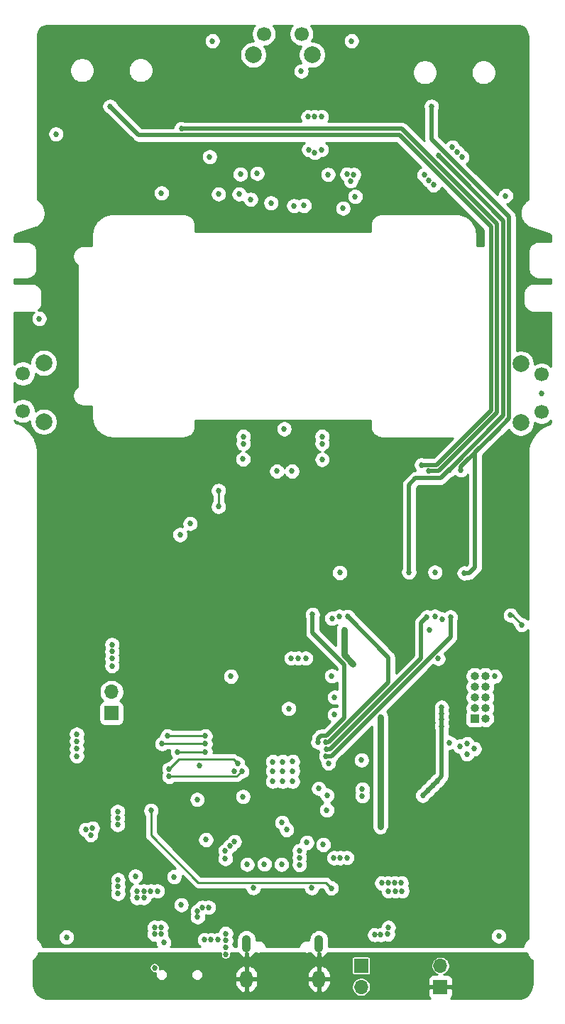
<source format=gbr>
%TF.GenerationSoftware,KiCad,Pcbnew,(5.1.9-0-10_14)*%
%TF.CreationDate,2023-04-27T17:08:01-07:00*%
%TF.ProjectId,integrator,696e7465-6772-4617-946f-722e6b696361,rev?*%
%TF.SameCoordinates,Original*%
%TF.FileFunction,Copper,L1,Top*%
%TF.FilePolarity,Positive*%
%FSLAX46Y46*%
G04 Gerber Fmt 4.6, Leading zero omitted, Abs format (unit mm)*
G04 Created by KiCad (PCBNEW (5.1.9-0-10_14)) date 2023-04-27 17:08:01*
%MOMM*%
%LPD*%
G01*
G04 APERTURE LIST*
%TA.AperFunction,ComponentPad*%
%ADD10O,1.700000X1.700000*%
%TD*%
%TA.AperFunction,ComponentPad*%
%ADD11R,1.700000X1.700000*%
%TD*%
%TA.AperFunction,ComponentPad*%
%ADD12O,1.050000X2.100000*%
%TD*%
%TA.AperFunction,ComponentPad*%
%ADD13O,1.500000X2.100000*%
%TD*%
%TA.AperFunction,ComponentPad*%
%ADD14O,1.000000X1.000000*%
%TD*%
%TA.AperFunction,ComponentPad*%
%ADD15R,1.000000X1.000000*%
%TD*%
%TA.AperFunction,ComponentPad*%
%ADD16C,2.000000*%
%TD*%
%TA.AperFunction,ComponentPad*%
%ADD17C,1.700000*%
%TD*%
%TA.AperFunction,ViaPad*%
%ADD18C,0.685800*%
%TD*%
%TA.AperFunction,Conductor*%
%ADD19C,0.508000*%
%TD*%
%TA.AperFunction,Conductor*%
%ADD20C,0.254000*%
%TD*%
%TA.AperFunction,Conductor*%
%ADD21C,0.500000*%
%TD*%
%TA.AperFunction,Conductor*%
%ADD22C,0.762000*%
%TD*%
%TA.AperFunction,Conductor*%
%ADD23C,0.100000*%
%TD*%
G04 APERTURE END LIST*
D10*
%TO.P,JP10,2*%
%TO.N,Net-(JP10-Pad2)*%
X163399000Y-159390000D03*
D11*
%TO.P,JP10,1*%
%TO.N,pi_reset*%
X163399000Y-156850000D03*
%TD*%
D12*
%TO.P,J5,S1*%
%TO.N,Earth*%
X158359000Y-154260000D03*
%TO.P,J5,S2*%
X149719000Y-154260000D03*
D13*
%TO.P,J5,S4*%
X149719000Y-158440000D03*
%TO.P,J5,S3*%
X158359000Y-158440000D03*
%TD*%
D10*
%TO.P,J7,2*%
%TO.N,/po_batt*%
X133624000Y-124210000D03*
D11*
%TO.P,J7,1*%
%TO.N,VAbuf*%
X133624000Y-126750000D03*
%TD*%
D14*
%TO.P,J6 DNC,10*%
%TO.N,pi_reset*%
X178219000Y-122320000D03*
%TO.P,J6 DNC,9*%
%TO.N,Net-(J6-Pad9)*%
X176949000Y-122320000D03*
%TO.P,J6 DNC,8*%
%TO.N,pi_txin*%
X178219000Y-123590000D03*
%TO.P,J6 DNC,7*%
%TO.N,Net-(D2-Pad2)*%
X176949000Y-123590000D03*
%TO.P,J6 DNC,6*%
%TO.N,pi_swo*%
X178219000Y-124860000D03*
%TO.P,J6 DNC,5*%
%TO.N,Earth*%
X176949000Y-124860000D03*
%TO.P,J6 DNC,4*%
%TO.N,pi_swclk*%
X178219000Y-126130000D03*
%TO.P,J6 DNC,3*%
%TO.N,Earth*%
X176949000Y-126130000D03*
%TO.P,J6 DNC,2*%
%TO.N,pi_swdio*%
X178219000Y-127400000D03*
D15*
%TO.P,J6 DNC,1*%
%TO.N,Vreg*%
X176949000Y-127400000D03*
%TD*%
D16*
%TO.P,SW3,3*%
%TO.N,Earth*%
X150539000Y-48250000D03*
%TO.P,SW3,4*%
X157559000Y-48250000D03*
D17*
%TO.P,SW3,1*%
X151809000Y-45760000D03*
%TO.P,SW3,2*%
%TO.N,sw3*%
X156289000Y-45760000D03*
%TD*%
D16*
%TO.P,SW2,3*%
%TO.N,Earth*%
X182439000Y-85108094D03*
%TO.P,SW2,4*%
X182439000Y-92128094D03*
D17*
%TO.P,SW2,1*%
X184929000Y-86378094D03*
%TO.P,SW2,2*%
%TO.N,sw2*%
X184929000Y-90858094D03*
%TD*%
D16*
%TO.P,SW1,3*%
%TO.N,Earth*%
X125559000Y-92010000D03*
%TO.P,SW1,4*%
X125559000Y-84990000D03*
D17*
%TO.P,SW1,1*%
%TO.N,sw1*%
X123069000Y-90740000D03*
%TO.P,SW1,2*%
%TO.N,Earth*%
X123069000Y-86260000D03*
%TD*%
D10*
%TO.P,JP1,2*%
%TO.N,Net-(JP1-Pad2)*%
X172849000Y-156860000D03*
D11*
%TO.P,JP1,1*%
%TO.N,Earth*%
X172849000Y-159400000D03*
%TD*%
D18*
%TO.N,Earth*%
X163549000Y-135800000D03*
X152859000Y-133650000D03*
X155239000Y-133640000D03*
X154049000Y-133650000D03*
X152849000Y-134890000D03*
X155229000Y-134880000D03*
X154039000Y-134890000D03*
X154039000Y-132530000D03*
X155229000Y-132520000D03*
X152849000Y-132530000D03*
X156599116Y-66231906D03*
X184899116Y-88631906D03*
X149319116Y-96460000D03*
X157869000Y-55620000D03*
X158749000Y-96502909D03*
X162249000Y-46600000D03*
X139589000Y-64730000D03*
X160799000Y-115200000D03*
X128249000Y-153450000D03*
X144884031Y-141835031D03*
X143849000Y-137050000D03*
X145249000Y-159150000D03*
X137499000Y-148750000D03*
X147859000Y-122360000D03*
X144133832Y-133035031D03*
X138399000Y-158990000D03*
X158889000Y-142430000D03*
X153899000Y-144795000D03*
X151859000Y-144755000D03*
X149799000Y-144775000D03*
X157509000Y-147590000D03*
X150549000Y-147590000D03*
X160239000Y-124860000D03*
X160239000Y-126930000D03*
X163449000Y-132350000D03*
X163549000Y-136600000D03*
X172199000Y-115200000D03*
X154219000Y-92860000D03*
X174849000Y-59850000D03*
X171499000Y-63200000D03*
X124999000Y-79700000D03*
X161249000Y-66550000D03*
X145649000Y-46600000D03*
X159889000Y-122300000D03*
X172583224Y-120225319D03*
X156799000Y-120200000D03*
X126999000Y-57700000D03*
X146399000Y-64859696D03*
X161689000Y-143970000D03*
X136649000Y-148750000D03*
X146149000Y-159150000D03*
X155899000Y-120200000D03*
X155049000Y-120200000D03*
X166649000Y-147000000D03*
X141949000Y-149600000D03*
X145499000Y-153750000D03*
X146299000Y-153750000D03*
X144724000Y-153750000D03*
X157869116Y-59900000D03*
X148849000Y-64850000D03*
X158674000Y-55625000D03*
X157074000Y-55650000D03*
X170924000Y-62575000D03*
X172024000Y-63775000D03*
X174274000Y-59275000D03*
X175424000Y-60450000D03*
X126871000Y-156764002D03*
X160924000Y-144000000D03*
X160149000Y-144000000D03*
X156925210Y-142175530D03*
X136471210Y-146173790D03*
X136649000Y-147951210D03*
X139099000Y-147951210D03*
X137499000Y-147951210D03*
X138299000Y-147951210D03*
X134348200Y-138475800D03*
X134348200Y-139250800D03*
X134348200Y-140050800D03*
X165869000Y-147000000D03*
X167389000Y-147000000D03*
X168189000Y-147000000D03*
X180649000Y-65050000D03*
X131349000Y-140450000D03*
X130549000Y-140649996D03*
X131149000Y-141250000D03*
X157149000Y-59550000D03*
X158649000Y-59550000D03*
X156249000Y-50200000D03*
%TO.N,Net-(R15-Pad1)*%
X159849000Y-147600000D03*
%TO.N,/po_batt*%
X161716806Y-62491906D03*
X145329000Y-60420000D03*
X133674000Y-120225000D03*
X133674000Y-119400000D03*
X133674000Y-118575000D03*
X159449000Y-62525000D03*
X162524000Y-62525000D03*
X162174000Y-63275000D03*
X133674000Y-121100000D03*
X148990906Y-62491906D03*
X150999000Y-62400000D03*
%TO.N,VReg*%
X149349116Y-94601906D03*
X158749001Y-94600000D03*
X141099000Y-146250000D03*
X148249000Y-133650000D03*
X149309000Y-136690000D03*
X153969000Y-139780000D03*
X147209000Y-143140000D03*
X147209000Y-144090000D03*
X154749000Y-126200000D03*
X143899000Y-151049996D03*
X143899000Y-150350000D03*
X144449000Y-149900000D03*
X145199000Y-149900000D03*
X159312044Y-138298612D03*
X159349000Y-136550000D03*
X147761500Y-142587500D03*
X148286500Y-142062500D03*
X159499000Y-132700000D03*
X149349116Y-93759884D03*
X158739000Y-93760000D03*
%TO.N,AGnd*%
X176639116Y-54321906D03*
X160849000Y-104400000D03*
X172149000Y-104450000D03*
X163899000Y-114350000D03*
X169099000Y-114350000D03*
X129499000Y-48500000D03*
X166689000Y-143050000D03*
X166689000Y-142270000D03*
X166689000Y-141510000D03*
X166689000Y-140800000D03*
%TO.N,VRaw*%
X166649000Y-152300000D03*
X147249000Y-153025000D03*
X147249000Y-153850000D03*
X147249000Y-154700000D03*
X147249000Y-155500000D03*
X166574000Y-153100000D03*
X165724000Y-153175000D03*
X165024000Y-153175000D03*
%TO.N,pi_swclk*%
X173918431Y-130270034D03*
X175151754Y-130685641D03*
%TO.N,ring1*%
X157599000Y-115000000D03*
X158260769Y-130221341D03*
%TO.N,tip1*%
X161799000Y-115250000D03*
X159169228Y-130184053D03*
%TO.N,ring2*%
X171249000Y-115300000D03*
X159251753Y-131031156D03*
%TO.N,tip2*%
X174049000Y-115300000D03*
X159221680Y-131868728D03*
%TO.N,led1*%
X144799000Y-130400000D03*
X139649000Y-130400000D03*
%TO.N,led3*%
X144799000Y-131350000D03*
X141499000Y-131350000D03*
%TO.N,led4*%
X148674519Y-132736228D03*
X140499000Y-133400000D03*
%TO.N,po_swo*%
X155383105Y-66245895D03*
X143013969Y-104135031D03*
X141799000Y-105475000D03*
%TO.N,po_wake*%
X182549000Y-116200000D03*
X181221210Y-115070503D03*
%TO.N,po_swclk*%
X152639116Y-65915168D03*
%TO.N,po_reset*%
X150219116Y-65481906D03*
X162699000Y-65150000D03*
%TO.N,Net-(R15-Pad1)*%
X138339000Y-138350000D03*
%TO.N,sw1*%
X144799000Y-129450000D03*
X140299000Y-129450000D03*
%TO.N,sw4*%
X149168427Y-133687390D03*
X140499000Y-134300000D03*
%TO.N,spi_cs*%
X153349000Y-97900000D03*
X155149000Y-97900000D03*
%TO.N,ring1_out*%
X133449000Y-54400000D03*
X170598204Y-97150796D03*
%TO.N,tip1_out*%
X141964310Y-57084690D03*
X171499000Y-97900000D03*
%TO.N,tip2_out*%
X175699000Y-110050000D03*
X171799000Y-54400000D03*
X175299012Y-97750012D03*
%TO.N,ring2_out*%
X169099000Y-109950000D03*
X172624000Y-60275000D03*
X173889001Y-97739999D03*
%TO.N,Net-(C18-Pad1)*%
X160849000Y-110000000D03*
X159916320Y-115443530D03*
%TO.N,Net-(C32-Pad1)*%
X172199000Y-109950000D03*
X173069000Y-115550000D03*
%TO.N,spi_mosi*%
X146375235Y-102123703D03*
X146399000Y-100200000D03*
%TO.N,Net-(JP10-Pad2)*%
X138749000Y-157100000D03*
%TO.N,pi_reset*%
X176899722Y-130999278D03*
%TO.N,Net-(C16-Pad2)*%
X179809000Y-153320000D03*
%TO.N,Aref_enable*%
X139849000Y-154100000D03*
X158341150Y-135730674D03*
%TO.N,VAbuf*%
X161349000Y-116800000D03*
X171549000Y-116850000D03*
X165699000Y-128000000D03*
X139549000Y-152300000D03*
X138749000Y-152300000D03*
X165699000Y-137450000D03*
X165699000Y-138250000D03*
X161349000Y-119000000D03*
X161349000Y-119750000D03*
X161899000Y-120300000D03*
X162449000Y-120850000D03*
X165699000Y-127250000D03*
X165699000Y-128750000D03*
X165699000Y-129550000D03*
X138749000Y-153100000D03*
X139524000Y-153075000D03*
X129474000Y-131875000D03*
X129474000Y-131000000D03*
X129474000Y-130075000D03*
X129474000Y-129250000D03*
X165699000Y-139000000D03*
X165699000Y-139850000D03*
%TO.N,VUSB*%
X154524000Y-140650000D03*
X156049000Y-143975000D03*
X156049000Y-143125000D03*
X156049000Y-144825000D03*
X134399000Y-147425000D03*
X134399000Y-148250000D03*
X134399000Y-146625000D03*
%TO.N,Net-(D2-Pad2)*%
X166674000Y-147950000D03*
X168274000Y-147950000D03*
X167524000Y-147950000D03*
X172999000Y-128300000D03*
X172999000Y-127500000D03*
X172999000Y-126800000D03*
X172999000Y-126050000D03*
X171349000Y-135950000D03*
X171949000Y-135350000D03*
X172474000Y-134825000D03*
X170749000Y-136550000D03*
%TO.N,pi_swo*%
X176016712Y-131621479D03*
X176047790Y-130377066D03*
%TO.N,pi_txin*%
X179349000Y-122350000D03*
%TD*%
D19*
%TO.N,ring1*%
X157599000Y-117200000D02*
X161399000Y-121000000D01*
X161399000Y-121000000D02*
X161399000Y-127300000D01*
X157599000Y-115000000D02*
X157599000Y-117200000D01*
X158562334Y-129434843D02*
X158260769Y-129736408D01*
X161399000Y-127300000D02*
X159264157Y-129434843D01*
X159264157Y-129434843D02*
X158562334Y-129434843D01*
X158260769Y-129736408D02*
X158260769Y-130221341D01*
%TO.N,tip1*%
X166649000Y-123050000D02*
X159514947Y-130184053D01*
X166649000Y-120100000D02*
X166649000Y-123050000D01*
X159514947Y-130184053D02*
X159169228Y-130184053D01*
X161799000Y-115250000D02*
X166649000Y-120100000D01*
%TO.N,ring2*%
X171249000Y-115300000D02*
X170557090Y-115991910D01*
X170557090Y-115991910D02*
X170557090Y-120210752D01*
X170557090Y-120210752D02*
X159736686Y-131031156D01*
X159736686Y-131031156D02*
X159251753Y-131031156D01*
%TO.N,tip2*%
X174049000Y-115300000D02*
X174049000Y-117700000D01*
X174049000Y-117700000D02*
X159880272Y-131868728D01*
X159880272Y-131868728D02*
X159221680Y-131868728D01*
D20*
%TO.N,led1*%
X139649000Y-130400000D02*
X144799000Y-130400000D01*
%TO.N,led3*%
X141499000Y-131350000D02*
X144799000Y-131350000D01*
%TO.N,led4*%
X148188291Y-132250000D02*
X141649000Y-132250000D01*
X141649000Y-132250000D02*
X140499000Y-133400000D01*
X148674519Y-132736228D02*
X148188291Y-132250000D01*
%TO.N,po_wake*%
X181419503Y-115070503D02*
X181221210Y-115070503D01*
X182549000Y-116200000D02*
X181419503Y-115070503D01*
%TO.N,Net-(R15-Pad1)*%
X138339000Y-141308000D02*
X143971000Y-146940000D01*
X138339000Y-138350000D02*
X138339000Y-141308000D01*
X159189000Y-146940000D02*
X159139000Y-146940000D01*
X159849000Y-147600000D02*
X159189000Y-146940000D01*
X143971000Y-146940000D02*
X159139000Y-146940000D01*
%TO.N,sw1*%
X140299000Y-129450000D02*
X144799000Y-129450000D01*
%TO.N,sw4*%
X148555817Y-134300000D02*
X149168427Y-133687390D01*
X140499000Y-134300000D02*
X148555817Y-134300000D01*
D21*
%TO.N,ring1_out*%
X178893988Y-89301105D02*
X178893988Y-68764988D01*
X136879000Y-57830000D02*
X133449000Y-54400000D01*
X167959000Y-57830000D02*
X136879000Y-57830000D01*
X178893988Y-68764988D02*
X167959000Y-57830000D01*
D19*
X178893988Y-90675012D02*
X172418204Y-97150796D01*
X178893988Y-89301105D02*
X178893988Y-90675012D01*
X172418204Y-97150796D02*
X170598204Y-97150796D01*
D21*
%TO.N,tip1_out*%
X176639000Y-93890000D02*
X179599000Y-90930000D01*
X179599000Y-90930000D02*
X179599000Y-68400000D01*
X179599000Y-68400000D02*
X168283690Y-57084690D01*
X168283690Y-57084690D02*
X141964310Y-57084690D01*
D19*
X176639000Y-93890000D02*
X172629000Y-97900000D01*
X172629000Y-97900000D02*
X171499000Y-97900000D01*
D21*
%TO.N,tip2_out*%
X181039000Y-83740000D02*
X181019000Y-83760000D01*
X181039000Y-67560000D02*
X176429001Y-62950001D01*
X181039000Y-83740000D02*
X181039000Y-67560000D01*
X181036599Y-83742401D02*
X181036599Y-91622401D01*
X181039000Y-83740000D02*
X181036599Y-83742401D01*
D19*
X175699000Y-110050000D02*
X176299000Y-110050000D01*
D21*
X181036599Y-91622401D02*
X179554000Y-93105000D01*
D19*
X176999000Y-95660000D02*
X179554000Y-93105000D01*
X176999000Y-109350000D02*
X176999000Y-95660000D01*
X176299000Y-110050000D02*
X176999000Y-109350000D01*
X171799000Y-58320000D02*
X171799000Y-54884933D01*
X176429001Y-62950001D02*
X171799000Y-58320000D01*
X171799000Y-54884933D02*
X171799000Y-54400000D01*
D21*
X179554000Y-93105000D02*
X175299012Y-97359988D01*
X175299012Y-97359988D02*
X175299012Y-97750012D01*
%TO.N,ring2_out*%
X180361899Y-68022899D02*
X175173999Y-62834999D01*
X180361899Y-91267101D02*
X180361899Y-68022899D01*
X180036101Y-91592899D02*
X180361899Y-91267101D01*
D19*
X175173999Y-62824999D02*
X172624000Y-60275000D01*
X175173999Y-62834999D02*
X175173999Y-62824999D01*
X180036101Y-91592899D02*
X173889001Y-97739999D01*
X173859001Y-97739999D02*
X173889001Y-97739999D01*
X172874000Y-98725000D02*
X173859001Y-97739999D01*
X169899000Y-98725000D02*
X172874000Y-98725000D01*
X169099000Y-99525000D02*
X169899000Y-98725000D01*
X169099000Y-109950000D02*
X169099000Y-99525000D01*
D20*
%TO.N,spi_mosi*%
X146375235Y-102123703D02*
X146375235Y-100446171D01*
X146375235Y-100446171D02*
X146151274Y-100222210D01*
D19*
%TO.N,VAbuf*%
X161349000Y-118950000D02*
X161299000Y-119000000D01*
D22*
X161349000Y-116800000D02*
X161349000Y-118950000D01*
X161349000Y-119000000D02*
X161349000Y-119750000D01*
X161349000Y-119750000D02*
X162449000Y-120850000D01*
X165699000Y-128000000D02*
X165699000Y-127250000D01*
X165699000Y-127250000D02*
X165699000Y-127250000D01*
X165699000Y-128750000D02*
X165699000Y-128000000D01*
X165699000Y-129550000D02*
X165699000Y-128750000D01*
X165699000Y-140250000D02*
X165699000Y-139850000D01*
X165699000Y-139850000D02*
X165699000Y-139000000D01*
X165699000Y-139850000D02*
X165699000Y-127250000D01*
D19*
%TO.N,Net-(D2-Pad2)*%
X172999000Y-128300000D02*
X172999000Y-126050000D01*
X171349000Y-135950000D02*
X171299000Y-136000000D01*
X172474000Y-134825000D02*
X171949000Y-135350000D01*
X171949000Y-135350000D02*
X171349000Y-135950000D01*
X171349000Y-135950000D02*
X170749000Y-136550000D01*
X172999000Y-134200038D02*
X172999000Y-128300000D01*
X172999000Y-134300000D02*
X172999000Y-134200038D01*
X172474000Y-134825000D02*
X172999000Y-134300000D01*
%TD*%
D20*
%TO.N,AGnd*%
X150655525Y-44813368D02*
X150493010Y-45056589D01*
X150381068Y-45326842D01*
X150324000Y-45613740D01*
X150324000Y-45906260D01*
X150381068Y-46193158D01*
X150493010Y-46463411D01*
X150594298Y-46615000D01*
X150377967Y-46615000D01*
X150062088Y-46677832D01*
X149764537Y-46801082D01*
X149496748Y-46980013D01*
X149269013Y-47207748D01*
X149090082Y-47475537D01*
X148966832Y-47773088D01*
X148904000Y-48088967D01*
X148904000Y-48411033D01*
X148966832Y-48726912D01*
X149090082Y-49024463D01*
X149269013Y-49292252D01*
X149496748Y-49519987D01*
X149764537Y-49698918D01*
X150062088Y-49822168D01*
X150377967Y-49885000D01*
X150700033Y-49885000D01*
X151015912Y-49822168D01*
X151313463Y-49698918D01*
X151581252Y-49519987D01*
X151808987Y-49292252D01*
X151987918Y-49024463D01*
X152111168Y-48726912D01*
X152174000Y-48411033D01*
X152174000Y-48088967D01*
X152111168Y-47773088D01*
X151987918Y-47475537D01*
X151833878Y-47245000D01*
X151955260Y-47245000D01*
X152242158Y-47187932D01*
X152512411Y-47075990D01*
X152755632Y-46913475D01*
X152962475Y-46706632D01*
X153124990Y-46463411D01*
X153236932Y-46193158D01*
X153294000Y-45906260D01*
X153294000Y-45613740D01*
X153236932Y-45326842D01*
X153124990Y-45056589D01*
X152962475Y-44813368D01*
X152911107Y-44762000D01*
X155186893Y-44762000D01*
X155135525Y-44813368D01*
X154973010Y-45056589D01*
X154861068Y-45326842D01*
X154804000Y-45613740D01*
X154804000Y-45906260D01*
X154861068Y-46193158D01*
X154973010Y-46463411D01*
X155135525Y-46706632D01*
X155342368Y-46913475D01*
X155585589Y-47075990D01*
X155855842Y-47187932D01*
X156142740Y-47245000D01*
X156264122Y-47245000D01*
X156110082Y-47475537D01*
X155986832Y-47773088D01*
X155924000Y-48088967D01*
X155924000Y-48411033D01*
X155986832Y-48726912D01*
X156110082Y-49024463D01*
X156242139Y-49222100D01*
X156152685Y-49222100D01*
X155963757Y-49259680D01*
X155785790Y-49333396D01*
X155625625Y-49440415D01*
X155489415Y-49576625D01*
X155382396Y-49736790D01*
X155308680Y-49914757D01*
X155271100Y-50103685D01*
X155271100Y-50296315D01*
X155308680Y-50485243D01*
X155382396Y-50663210D01*
X155489415Y-50823375D01*
X155625625Y-50959585D01*
X155785790Y-51066604D01*
X155963757Y-51140320D01*
X156152685Y-51177900D01*
X156345315Y-51177900D01*
X156534243Y-51140320D01*
X156712210Y-51066604D01*
X156872375Y-50959585D01*
X157008585Y-50823375D01*
X157115604Y-50663210D01*
X157189320Y-50485243D01*
X157226900Y-50296315D01*
X157226900Y-50203740D01*
X169515000Y-50203740D01*
X169515000Y-50496260D01*
X169572068Y-50783158D01*
X169684010Y-51053411D01*
X169846525Y-51296632D01*
X170053368Y-51503475D01*
X170296589Y-51665990D01*
X170566842Y-51777932D01*
X170853740Y-51835000D01*
X171146260Y-51835000D01*
X171433158Y-51777932D01*
X171703411Y-51665990D01*
X171946632Y-51503475D01*
X172153475Y-51296632D01*
X172315990Y-51053411D01*
X172427932Y-50783158D01*
X172485000Y-50496260D01*
X172485000Y-50203740D01*
X176515000Y-50203740D01*
X176515000Y-50496260D01*
X176572068Y-50783158D01*
X176684010Y-51053411D01*
X176846525Y-51296632D01*
X177053368Y-51503475D01*
X177296589Y-51665990D01*
X177566842Y-51777932D01*
X177853740Y-51835000D01*
X178146260Y-51835000D01*
X178433158Y-51777932D01*
X178703411Y-51665990D01*
X178946632Y-51503475D01*
X179153475Y-51296632D01*
X179315990Y-51053411D01*
X179427932Y-50783158D01*
X179485000Y-50496260D01*
X179485000Y-50203740D01*
X179427932Y-49916842D01*
X179315990Y-49646589D01*
X179153475Y-49403368D01*
X178946632Y-49196525D01*
X178703411Y-49034010D01*
X178433158Y-48922068D01*
X178146260Y-48865000D01*
X177853740Y-48865000D01*
X177566842Y-48922068D01*
X177296589Y-49034010D01*
X177053368Y-49196525D01*
X176846525Y-49403368D01*
X176684010Y-49646589D01*
X176572068Y-49916842D01*
X176515000Y-50203740D01*
X172485000Y-50203740D01*
X172427932Y-49916842D01*
X172315990Y-49646589D01*
X172153475Y-49403368D01*
X171946632Y-49196525D01*
X171703411Y-49034010D01*
X171433158Y-48922068D01*
X171146260Y-48865000D01*
X170853740Y-48865000D01*
X170566842Y-48922068D01*
X170296589Y-49034010D01*
X170053368Y-49196525D01*
X169846525Y-49403368D01*
X169684010Y-49646589D01*
X169572068Y-49916842D01*
X169515000Y-50203740D01*
X157226900Y-50203740D01*
X157226900Y-50103685D01*
X157189320Y-49914757D01*
X157157153Y-49837099D01*
X157397967Y-49885000D01*
X157720033Y-49885000D01*
X158035912Y-49822168D01*
X158333463Y-49698918D01*
X158601252Y-49519987D01*
X158828987Y-49292252D01*
X159007918Y-49024463D01*
X159131168Y-48726912D01*
X159194000Y-48411033D01*
X159194000Y-48088967D01*
X159131168Y-47773088D01*
X159007918Y-47475537D01*
X158828987Y-47207748D01*
X158601252Y-46980013D01*
X158333463Y-46801082D01*
X158035912Y-46677832D01*
X157720033Y-46615000D01*
X157503702Y-46615000D01*
X157578079Y-46503685D01*
X161271100Y-46503685D01*
X161271100Y-46696315D01*
X161308680Y-46885243D01*
X161382396Y-47063210D01*
X161489415Y-47223375D01*
X161625625Y-47359585D01*
X161785790Y-47466604D01*
X161963757Y-47540320D01*
X162152685Y-47577900D01*
X162345315Y-47577900D01*
X162534243Y-47540320D01*
X162712210Y-47466604D01*
X162872375Y-47359585D01*
X163008585Y-47223375D01*
X163115604Y-47063210D01*
X163189320Y-46885243D01*
X163226900Y-46696315D01*
X163226900Y-46503685D01*
X163189320Y-46314757D01*
X163115604Y-46136790D01*
X163008585Y-45976625D01*
X162872375Y-45840415D01*
X162712210Y-45733396D01*
X162534243Y-45659680D01*
X162345315Y-45622100D01*
X162152685Y-45622100D01*
X161963757Y-45659680D01*
X161785790Y-45733396D01*
X161625625Y-45840415D01*
X161489415Y-45976625D01*
X161382396Y-46136790D01*
X161308680Y-46314757D01*
X161271100Y-46503685D01*
X157578079Y-46503685D01*
X157604990Y-46463411D01*
X157716932Y-46193158D01*
X157774000Y-45906260D01*
X157774000Y-45613740D01*
X157716932Y-45326842D01*
X157604990Y-45056589D01*
X157442475Y-44813368D01*
X157391107Y-44762000D01*
X182012734Y-44762000D01*
X182289750Y-44789162D01*
X182520370Y-44858789D01*
X182733076Y-44971887D01*
X182919763Y-45124145D01*
X183073318Y-45309761D01*
X183187898Y-45521671D01*
X183259134Y-45751797D01*
X183288000Y-46026442D01*
X183288001Y-55992618D01*
X183287052Y-65507587D01*
X183232445Y-65543041D01*
X183174009Y-65579831D01*
X183165653Y-65586406D01*
X183165647Y-65586410D01*
X183165642Y-65586414D01*
X182995397Y-65722291D01*
X182945891Y-65770423D01*
X182895696Y-65817880D01*
X182888777Y-65825952D01*
X182888769Y-65825960D01*
X182888763Y-65825968D01*
X182748155Y-65992319D01*
X182708908Y-66049197D01*
X182668916Y-66105459D01*
X182663701Y-66114714D01*
X182663694Y-66114724D01*
X182663690Y-66114734D01*
X182558069Y-66305234D01*
X182530632Y-66368618D01*
X182502318Y-66431601D01*
X182498994Y-66441707D01*
X182432383Y-66649101D01*
X182417778Y-66716618D01*
X182402237Y-66783901D01*
X182400941Y-66794449D01*
X182400940Y-66794456D01*
X182400940Y-66794461D01*
X182375882Y-67010843D01*
X182374669Y-67079900D01*
X182372493Y-67148922D01*
X182373271Y-67159533D01*
X182390718Y-67376661D01*
X182402946Y-67444665D01*
X182414214Y-67512774D01*
X182417037Y-67523022D01*
X182417038Y-67523030D01*
X182417041Y-67523037D01*
X182476328Y-67732635D01*
X182501529Y-67796961D01*
X182525812Y-67861586D01*
X182530575Y-67871100D01*
X182629446Y-68065196D01*
X182666655Y-68123393D01*
X182703039Y-68182088D01*
X182709553Y-68190487D01*
X182709556Y-68190492D01*
X182709559Y-68190495D01*
X182844248Y-68361691D01*
X182892053Y-68411551D01*
X182939140Y-68462057D01*
X182947169Y-68469038D01*
X183112545Y-68610811D01*
X183169113Y-68650429D01*
X183225127Y-68690837D01*
X183234354Y-68696122D01*
X183234358Y-68696125D01*
X183234363Y-68696127D01*
X183390369Y-68784053D01*
X183420004Y-68804981D01*
X183522788Y-68850699D01*
X185787173Y-69601959D01*
X185882498Y-69641303D01*
X185928705Y-69672036D01*
X185968064Y-69711159D01*
X185999074Y-69757180D01*
X186020554Y-69808350D01*
X186035200Y-69879874D01*
X186036884Y-69912157D01*
X186036884Y-70469906D01*
X184561458Y-70469906D01*
X184529285Y-70473075D01*
X184526332Y-70473054D01*
X184515744Y-70474092D01*
X184467920Y-70479118D01*
X184449506Y-70480932D01*
X184448892Y-70481118D01*
X184418696Y-70484292D01*
X184351040Y-70498179D01*
X184283201Y-70511120D01*
X184273026Y-70514193D01*
X184273016Y-70514195D01*
X184273007Y-70514199D01*
X184179797Y-70543052D01*
X184116123Y-70569818D01*
X184052090Y-70595689D01*
X184042709Y-70600678D01*
X184042701Y-70600681D01*
X184042697Y-70600684D01*
X183956859Y-70647097D01*
X183899606Y-70685714D01*
X183841814Y-70723532D01*
X183833577Y-70730251D01*
X183833567Y-70730258D01*
X183833559Y-70730266D01*
X183758381Y-70792459D01*
X183709716Y-70841465D01*
X183660377Y-70889780D01*
X183653595Y-70897978D01*
X183591919Y-70973599D01*
X183553669Y-71031169D01*
X183514675Y-71088118D01*
X183509624Y-71097460D01*
X183509619Y-71097467D01*
X183509616Y-71097474D01*
X183509615Y-71097476D01*
X183463803Y-71183637D01*
X183437489Y-71247479D01*
X183410280Y-71310962D01*
X183407134Y-71321126D01*
X183378929Y-71414544D01*
X183365513Y-71482299D01*
X183351154Y-71549853D01*
X183350042Y-71560434D01*
X183340520Y-71657551D01*
X183340520Y-71657563D01*
X183336884Y-71694481D01*
X183336885Y-73769332D01*
X183340053Y-73801495D01*
X183340032Y-73804458D01*
X183341070Y-73815046D01*
X183346113Y-73863029D01*
X183347911Y-73881284D01*
X183348096Y-73881893D01*
X183351270Y-73912095D01*
X183365159Y-73979757D01*
X183378098Y-74047589D01*
X183381171Y-74057764D01*
X183381173Y-74057774D01*
X183381177Y-74057783D01*
X183410030Y-74150993D01*
X183436806Y-74214692D01*
X183462667Y-74278699D01*
X183467656Y-74288081D01*
X183467659Y-74288089D01*
X183467660Y-74288090D01*
X183467662Y-74288093D01*
X183514074Y-74373931D01*
X183552710Y-74431210D01*
X183590510Y-74488976D01*
X183597232Y-74497216D01*
X183597236Y-74497222D01*
X183597240Y-74497226D01*
X183659437Y-74572409D01*
X183708443Y-74621074D01*
X183756758Y-74670413D01*
X183764956Y-74677195D01*
X183840577Y-74738871D01*
X183898129Y-74777109D01*
X183955095Y-74816115D01*
X183964438Y-74821166D01*
X183964445Y-74821171D01*
X183964452Y-74821174D01*
X183964454Y-74821175D01*
X184050615Y-74866987D01*
X184114457Y-74893301D01*
X184177940Y-74920510D01*
X184188104Y-74923656D01*
X184281522Y-74951860D01*
X184349240Y-74965269D01*
X184416831Y-74979636D01*
X184427412Y-74980748D01*
X184524529Y-74990270D01*
X184524540Y-74990270D01*
X184561458Y-74993906D01*
X186036884Y-74993906D01*
X186036885Y-75469906D01*
X183961458Y-75469906D01*
X183929285Y-75473075D01*
X183926332Y-75473054D01*
X183915744Y-75474092D01*
X183867920Y-75479118D01*
X183849506Y-75480932D01*
X183848892Y-75481118D01*
X183818696Y-75484292D01*
X183751040Y-75498179D01*
X183683201Y-75511120D01*
X183673026Y-75514193D01*
X183673016Y-75514195D01*
X183673007Y-75514199D01*
X183579797Y-75543052D01*
X183516123Y-75569818D01*
X183452090Y-75595689D01*
X183442709Y-75600678D01*
X183442701Y-75600681D01*
X183442697Y-75600684D01*
X183356859Y-75647097D01*
X183299606Y-75685714D01*
X183241814Y-75723532D01*
X183233577Y-75730251D01*
X183233567Y-75730258D01*
X183233559Y-75730266D01*
X183158381Y-75792459D01*
X183109716Y-75841465D01*
X183060377Y-75889780D01*
X183053595Y-75897978D01*
X182991919Y-75973599D01*
X182953669Y-76031169D01*
X182914675Y-76088118D01*
X182909624Y-76097460D01*
X182909619Y-76097467D01*
X182909616Y-76097474D01*
X182909615Y-76097476D01*
X182863803Y-76183637D01*
X182837489Y-76247479D01*
X182810280Y-76310962D01*
X182807134Y-76321126D01*
X182778929Y-76414544D01*
X182765513Y-76482299D01*
X182751154Y-76549853D01*
X182750042Y-76560434D01*
X182740520Y-76657551D01*
X182740520Y-76657563D01*
X182736884Y-76694481D01*
X182736885Y-77769332D01*
X182740053Y-77801495D01*
X182740032Y-77804458D01*
X182741070Y-77815046D01*
X182746113Y-77863029D01*
X182747911Y-77881284D01*
X182748096Y-77881893D01*
X182751270Y-77912095D01*
X182765159Y-77979757D01*
X182778098Y-78047589D01*
X182781171Y-78057764D01*
X182781173Y-78057774D01*
X182781177Y-78057783D01*
X182810030Y-78150993D01*
X182836806Y-78214692D01*
X182862667Y-78278699D01*
X182867656Y-78288081D01*
X182867659Y-78288089D01*
X182867660Y-78288090D01*
X182867662Y-78288093D01*
X182914074Y-78373931D01*
X182952710Y-78431210D01*
X182990510Y-78488976D01*
X182997232Y-78497216D01*
X182997236Y-78497222D01*
X182997240Y-78497226D01*
X183059437Y-78572409D01*
X183108443Y-78621074D01*
X183156758Y-78670413D01*
X183164956Y-78677195D01*
X183240577Y-78738871D01*
X183298129Y-78777109D01*
X183355095Y-78816115D01*
X183364438Y-78821166D01*
X183364445Y-78821171D01*
X183364452Y-78821174D01*
X183364454Y-78821175D01*
X183450615Y-78866987D01*
X183514457Y-78893301D01*
X183577940Y-78920510D01*
X183588104Y-78923656D01*
X183681522Y-78951860D01*
X183749240Y-78965269D01*
X183816831Y-78979636D01*
X183827412Y-78980748D01*
X183924529Y-78990270D01*
X183924540Y-78990270D01*
X183961458Y-78993906D01*
X186036897Y-78993906D01*
X186037005Y-85385992D01*
X185875632Y-85224619D01*
X185632411Y-85062104D01*
X185362158Y-84950162D01*
X185075260Y-84893094D01*
X184782740Y-84893094D01*
X184495842Y-84950162D01*
X184225589Y-85062104D01*
X184074000Y-85163392D01*
X184074000Y-84947061D01*
X184011168Y-84631182D01*
X183887918Y-84333631D01*
X183708987Y-84065842D01*
X183481252Y-83838107D01*
X183213463Y-83659176D01*
X182915912Y-83535926D01*
X182600033Y-83473094D01*
X182277967Y-83473094D01*
X181962088Y-83535926D01*
X181924000Y-83551703D01*
X181924000Y-67603465D01*
X181928281Y-67559999D01*
X181924000Y-67516533D01*
X181924000Y-67516523D01*
X181911195Y-67386510D01*
X181860589Y-67219687D01*
X181778411Y-67065941D01*
X181741199Y-67020598D01*
X181695532Y-66964953D01*
X181695530Y-66964951D01*
X181667817Y-66931183D01*
X181634049Y-66903470D01*
X180756295Y-66025716D01*
X180934243Y-65990320D01*
X181112210Y-65916604D01*
X181272375Y-65809585D01*
X181408585Y-65673375D01*
X181515604Y-65513210D01*
X181589320Y-65335243D01*
X181626900Y-65146315D01*
X181626900Y-64953685D01*
X181589320Y-64764757D01*
X181515604Y-64586790D01*
X181408585Y-64426625D01*
X181272375Y-64290415D01*
X181112210Y-64183396D01*
X180934243Y-64109680D01*
X180745315Y-64072100D01*
X180552685Y-64072100D01*
X180363757Y-64109680D01*
X180185790Y-64183396D01*
X180025625Y-64290415D01*
X179889415Y-64426625D01*
X179782396Y-64586790D01*
X179708680Y-64764757D01*
X179673284Y-64942705D01*
X177114388Y-62383810D01*
X177088496Y-62352260D01*
X175986498Y-61250262D01*
X176047375Y-61209585D01*
X176183585Y-61073375D01*
X176290604Y-60913210D01*
X176364320Y-60735243D01*
X176401900Y-60546315D01*
X176401900Y-60353685D01*
X176364320Y-60164757D01*
X176290604Y-59986790D01*
X176183585Y-59826625D01*
X176047375Y-59690415D01*
X175887210Y-59583396D01*
X175778366Y-59538312D01*
X175715604Y-59386790D01*
X175608585Y-59226625D01*
X175472375Y-59090415D01*
X175312210Y-58983396D01*
X175190866Y-58933134D01*
X175140604Y-58811790D01*
X175033585Y-58651625D01*
X174897375Y-58515415D01*
X174737210Y-58408396D01*
X174559243Y-58334680D01*
X174370315Y-58297100D01*
X174177685Y-58297100D01*
X173988757Y-58334680D01*
X173810790Y-58408396D01*
X173650625Y-58515415D01*
X173514415Y-58651625D01*
X173463724Y-58727489D01*
X172688000Y-57951765D01*
X172688000Y-54809141D01*
X172739320Y-54685243D01*
X172776900Y-54496315D01*
X172776900Y-54303685D01*
X172739320Y-54114757D01*
X172665604Y-53936790D01*
X172558585Y-53776625D01*
X172422375Y-53640415D01*
X172262210Y-53533396D01*
X172084243Y-53459680D01*
X171895315Y-53422100D01*
X171702685Y-53422100D01*
X171513757Y-53459680D01*
X171335790Y-53533396D01*
X171175625Y-53640415D01*
X171039415Y-53776625D01*
X170932396Y-53936790D01*
X170858680Y-54114757D01*
X170821100Y-54303685D01*
X170821100Y-54496315D01*
X170858680Y-54685243D01*
X170910000Y-54809141D01*
X170910000Y-54928599D01*
X170910001Y-54928609D01*
X170910000Y-58276340D01*
X170905700Y-58320000D01*
X170910000Y-58363660D01*
X170910000Y-58363666D01*
X170920462Y-58469884D01*
X168940224Y-56489646D01*
X168912507Y-56455873D01*
X168777749Y-56345279D01*
X168624003Y-56263101D01*
X168457180Y-56212495D01*
X168327167Y-56199690D01*
X168327159Y-56199690D01*
X168283690Y-56195409D01*
X168240221Y-56199690D01*
X159466115Y-56199690D01*
X159540604Y-56088210D01*
X159614320Y-55910243D01*
X159651900Y-55721315D01*
X159651900Y-55528685D01*
X159614320Y-55339757D01*
X159540604Y-55161790D01*
X159433585Y-55001625D01*
X159297375Y-54865415D01*
X159137210Y-54758396D01*
X158959243Y-54684680D01*
X158770315Y-54647100D01*
X158577685Y-54647100D01*
X158388757Y-54684680D01*
X158277536Y-54730749D01*
X158154243Y-54679680D01*
X157965315Y-54642100D01*
X157772685Y-54642100D01*
X157583757Y-54679680D01*
X157435287Y-54741178D01*
X157359243Y-54709680D01*
X157170315Y-54672100D01*
X156977685Y-54672100D01*
X156788757Y-54709680D01*
X156610790Y-54783396D01*
X156450625Y-54890415D01*
X156314415Y-55026625D01*
X156207396Y-55186790D01*
X156133680Y-55364757D01*
X156096100Y-55553685D01*
X156096100Y-55746315D01*
X156133680Y-55935243D01*
X156207396Y-56113210D01*
X156265180Y-56199690D01*
X142383108Y-56199690D01*
X142249553Y-56144370D01*
X142060625Y-56106790D01*
X141867995Y-56106790D01*
X141679067Y-56144370D01*
X141501100Y-56218086D01*
X141340935Y-56325105D01*
X141204725Y-56461315D01*
X141097706Y-56621480D01*
X141023990Y-56799447D01*
X140995038Y-56945000D01*
X137245579Y-56945000D01*
X134370925Y-54070347D01*
X134315604Y-53936790D01*
X134208585Y-53776625D01*
X134072375Y-53640415D01*
X133912210Y-53533396D01*
X133734243Y-53459680D01*
X133545315Y-53422100D01*
X133352685Y-53422100D01*
X133163757Y-53459680D01*
X132985790Y-53533396D01*
X132825625Y-53640415D01*
X132689415Y-53776625D01*
X132582396Y-53936790D01*
X132508680Y-54114757D01*
X132471100Y-54303685D01*
X132471100Y-54496315D01*
X132508680Y-54685243D01*
X132582396Y-54863210D01*
X132689415Y-55023375D01*
X132825625Y-55159585D01*
X132985790Y-55266604D01*
X133119347Y-55321925D01*
X136222470Y-58425049D01*
X136250183Y-58458817D01*
X136283951Y-58486530D01*
X136283953Y-58486532D01*
X136384941Y-58569411D01*
X136538686Y-58651589D01*
X136625421Y-58677900D01*
X136705510Y-58702195D01*
X136835523Y-58715000D01*
X136835531Y-58715000D01*
X136879000Y-58719281D01*
X136922469Y-58715000D01*
X156638491Y-58715000D01*
X156525625Y-58790415D01*
X156389415Y-58926625D01*
X156282396Y-59086790D01*
X156208680Y-59264757D01*
X156171100Y-59453685D01*
X156171100Y-59646315D01*
X156208680Y-59835243D01*
X156282396Y-60013210D01*
X156389415Y-60173375D01*
X156525625Y-60309585D01*
X156685790Y-60416604D01*
X156863757Y-60490320D01*
X157052685Y-60527900D01*
X157114056Y-60527900D01*
X157245741Y-60659585D01*
X157405906Y-60766604D01*
X157583873Y-60840320D01*
X157772801Y-60877900D01*
X157965431Y-60877900D01*
X158154359Y-60840320D01*
X158332326Y-60766604D01*
X158492491Y-60659585D01*
X158624176Y-60527900D01*
X158745315Y-60527900D01*
X158934243Y-60490320D01*
X159112210Y-60416604D01*
X159272375Y-60309585D01*
X159408585Y-60173375D01*
X159515604Y-60013210D01*
X159589320Y-59835243D01*
X159626900Y-59646315D01*
X159626900Y-59453685D01*
X159589320Y-59264757D01*
X159515604Y-59086790D01*
X159408585Y-58926625D01*
X159272375Y-58790415D01*
X159159509Y-58715000D01*
X167592422Y-58715000D01*
X170549198Y-61671776D01*
X170460790Y-61708396D01*
X170300625Y-61815415D01*
X170164415Y-61951625D01*
X170057396Y-62111790D01*
X169983680Y-62289757D01*
X169946100Y-62478685D01*
X169946100Y-62671315D01*
X169983680Y-62860243D01*
X170057396Y-63038210D01*
X170164415Y-63198375D01*
X170300625Y-63334585D01*
X170460790Y-63441604D01*
X170558010Y-63481874D01*
X170558680Y-63485243D01*
X170632396Y-63663210D01*
X170739415Y-63823375D01*
X170875625Y-63959585D01*
X171035790Y-64066604D01*
X171096779Y-64091866D01*
X171157396Y-64238210D01*
X171264415Y-64398375D01*
X171400625Y-64534585D01*
X171560790Y-64641604D01*
X171738757Y-64715320D01*
X171927685Y-64752900D01*
X172120315Y-64752900D01*
X172309243Y-64715320D01*
X172487210Y-64641604D01*
X172647375Y-64534585D01*
X172783585Y-64398375D01*
X172890604Y-64238210D01*
X172956513Y-64079091D01*
X178008989Y-69131568D01*
X178008989Y-71018709D01*
X177974876Y-71015431D01*
X177906239Y-71007866D01*
X177895600Y-71007812D01*
X177895591Y-71007812D01*
X177798050Y-71008000D01*
X177211000Y-71008000D01*
X177211000Y-69632574D01*
X177207750Y-69599571D01*
X177207823Y-69589069D01*
X177206785Y-69578481D01*
X177172104Y-69248516D01*
X177158206Y-69180810D01*
X177145275Y-69113023D01*
X177142200Y-69102838D01*
X177044089Y-68785894D01*
X177017316Y-68722203D01*
X176991455Y-68658193D01*
X176986460Y-68648800D01*
X176986459Y-68648797D01*
X176986456Y-68648792D01*
X176828657Y-68356948D01*
X176790043Y-68299699D01*
X176752219Y-68241899D01*
X176745495Y-68233654D01*
X176534008Y-67978012D01*
X176484980Y-67929325D01*
X176436683Y-67880005D01*
X176428485Y-67873223D01*
X176171373Y-67663527D01*
X176113826Y-67625293D01*
X176056862Y-67586288D01*
X176047508Y-67581231D01*
X176047504Y-67581228D01*
X176047500Y-67581226D01*
X175754557Y-67425466D01*
X175690694Y-67399143D01*
X175627227Y-67371941D01*
X175617069Y-67368797D01*
X175617062Y-67368794D01*
X175617055Y-67368793D01*
X175299441Y-67272899D01*
X175231687Y-67259483D01*
X175164136Y-67245124D01*
X175153568Y-67244014D01*
X175153556Y-67244012D01*
X175153545Y-67244012D01*
X174823358Y-67211637D01*
X174823354Y-67211637D01*
X174786426Y-67208000D01*
X165811574Y-67208000D01*
X165779327Y-67211176D01*
X165775750Y-67211151D01*
X165765161Y-67212189D01*
X165707386Y-67218261D01*
X165699622Y-67219026D01*
X165699363Y-67219105D01*
X165648704Y-67224429D01*
X165581048Y-67238316D01*
X165513209Y-67251257D01*
X165503034Y-67254330D01*
X165503024Y-67254332D01*
X165503015Y-67254336D01*
X165391162Y-67288960D01*
X165327494Y-67315723D01*
X165263463Y-67341593D01*
X165254069Y-67346588D01*
X165151062Y-67402283D01*
X165093790Y-67440912D01*
X165036009Y-67478723D01*
X165027781Y-67485435D01*
X165027769Y-67485443D01*
X165027760Y-67485452D01*
X164937539Y-67560090D01*
X164888853Y-67609117D01*
X164839533Y-67657414D01*
X164832751Y-67665611D01*
X164758740Y-67756357D01*
X164720483Y-67813937D01*
X164681501Y-67870869D01*
X164676447Y-67880217D01*
X164676441Y-67880226D01*
X164676437Y-67880235D01*
X164621466Y-67983621D01*
X164595141Y-68047489D01*
X164567940Y-68110954D01*
X164564794Y-68121117D01*
X164530949Y-68233218D01*
X164517530Y-68300987D01*
X164503176Y-68368519D01*
X164502064Y-68379096D01*
X164502063Y-68379103D01*
X164502063Y-68379110D01*
X164490637Y-68495641D01*
X164490637Y-68495656D01*
X164487001Y-68532574D01*
X164487001Y-69308000D01*
X143611000Y-69308000D01*
X143611000Y-68532574D01*
X143607824Y-68500327D01*
X143607849Y-68496750D01*
X143606811Y-68486161D01*
X143600739Y-68428386D01*
X143599974Y-68420622D01*
X143599895Y-68420363D01*
X143594571Y-68369704D01*
X143580684Y-68302048D01*
X143567743Y-68234209D01*
X143564670Y-68224034D01*
X143564668Y-68224024D01*
X143564664Y-68224015D01*
X143530040Y-68112162D01*
X143503277Y-68048494D01*
X143477407Y-67984463D01*
X143472412Y-67975069D01*
X143416717Y-67872062D01*
X143378088Y-67814790D01*
X143340277Y-67757009D01*
X143333565Y-67748781D01*
X143333557Y-67748769D01*
X143333548Y-67748760D01*
X143258910Y-67658539D01*
X143209883Y-67609853D01*
X143161586Y-67560533D01*
X143153389Y-67553751D01*
X143062643Y-67479740D01*
X143005063Y-67441483D01*
X142948131Y-67402501D01*
X142938783Y-67397447D01*
X142938774Y-67397441D01*
X142938765Y-67397437D01*
X142835379Y-67342466D01*
X142771511Y-67316141D01*
X142708046Y-67288940D01*
X142697887Y-67285795D01*
X142697881Y-67285793D01*
X142585782Y-67251949D01*
X142518013Y-67238530D01*
X142450481Y-67224176D01*
X142439904Y-67223064D01*
X142439897Y-67223063D01*
X142439890Y-67223063D01*
X142323359Y-67211637D01*
X142323354Y-67211637D01*
X142286426Y-67208000D01*
X133711574Y-67208000D01*
X133678571Y-67211250D01*
X133668069Y-67211177D01*
X133657481Y-67212215D01*
X133327516Y-67246896D01*
X133259810Y-67260794D01*
X133192023Y-67273725D01*
X133181840Y-67276799D01*
X133181834Y-67276801D01*
X132864894Y-67374911D01*
X132801203Y-67401684D01*
X132737193Y-67427545D01*
X132727802Y-67432539D01*
X132727797Y-67432541D01*
X132727796Y-67432542D01*
X132435948Y-67590343D01*
X132378699Y-67628957D01*
X132320899Y-67666781D01*
X132312654Y-67673505D01*
X132057012Y-67884992D01*
X132008325Y-67934020D01*
X131959005Y-67982317D01*
X131952223Y-67990515D01*
X131742527Y-68247627D01*
X131704293Y-68305174D01*
X131665288Y-68362138D01*
X131660231Y-68371492D01*
X131660228Y-68371496D01*
X131660228Y-68371497D01*
X131504466Y-68664443D01*
X131478143Y-68728306D01*
X131450941Y-68791773D01*
X131447797Y-68801931D01*
X131447794Y-68801938D01*
X131447793Y-68801945D01*
X131351899Y-69119559D01*
X131338483Y-69187313D01*
X131324124Y-69254864D01*
X131323014Y-69265432D01*
X131323012Y-69265444D01*
X131323012Y-69265455D01*
X131290637Y-69595642D01*
X131290637Y-69595656D01*
X131287001Y-69632574D01*
X131287000Y-71008000D01*
X130297045Y-71008000D01*
X130288606Y-71007189D01*
X130277967Y-71007284D01*
X130179911Y-71008843D01*
X130111259Y-71016678D01*
X130042575Y-71023546D01*
X130032162Y-71025705D01*
X130032153Y-71025706D01*
X130032145Y-71025709D01*
X129936269Y-71046281D01*
X129870487Y-71067288D01*
X129804408Y-71087377D01*
X129794608Y-71091519D01*
X129704543Y-71130326D01*
X129644060Y-71163728D01*
X129583157Y-71196262D01*
X129574369Y-71202216D01*
X129574359Y-71202221D01*
X129574352Y-71202227D01*
X129574349Y-71202229D01*
X129493537Y-71257792D01*
X129440715Y-71302289D01*
X129387291Y-71346032D01*
X129379809Y-71353596D01*
X129311328Y-71423796D01*
X129268131Y-71477735D01*
X129224228Y-71531013D01*
X129218357Y-71539886D01*
X129164818Y-71622051D01*
X129132935Y-71683325D01*
X129100212Y-71744126D01*
X129096177Y-71753970D01*
X129096173Y-71753978D01*
X129096171Y-71753985D01*
X129059615Y-71844969D01*
X129040240Y-71911270D01*
X129019948Y-71977272D01*
X129017902Y-71987712D01*
X128999711Y-72084080D01*
X128993584Y-72152868D01*
X128986496Y-72221576D01*
X128986517Y-72232215D01*
X128987391Y-72330280D01*
X128994745Y-72398975D01*
X129001135Y-72467717D01*
X129003222Y-72478150D01*
X129023126Y-72574178D01*
X129043679Y-72640123D01*
X129063304Y-72706333D01*
X129067378Y-72716161D01*
X129105556Y-72806494D01*
X129138521Y-72867182D01*
X129170638Y-72928328D01*
X129176543Y-72937178D01*
X129231540Y-73018374D01*
X129275674Y-73071513D01*
X129319040Y-73125238D01*
X129326551Y-73132773D01*
X129396271Y-73201742D01*
X129449885Y-73245297D01*
X129502872Y-73289584D01*
X129511704Y-73295517D01*
X129537000Y-73312253D01*
X129537001Y-87827908D01*
X129493537Y-87857792D01*
X129440715Y-87902289D01*
X129387291Y-87946032D01*
X129379809Y-87953596D01*
X129311328Y-88023796D01*
X129268131Y-88077735D01*
X129224228Y-88131013D01*
X129218357Y-88139886D01*
X129164818Y-88222051D01*
X129132935Y-88283325D01*
X129100212Y-88344126D01*
X129096177Y-88353970D01*
X129096173Y-88353978D01*
X129096171Y-88353985D01*
X129059615Y-88444969D01*
X129040240Y-88511270D01*
X129019948Y-88577272D01*
X129017902Y-88587712D01*
X128999711Y-88684080D01*
X128993584Y-88752868D01*
X128986496Y-88821576D01*
X128986517Y-88832215D01*
X128987391Y-88930280D01*
X128994745Y-88998975D01*
X129001135Y-89067717D01*
X129003222Y-89078150D01*
X129023126Y-89174178D01*
X129043679Y-89240123D01*
X129063304Y-89306333D01*
X129067378Y-89316161D01*
X129105556Y-89406494D01*
X129138521Y-89467182D01*
X129170638Y-89528328D01*
X129176543Y-89537178D01*
X129231540Y-89618374D01*
X129275674Y-89671513D01*
X129319040Y-89725238D01*
X129326551Y-89732773D01*
X129396271Y-89801742D01*
X129449885Y-89845297D01*
X129502872Y-89889584D01*
X129511704Y-89895517D01*
X129593493Y-89949630D01*
X129654547Y-89981942D01*
X129715115Y-90015088D01*
X129724931Y-90019192D01*
X129815673Y-90056389D01*
X129881862Y-90076234D01*
X129947709Y-90096982D01*
X129958114Y-90099096D01*
X129958125Y-90099099D01*
X129958135Y-90099100D01*
X130054374Y-90117962D01*
X130123120Y-90124568D01*
X130191760Y-90132134D01*
X130202400Y-90132188D01*
X130202409Y-90132188D01*
X130299949Y-90132000D01*
X131287000Y-90132000D01*
X131287001Y-91507426D01*
X131290250Y-91540419D01*
X131290177Y-91550931D01*
X131291215Y-91561520D01*
X131325896Y-91891484D01*
X131339794Y-91959190D01*
X131352725Y-92026977D01*
X131355800Y-92037162D01*
X131453911Y-92354107D01*
X131480695Y-92417824D01*
X131506545Y-92481806D01*
X131511539Y-92491198D01*
X131511541Y-92491203D01*
X131511544Y-92491208D01*
X131669343Y-92783052D01*
X131707957Y-92840301D01*
X131745781Y-92898101D01*
X131752506Y-92906346D01*
X131963992Y-93161988D01*
X132012984Y-93210640D01*
X132061317Y-93259996D01*
X132069515Y-93266777D01*
X132326627Y-93476473D01*
X132384151Y-93514692D01*
X132441138Y-93553712D01*
X132450492Y-93558769D01*
X132450496Y-93558772D01*
X132450500Y-93558774D01*
X132743443Y-93714534D01*
X132807308Y-93740857D01*
X132870774Y-93768059D01*
X132880935Y-93771204D01*
X132880939Y-93771206D01*
X132880943Y-93771207D01*
X133198559Y-93867101D01*
X133266335Y-93880522D01*
X133333863Y-93894875D01*
X133344433Y-93895986D01*
X133344444Y-93895988D01*
X133344454Y-93895988D01*
X133674642Y-93928363D01*
X133674646Y-93928363D01*
X133711574Y-93932000D01*
X142286426Y-93932000D01*
X142307392Y-93929935D01*
X142309309Y-93929981D01*
X142319914Y-93929122D01*
X142434635Y-93919027D01*
X142502549Y-93906282D01*
X142570566Y-93894498D01*
X142580795Y-93891598D01*
X142580800Y-93891597D01*
X142580804Y-93891595D01*
X142691378Y-93859410D01*
X142755486Y-93833731D01*
X142819954Y-93808947D01*
X142829431Y-93804112D01*
X142931648Y-93751062D01*
X142989578Y-93713400D01*
X143047972Y-93676587D01*
X143056329Y-93670003D01*
X143056331Y-93670002D01*
X143056334Y-93669999D01*
X143146296Y-93598109D01*
X143195796Y-93549924D01*
X143245940Y-93502458D01*
X143252860Y-93494376D01*
X143327150Y-93406376D01*
X143366347Y-93349496D01*
X143406321Y-93293186D01*
X143411539Y-93283914D01*
X143467320Y-93183161D01*
X143494720Y-93119755D01*
X143522993Y-93056760D01*
X143526311Y-93046652D01*
X143561461Y-92936983D01*
X143576029Y-92869436D01*
X143591524Y-92802169D01*
X143592815Y-92791608D01*
X143596031Y-92763685D01*
X153241100Y-92763685D01*
X153241100Y-92956315D01*
X153278680Y-93145243D01*
X153352396Y-93323210D01*
X153459415Y-93483375D01*
X153595625Y-93619585D01*
X153755790Y-93726604D01*
X153933757Y-93800320D01*
X154122685Y-93837900D01*
X154315315Y-93837900D01*
X154504243Y-93800320D01*
X154682210Y-93726604D01*
X154776374Y-93663685D01*
X157761100Y-93663685D01*
X157761100Y-93856315D01*
X157798680Y-94045243D01*
X157859498Y-94192072D01*
X157808681Y-94314757D01*
X157771101Y-94503685D01*
X157771101Y-94696315D01*
X157808681Y-94885243D01*
X157882397Y-95063210D01*
X157989416Y-95223375D01*
X158125626Y-95359585D01*
X158285791Y-95466604D01*
X158463758Y-95540320D01*
X158519735Y-95551454D01*
X158463757Y-95562589D01*
X158285790Y-95636305D01*
X158125625Y-95743324D01*
X157989415Y-95879534D01*
X157882396Y-96039699D01*
X157808680Y-96217666D01*
X157771100Y-96406594D01*
X157771100Y-96599224D01*
X157808680Y-96788152D01*
X157882396Y-96966119D01*
X157989415Y-97126284D01*
X158125625Y-97262494D01*
X158285790Y-97369513D01*
X158463757Y-97443229D01*
X158652685Y-97480809D01*
X158845315Y-97480809D01*
X159034243Y-97443229D01*
X159212210Y-97369513D01*
X159372375Y-97262494D01*
X159508585Y-97126284D01*
X159615604Y-96966119D01*
X159689320Y-96788152D01*
X159726900Y-96599224D01*
X159726900Y-96406594D01*
X159689320Y-96217666D01*
X159615604Y-96039699D01*
X159508585Y-95879534D01*
X159372375Y-95743324D01*
X159212210Y-95636305D01*
X159034243Y-95562589D01*
X158978266Y-95551455D01*
X159034244Y-95540320D01*
X159212211Y-95466604D01*
X159372376Y-95359585D01*
X159508586Y-95223375D01*
X159615605Y-95063210D01*
X159689321Y-94885243D01*
X159726901Y-94696315D01*
X159726901Y-94503685D01*
X159689321Y-94314757D01*
X159628503Y-94167928D01*
X159679320Y-94045243D01*
X159716900Y-93856315D01*
X159716900Y-93663685D01*
X159679320Y-93474757D01*
X159605604Y-93296790D01*
X159498585Y-93136625D01*
X159362375Y-93000415D01*
X159202210Y-92893396D01*
X159024243Y-92819680D01*
X158835315Y-92782100D01*
X158642685Y-92782100D01*
X158453757Y-92819680D01*
X158275790Y-92893396D01*
X158115625Y-93000415D01*
X157979415Y-93136625D01*
X157872396Y-93296790D01*
X157798680Y-93474757D01*
X157761100Y-93663685D01*
X154776374Y-93663685D01*
X154842375Y-93619585D01*
X154978585Y-93483375D01*
X155085604Y-93323210D01*
X155159320Y-93145243D01*
X155196900Y-92956315D01*
X155196900Y-92763685D01*
X155159320Y-92574757D01*
X155085604Y-92396790D01*
X154978585Y-92236625D01*
X154842375Y-92100415D01*
X154682210Y-91993396D01*
X154504243Y-91919680D01*
X154315315Y-91882100D01*
X154122685Y-91882100D01*
X153933757Y-91919680D01*
X153755790Y-91993396D01*
X153595625Y-92100415D01*
X153459415Y-92236625D01*
X153352396Y-92396790D01*
X153278680Y-92574757D01*
X153241100Y-92763685D01*
X143596031Y-92763685D01*
X143598132Y-92745450D01*
X143599974Y-92739378D01*
X143611000Y-92627426D01*
X143611000Y-91832000D01*
X164487001Y-91832000D01*
X164487001Y-92607426D01*
X164490176Y-92639664D01*
X164490151Y-92643250D01*
X164491189Y-92653838D01*
X164497268Y-92711676D01*
X164498027Y-92719378D01*
X164498104Y-92719632D01*
X164503429Y-92770296D01*
X164517315Y-92837945D01*
X164530257Y-92905791D01*
X164533331Y-92915968D01*
X164533332Y-92915975D01*
X164533335Y-92915981D01*
X164567960Y-93027838D01*
X164594723Y-93091506D01*
X164620593Y-93155537D01*
X164625588Y-93164931D01*
X164681283Y-93267938D01*
X164719887Y-93325172D01*
X164757723Y-93382991D01*
X164764440Y-93391226D01*
X164764444Y-93391231D01*
X164764448Y-93391235D01*
X164839090Y-93481461D01*
X164888081Y-93530111D01*
X164936413Y-93579467D01*
X164944611Y-93586249D01*
X165035357Y-93660259D01*
X165092888Y-93698483D01*
X165149869Y-93737499D01*
X165159228Y-93742559D01*
X165262621Y-93797534D01*
X165326489Y-93823859D01*
X165389954Y-93851060D01*
X165400113Y-93854205D01*
X165400119Y-93854207D01*
X165512219Y-93888051D01*
X165579987Y-93901469D01*
X165647519Y-93915824D01*
X165658096Y-93916936D01*
X165658103Y-93916937D01*
X165658110Y-93916937D01*
X165774642Y-93928363D01*
X165774646Y-93928363D01*
X165811574Y-93932000D01*
X174379765Y-93932000D01*
X172049969Y-96261796D01*
X171007345Y-96261796D01*
X170883447Y-96210476D01*
X170694519Y-96172896D01*
X170501889Y-96172896D01*
X170312961Y-96210476D01*
X170134994Y-96284192D01*
X169974829Y-96391211D01*
X169838619Y-96527421D01*
X169731600Y-96687586D01*
X169657884Y-96865553D01*
X169620304Y-97054481D01*
X169620304Y-97247111D01*
X169657884Y-97436039D01*
X169731600Y-97614006D01*
X169838619Y-97774171D01*
X169896404Y-97831956D01*
X169855340Y-97836000D01*
X169855333Y-97836000D01*
X169750484Y-97846327D01*
X169724725Y-97848864D01*
X169651758Y-97870998D01*
X169557149Y-97899697D01*
X169402709Y-97982247D01*
X169267341Y-98093341D01*
X169239505Y-98127259D01*
X168501259Y-98865506D01*
X168467342Y-98893341D01*
X168439507Y-98927258D01*
X168439505Y-98927260D01*
X168356248Y-99028709D01*
X168273698Y-99183148D01*
X168222864Y-99350726D01*
X168205700Y-99525000D01*
X168210001Y-99568670D01*
X168210000Y-109540859D01*
X168158680Y-109664757D01*
X168121100Y-109853685D01*
X168121100Y-110046315D01*
X168158680Y-110235243D01*
X168232396Y-110413210D01*
X168339415Y-110573375D01*
X168475625Y-110709585D01*
X168635790Y-110816604D01*
X168813757Y-110890320D01*
X169002685Y-110927900D01*
X169195315Y-110927900D01*
X169384243Y-110890320D01*
X169562210Y-110816604D01*
X169722375Y-110709585D01*
X169858585Y-110573375D01*
X169965604Y-110413210D01*
X170039320Y-110235243D01*
X170076900Y-110046315D01*
X170076900Y-109853685D01*
X171221100Y-109853685D01*
X171221100Y-110046315D01*
X171258680Y-110235243D01*
X171332396Y-110413210D01*
X171439415Y-110573375D01*
X171575625Y-110709585D01*
X171735790Y-110816604D01*
X171913757Y-110890320D01*
X172102685Y-110927900D01*
X172295315Y-110927900D01*
X172484243Y-110890320D01*
X172662210Y-110816604D01*
X172822375Y-110709585D01*
X172958585Y-110573375D01*
X173065604Y-110413210D01*
X173139320Y-110235243D01*
X173176900Y-110046315D01*
X173176900Y-109853685D01*
X173139320Y-109664757D01*
X173065604Y-109486790D01*
X172958585Y-109326625D01*
X172822375Y-109190415D01*
X172662210Y-109083396D01*
X172484243Y-109009680D01*
X172295315Y-108972100D01*
X172102685Y-108972100D01*
X171913757Y-109009680D01*
X171735790Y-109083396D01*
X171575625Y-109190415D01*
X171439415Y-109326625D01*
X171332396Y-109486790D01*
X171258680Y-109664757D01*
X171221100Y-109853685D01*
X170076900Y-109853685D01*
X170039320Y-109664757D01*
X169988000Y-109540859D01*
X169988000Y-99893235D01*
X170267236Y-99614000D01*
X172830340Y-99614000D01*
X172874000Y-99618300D01*
X172917660Y-99614000D01*
X172917667Y-99614000D01*
X173048274Y-99601136D01*
X173215851Y-99550303D01*
X173370291Y-99467753D01*
X173505659Y-99356659D01*
X173533499Y-99322736D01*
X174177099Y-98679136D01*
X174352211Y-98606603D01*
X174512376Y-98499584D01*
X174589000Y-98422960D01*
X174675637Y-98509597D01*
X174835802Y-98616616D01*
X175013769Y-98690332D01*
X175202697Y-98727912D01*
X175395327Y-98727912D01*
X175584255Y-98690332D01*
X175762222Y-98616616D01*
X175922387Y-98509597D01*
X176058597Y-98373387D01*
X176110001Y-98296456D01*
X176110000Y-108981764D01*
X175982443Y-109109322D01*
X175795315Y-109072100D01*
X175602685Y-109072100D01*
X175413757Y-109109680D01*
X175235790Y-109183396D01*
X175075625Y-109290415D01*
X174939415Y-109426625D01*
X174832396Y-109586790D01*
X174758680Y-109764757D01*
X174721100Y-109953685D01*
X174721100Y-110146315D01*
X174758680Y-110335243D01*
X174832396Y-110513210D01*
X174939415Y-110673375D01*
X175075625Y-110809585D01*
X175235790Y-110916604D01*
X175413757Y-110990320D01*
X175602685Y-111027900D01*
X175795315Y-111027900D01*
X175984243Y-110990320D01*
X176108141Y-110939000D01*
X176255340Y-110939000D01*
X176299000Y-110943300D01*
X176342660Y-110939000D01*
X176342667Y-110939000D01*
X176473274Y-110926136D01*
X176640851Y-110875303D01*
X176795291Y-110792753D01*
X176930659Y-110681659D01*
X176958498Y-110647737D01*
X177596742Y-110009494D01*
X177630659Y-109981659D01*
X177741753Y-109846291D01*
X177824303Y-109691851D01*
X177844296Y-109625942D01*
X177875136Y-109524276D01*
X177882229Y-109452260D01*
X177888000Y-109393667D01*
X177888000Y-109393661D01*
X177892300Y-109350001D01*
X177888000Y-109306341D01*
X177888000Y-96028235D01*
X180213495Y-93702741D01*
X180239389Y-93671189D01*
X180997268Y-92913311D01*
X181169013Y-93170346D01*
X181396748Y-93398081D01*
X181664537Y-93577012D01*
X181962088Y-93700262D01*
X182277967Y-93763094D01*
X182600033Y-93763094D01*
X182915912Y-93700262D01*
X183213463Y-93577012D01*
X183481252Y-93398081D01*
X183708987Y-93170346D01*
X183887918Y-92902557D01*
X184011168Y-92605006D01*
X184074000Y-92289127D01*
X184074000Y-92072796D01*
X184225589Y-92174084D01*
X184495842Y-92286026D01*
X184782740Y-92343094D01*
X185075260Y-92343094D01*
X185362158Y-92286026D01*
X185632411Y-92174084D01*
X185875632Y-92011569D01*
X186037114Y-91850087D01*
X186037116Y-91964644D01*
X186028047Y-92057135D01*
X186012008Y-92110259D01*
X185985953Y-92159262D01*
X185950878Y-92202267D01*
X185908123Y-92237637D01*
X185852896Y-92267498D01*
X185759986Y-92298200D01*
X185740349Y-92306896D01*
X185719697Y-92312782D01*
X185709826Y-92316752D01*
X185532619Y-92389459D01*
X185493661Y-92410093D01*
X185453180Y-92427557D01*
X185443906Y-92432770D01*
X184935220Y-92723346D01*
X184878878Y-92763292D01*
X184821987Y-92802444D01*
X184813901Y-92809359D01*
X184371343Y-93193205D01*
X184323819Y-93243348D01*
X184275630Y-93292792D01*
X184269041Y-93301146D01*
X183909468Y-93763643D01*
X183872577Y-93822081D01*
X183834922Y-93879922D01*
X183830085Y-93889390D01*
X183830080Y-93889398D01*
X183830077Y-93889407D01*
X183567189Y-94412925D01*
X183542365Y-94477379D01*
X183516647Y-94541471D01*
X183513739Y-94551705D01*
X183357540Y-95116327D01*
X183345705Y-95184393D01*
X183332929Y-95252241D01*
X183332064Y-95262845D01*
X183289178Y-95838086D01*
X183286400Y-95866290D01*
X183286643Y-115554683D01*
X183172375Y-115440415D01*
X183012210Y-115333396D01*
X182834243Y-115259680D01*
X182649579Y-115222948D01*
X182125920Y-114699290D01*
X182087814Y-114607293D01*
X181980795Y-114447128D01*
X181844585Y-114310918D01*
X181684420Y-114203899D01*
X181506453Y-114130183D01*
X181317525Y-114092603D01*
X181124895Y-114092603D01*
X180935967Y-114130183D01*
X180758000Y-114203899D01*
X180597835Y-114310918D01*
X180461625Y-114447128D01*
X180354606Y-114607293D01*
X180280890Y-114785260D01*
X180243310Y-114974188D01*
X180243310Y-115166818D01*
X180280890Y-115355746D01*
X180354606Y-115533713D01*
X180461625Y-115693878D01*
X180597835Y-115830088D01*
X180758000Y-115937107D01*
X180935967Y-116010823D01*
X181124895Y-116048403D01*
X181317525Y-116048403D01*
X181319400Y-116048030D01*
X181571948Y-116300579D01*
X181608680Y-116485243D01*
X181682396Y-116663210D01*
X181789415Y-116823375D01*
X181925625Y-116959585D01*
X182085790Y-117066604D01*
X182263757Y-117140320D01*
X182452685Y-117177900D01*
X182645315Y-117177900D01*
X182834243Y-117140320D01*
X183012210Y-117066604D01*
X183172375Y-116959585D01*
X183286658Y-116845302D01*
X183287112Y-153624976D01*
X183247760Y-153656383D01*
X183198244Y-153704525D01*
X183148054Y-153751977D01*
X183141135Y-153760049D01*
X183141132Y-153760052D01*
X183141130Y-153760055D01*
X183000899Y-153925961D01*
X182961673Y-153982811D01*
X182921664Y-154039095D01*
X182916441Y-154048364D01*
X182811105Y-154238348D01*
X182783676Y-154301713D01*
X182755351Y-154364722D01*
X182752027Y-154374829D01*
X182685599Y-154581655D01*
X182680549Y-154605000D01*
X159519000Y-154605000D01*
X159519000Y-153678021D01*
X159502215Y-153507600D01*
X159435885Y-153288940D01*
X159328171Y-153087421D01*
X159321002Y-153078685D01*
X164046100Y-153078685D01*
X164046100Y-153271315D01*
X164083680Y-153460243D01*
X164157396Y-153638210D01*
X164264415Y-153798375D01*
X164400625Y-153934585D01*
X164560790Y-154041604D01*
X164738757Y-154115320D01*
X164927685Y-154152900D01*
X165120315Y-154152900D01*
X165309243Y-154115320D01*
X165374000Y-154088497D01*
X165438757Y-154115320D01*
X165627685Y-154152900D01*
X165820315Y-154152900D01*
X166009243Y-154115320D01*
X166187210Y-154041604D01*
X166227256Y-154014846D01*
X166288757Y-154040320D01*
X166477685Y-154077900D01*
X166670315Y-154077900D01*
X166859243Y-154040320D01*
X167037210Y-153966604D01*
X167197375Y-153859585D01*
X167333585Y-153723375D01*
X167440604Y-153563210D01*
X167514320Y-153385243D01*
X167546455Y-153223685D01*
X178831100Y-153223685D01*
X178831100Y-153416315D01*
X178868680Y-153605243D01*
X178942396Y-153783210D01*
X179049415Y-153943375D01*
X179185625Y-154079585D01*
X179345790Y-154186604D01*
X179523757Y-154260320D01*
X179712685Y-154297900D01*
X179905315Y-154297900D01*
X180094243Y-154260320D01*
X180272210Y-154186604D01*
X180432375Y-154079585D01*
X180568585Y-153943375D01*
X180675604Y-153783210D01*
X180749320Y-153605243D01*
X180786900Y-153416315D01*
X180786900Y-153223685D01*
X180749320Y-153034757D01*
X180675604Y-152856790D01*
X180568585Y-152696625D01*
X180432375Y-152560415D01*
X180272210Y-152453396D01*
X180094243Y-152379680D01*
X179905315Y-152342100D01*
X179712685Y-152342100D01*
X179523757Y-152379680D01*
X179345790Y-152453396D01*
X179185625Y-152560415D01*
X179049415Y-152696625D01*
X178942396Y-152856790D01*
X178868680Y-153034757D01*
X178831100Y-153223685D01*
X167546455Y-153223685D01*
X167551900Y-153196315D01*
X167551900Y-153003685D01*
X167514320Y-152814757D01*
X167501631Y-152784122D01*
X167515604Y-152763210D01*
X167589320Y-152585243D01*
X167626900Y-152396315D01*
X167626900Y-152203685D01*
X167589320Y-152014757D01*
X167515604Y-151836790D01*
X167408585Y-151676625D01*
X167272375Y-151540415D01*
X167112210Y-151433396D01*
X166934243Y-151359680D01*
X166745315Y-151322100D01*
X166552685Y-151322100D01*
X166363757Y-151359680D01*
X166185790Y-151433396D01*
X166025625Y-151540415D01*
X165889415Y-151676625D01*
X165782396Y-151836790D01*
X165708680Y-152014757D01*
X165672410Y-152197100D01*
X165627685Y-152197100D01*
X165438757Y-152234680D01*
X165374000Y-152261503D01*
X165309243Y-152234680D01*
X165120315Y-152197100D01*
X164927685Y-152197100D01*
X164738757Y-152234680D01*
X164560790Y-152308396D01*
X164400625Y-152415415D01*
X164264415Y-152551625D01*
X164157396Y-152711790D01*
X164083680Y-152889757D01*
X164046100Y-153078685D01*
X159321002Y-153078685D01*
X159183212Y-152910788D01*
X159006579Y-152765829D01*
X158805060Y-152658115D01*
X158586400Y-152591785D01*
X158359000Y-152569388D01*
X158131601Y-152591785D01*
X157912941Y-152658115D01*
X157711422Y-152765829D01*
X157534789Y-152910788D01*
X157389830Y-153087421D01*
X157282115Y-153288940D01*
X157215785Y-153507600D01*
X157199000Y-153678021D01*
X157199000Y-153839409D01*
X157026014Y-153805000D01*
X156831986Y-153805000D01*
X156641686Y-153842853D01*
X156462428Y-153917104D01*
X156301099Y-154024901D01*
X156163901Y-154162099D01*
X156056104Y-154323428D01*
X155981853Y-154502686D01*
X155961501Y-154605000D01*
X152116499Y-154605000D01*
X152096147Y-154502686D01*
X152021896Y-154323428D01*
X151914099Y-154162099D01*
X151776901Y-154024901D01*
X151615572Y-153917104D01*
X151436314Y-153842853D01*
X151246014Y-153805000D01*
X151051986Y-153805000D01*
X150879000Y-153839409D01*
X150879000Y-153678021D01*
X150862215Y-153507600D01*
X150795885Y-153288940D01*
X150688171Y-153087421D01*
X150543212Y-152910788D01*
X150366579Y-152765829D01*
X150165060Y-152658115D01*
X149946400Y-152591785D01*
X149719000Y-152569388D01*
X149491601Y-152591785D01*
X149272941Y-152658115D01*
X149071422Y-152765829D01*
X148894789Y-152910788D01*
X148749830Y-153087421D01*
X148642115Y-153288940D01*
X148575785Y-153507600D01*
X148559000Y-153678021D01*
X148559000Y-154605000D01*
X148226900Y-154605000D01*
X148226900Y-154603685D01*
X148189320Y-154414757D01*
X148131431Y-154275000D01*
X148189320Y-154135243D01*
X148226900Y-153946315D01*
X148226900Y-153753685D01*
X148189320Y-153564757D01*
X148136609Y-153437500D01*
X148189320Y-153310243D01*
X148226900Y-153121315D01*
X148226900Y-152928685D01*
X148189320Y-152739757D01*
X148115604Y-152561790D01*
X148008585Y-152401625D01*
X147872375Y-152265415D01*
X147712210Y-152158396D01*
X147534243Y-152084680D01*
X147345315Y-152047100D01*
X147152685Y-152047100D01*
X146963757Y-152084680D01*
X146785790Y-152158396D01*
X146625625Y-152265415D01*
X146489415Y-152401625D01*
X146382396Y-152561790D01*
X146308680Y-152739757D01*
X146302247Y-152772100D01*
X146202685Y-152772100D01*
X146013757Y-152809680D01*
X145899000Y-152857214D01*
X145784243Y-152809680D01*
X145595315Y-152772100D01*
X145402685Y-152772100D01*
X145213757Y-152809680D01*
X145111500Y-152852036D01*
X145009243Y-152809680D01*
X144820315Y-152772100D01*
X144627685Y-152772100D01*
X144438757Y-152809680D01*
X144260790Y-152883396D01*
X144100625Y-152990415D01*
X143964415Y-153126625D01*
X143857396Y-153286790D01*
X143783680Y-153464757D01*
X143746100Y-153653685D01*
X143746100Y-153846315D01*
X143783680Y-154035243D01*
X143857396Y-154213210D01*
X143964415Y-154373375D01*
X144100625Y-154509585D01*
X144243423Y-154605000D01*
X140687681Y-154605000D01*
X140715604Y-154563210D01*
X140789320Y-154385243D01*
X140826900Y-154196315D01*
X140826900Y-154003685D01*
X140789320Y-153814757D01*
X140715604Y-153636790D01*
X140608585Y-153476625D01*
X140472375Y-153340415D01*
X140468746Y-153337990D01*
X140501900Y-153171315D01*
X140501900Y-152978685D01*
X140464320Y-152789757D01*
X140434464Y-152717678D01*
X140489320Y-152585243D01*
X140526900Y-152396315D01*
X140526900Y-152203685D01*
X140489320Y-152014757D01*
X140415604Y-151836790D01*
X140308585Y-151676625D01*
X140172375Y-151540415D01*
X140012210Y-151433396D01*
X139834243Y-151359680D01*
X139645315Y-151322100D01*
X139452685Y-151322100D01*
X139263757Y-151359680D01*
X139149000Y-151407214D01*
X139034243Y-151359680D01*
X138845315Y-151322100D01*
X138652685Y-151322100D01*
X138463757Y-151359680D01*
X138285790Y-151433396D01*
X138125625Y-151540415D01*
X137989415Y-151676625D01*
X137882396Y-151836790D01*
X137808680Y-152014757D01*
X137771100Y-152203685D01*
X137771100Y-152396315D01*
X137808680Y-152585243D01*
X137856214Y-152700000D01*
X137808680Y-152814757D01*
X137771100Y-153003685D01*
X137771100Y-153196315D01*
X137808680Y-153385243D01*
X137882396Y-153563210D01*
X137989415Y-153723375D01*
X138125625Y-153859585D01*
X138285790Y-153966604D01*
X138463757Y-154040320D01*
X138652685Y-154077900D01*
X138845315Y-154077900D01*
X138871100Y-154072771D01*
X138871100Y-154196315D01*
X138908680Y-154385243D01*
X138982396Y-154563210D01*
X139010319Y-154605000D01*
X125416430Y-154605000D01*
X125369195Y-154437629D01*
X125344042Y-154373312D01*
X125319788Y-154308647D01*
X125315033Y-154299136D01*
X125315029Y-154299127D01*
X125315024Y-154299119D01*
X125216545Y-154105507D01*
X125179368Y-154047285D01*
X125143022Y-153988572D01*
X125136507Y-153980161D01*
X125002288Y-153809354D01*
X124954513Y-153759465D01*
X124907457Y-153708932D01*
X124899432Y-153701946D01*
X124811122Y-153626148D01*
X124811126Y-153353685D01*
X127271100Y-153353685D01*
X127271100Y-153546315D01*
X127308680Y-153735243D01*
X127382396Y-153913210D01*
X127489415Y-154073375D01*
X127625625Y-154209585D01*
X127785790Y-154316604D01*
X127963757Y-154390320D01*
X128152685Y-154427900D01*
X128345315Y-154427900D01*
X128534243Y-154390320D01*
X128712210Y-154316604D01*
X128872375Y-154209585D01*
X129008585Y-154073375D01*
X129115604Y-153913210D01*
X129189320Y-153735243D01*
X129226900Y-153546315D01*
X129226900Y-153353685D01*
X129189320Y-153164757D01*
X129115604Y-152986790D01*
X129008585Y-152826625D01*
X128872375Y-152690415D01*
X128712210Y-152583396D01*
X128534243Y-152509680D01*
X128345315Y-152472100D01*
X128152685Y-152472100D01*
X127963757Y-152509680D01*
X127785790Y-152583396D01*
X127625625Y-152690415D01*
X127489415Y-152826625D01*
X127382396Y-152986790D01*
X127308680Y-153164757D01*
X127271100Y-153353685D01*
X124811126Y-153353685D01*
X124811228Y-146528685D01*
X133421100Y-146528685D01*
X133421100Y-146721315D01*
X133458680Y-146910243D01*
X133506214Y-147025000D01*
X133458680Y-147139757D01*
X133421100Y-147328685D01*
X133421100Y-147521315D01*
X133458680Y-147710243D01*
X133511391Y-147837500D01*
X133458680Y-147964757D01*
X133421100Y-148153685D01*
X133421100Y-148346315D01*
X133458680Y-148535243D01*
X133532396Y-148713210D01*
X133639415Y-148873375D01*
X133775625Y-149009585D01*
X133935790Y-149116604D01*
X134113757Y-149190320D01*
X134302685Y-149227900D01*
X134495315Y-149227900D01*
X134684243Y-149190320D01*
X134862210Y-149116604D01*
X135022375Y-149009585D01*
X135158585Y-148873375D01*
X135265604Y-148713210D01*
X135339320Y-148535243D01*
X135376900Y-148346315D01*
X135376900Y-148153685D01*
X135339320Y-147964757D01*
X135286609Y-147837500D01*
X135339320Y-147710243D01*
X135376900Y-147521315D01*
X135376900Y-147328685D01*
X135339320Y-147139757D01*
X135291786Y-147025000D01*
X135339320Y-146910243D01*
X135376900Y-146721315D01*
X135376900Y-146528685D01*
X135339320Y-146339757D01*
X135265604Y-146161790D01*
X135209267Y-146077475D01*
X135493310Y-146077475D01*
X135493310Y-146270105D01*
X135530890Y-146459033D01*
X135604606Y-146637000D01*
X135711625Y-146797165D01*
X135847835Y-146933375D01*
X136008000Y-147040394D01*
X136158600Y-147102774D01*
X136025625Y-147191625D01*
X135889415Y-147327835D01*
X135782396Y-147488000D01*
X135708680Y-147665967D01*
X135671100Y-147854895D01*
X135671100Y-148047525D01*
X135708680Y-148236453D01*
X135755963Y-148350605D01*
X135708680Y-148464757D01*
X135671100Y-148653685D01*
X135671100Y-148846315D01*
X135708680Y-149035243D01*
X135782396Y-149213210D01*
X135889415Y-149373375D01*
X136025625Y-149509585D01*
X136185790Y-149616604D01*
X136363757Y-149690320D01*
X136552685Y-149727900D01*
X136745315Y-149727900D01*
X136934243Y-149690320D01*
X137074000Y-149632431D01*
X137213757Y-149690320D01*
X137402685Y-149727900D01*
X137595315Y-149727900D01*
X137784243Y-149690320D01*
X137962210Y-149616604D01*
X138122375Y-149509585D01*
X138128275Y-149503685D01*
X140971100Y-149503685D01*
X140971100Y-149696315D01*
X141008680Y-149885243D01*
X141082396Y-150063210D01*
X141189415Y-150223375D01*
X141325625Y-150359585D01*
X141485790Y-150466604D01*
X141663757Y-150540320D01*
X141852685Y-150577900D01*
X142045315Y-150577900D01*
X142234243Y-150540320D01*
X142412210Y-150466604D01*
X142572375Y-150359585D01*
X142678275Y-150253685D01*
X142921100Y-150253685D01*
X142921100Y-150446315D01*
X142958680Y-150635243D01*
X142985502Y-150699998D01*
X142958680Y-150764753D01*
X142921100Y-150953681D01*
X142921100Y-151146311D01*
X142958680Y-151335239D01*
X143032396Y-151513206D01*
X143139415Y-151673371D01*
X143275625Y-151809581D01*
X143435790Y-151916600D01*
X143613757Y-151990316D01*
X143802685Y-152027896D01*
X143995315Y-152027896D01*
X144184243Y-151990316D01*
X144362210Y-151916600D01*
X144522375Y-151809581D01*
X144658585Y-151673371D01*
X144765604Y-151513206D01*
X144839320Y-151335239D01*
X144876900Y-151146311D01*
X144876900Y-150953681D01*
X144849017Y-150813504D01*
X144913757Y-150840320D01*
X145102685Y-150877900D01*
X145295315Y-150877900D01*
X145484243Y-150840320D01*
X145662210Y-150766604D01*
X145822375Y-150659585D01*
X145958585Y-150523375D01*
X146065604Y-150363210D01*
X146139320Y-150185243D01*
X146176900Y-149996315D01*
X146176900Y-149803685D01*
X146139320Y-149614757D01*
X146065604Y-149436790D01*
X145958585Y-149276625D01*
X145822375Y-149140415D01*
X145662210Y-149033396D01*
X145484243Y-148959680D01*
X145295315Y-148922100D01*
X145102685Y-148922100D01*
X144913757Y-148959680D01*
X144824000Y-148996858D01*
X144734243Y-148959680D01*
X144545315Y-148922100D01*
X144352685Y-148922100D01*
X144163757Y-148959680D01*
X143985790Y-149033396D01*
X143825625Y-149140415D01*
X143689415Y-149276625D01*
X143595441Y-149417267D01*
X143435790Y-149483396D01*
X143275625Y-149590415D01*
X143139415Y-149726625D01*
X143032396Y-149886790D01*
X142958680Y-150064757D01*
X142921100Y-150253685D01*
X142678275Y-150253685D01*
X142708585Y-150223375D01*
X142815604Y-150063210D01*
X142889320Y-149885243D01*
X142926900Y-149696315D01*
X142926900Y-149503685D01*
X142889320Y-149314757D01*
X142815604Y-149136790D01*
X142708585Y-148976625D01*
X142572375Y-148840415D01*
X142412210Y-148733396D01*
X142234243Y-148659680D01*
X142045315Y-148622100D01*
X141852685Y-148622100D01*
X141663757Y-148659680D01*
X141485790Y-148733396D01*
X141325625Y-148840415D01*
X141189415Y-148976625D01*
X141082396Y-149136790D01*
X141008680Y-149314757D01*
X140971100Y-149503685D01*
X138128275Y-149503685D01*
X138258585Y-149373375D01*
X138365604Y-149213210D01*
X138439320Y-149035243D01*
X138463114Y-148915624D01*
X138584243Y-148891530D01*
X138699000Y-148843996D01*
X138813757Y-148891530D01*
X139002685Y-148929110D01*
X139195315Y-148929110D01*
X139384243Y-148891530D01*
X139562210Y-148817814D01*
X139722375Y-148710795D01*
X139858585Y-148574585D01*
X139965604Y-148414420D01*
X140039320Y-148236453D01*
X140076900Y-148047525D01*
X140076900Y-147854895D01*
X140039320Y-147665967D01*
X139965604Y-147488000D01*
X139858585Y-147327835D01*
X139722375Y-147191625D01*
X139562210Y-147084606D01*
X139384243Y-147010890D01*
X139195315Y-146973310D01*
X139002685Y-146973310D01*
X138813757Y-147010890D01*
X138699000Y-147058424D01*
X138584243Y-147010890D01*
X138395315Y-146973310D01*
X138202685Y-146973310D01*
X138013757Y-147010890D01*
X137899000Y-147058424D01*
X137784243Y-147010890D01*
X137595315Y-146973310D01*
X137402685Y-146973310D01*
X137213757Y-147010890D01*
X137074000Y-147068779D01*
X136961610Y-147022226D01*
X137094585Y-146933375D01*
X137230795Y-146797165D01*
X137337814Y-146637000D01*
X137411530Y-146459033D01*
X137449110Y-146270105D01*
X137449110Y-146077475D01*
X137411530Y-145888547D01*
X137337814Y-145710580D01*
X137230795Y-145550415D01*
X137094585Y-145414205D01*
X136934420Y-145307186D01*
X136756453Y-145233470D01*
X136567525Y-145195890D01*
X136374895Y-145195890D01*
X136185967Y-145233470D01*
X136008000Y-145307186D01*
X135847835Y-145414205D01*
X135711625Y-145550415D01*
X135604606Y-145710580D01*
X135530890Y-145888547D01*
X135493310Y-146077475D01*
X135209267Y-146077475D01*
X135158585Y-146001625D01*
X135022375Y-145865415D01*
X134862210Y-145758396D01*
X134684243Y-145684680D01*
X134495315Y-145647100D01*
X134302685Y-145647100D01*
X134113757Y-145684680D01*
X133935790Y-145758396D01*
X133775625Y-145865415D01*
X133639415Y-146001625D01*
X133532396Y-146161790D01*
X133458680Y-146339757D01*
X133421100Y-146528685D01*
X124811228Y-146528685D01*
X124811319Y-140553681D01*
X129571100Y-140553681D01*
X129571100Y-140746311D01*
X129608680Y-140935239D01*
X129682396Y-141113206D01*
X129789415Y-141273371D01*
X129925625Y-141409581D01*
X130085790Y-141516600D01*
X130224810Y-141574184D01*
X130282396Y-141713210D01*
X130389415Y-141873375D01*
X130525625Y-142009585D01*
X130685790Y-142116604D01*
X130863757Y-142190320D01*
X131052685Y-142227900D01*
X131245315Y-142227900D01*
X131434243Y-142190320D01*
X131612210Y-142116604D01*
X131772375Y-142009585D01*
X131908585Y-141873375D01*
X132015604Y-141713210D01*
X132089320Y-141535243D01*
X132126900Y-141346315D01*
X132126900Y-141153685D01*
X132110389Y-141070676D01*
X132215604Y-140913210D01*
X132289320Y-140735243D01*
X132326900Y-140546315D01*
X132326900Y-140353685D01*
X132289320Y-140164757D01*
X132215604Y-139986790D01*
X132108585Y-139826625D01*
X131972375Y-139690415D01*
X131812210Y-139583396D01*
X131634243Y-139509680D01*
X131445315Y-139472100D01*
X131252685Y-139472100D01*
X131063757Y-139509680D01*
X130885790Y-139583396D01*
X130728329Y-139688608D01*
X130645315Y-139672096D01*
X130452685Y-139672096D01*
X130263757Y-139709676D01*
X130085790Y-139783392D01*
X129925625Y-139890411D01*
X129789415Y-140026621D01*
X129682396Y-140186786D01*
X129608680Y-140364753D01*
X129571100Y-140553681D01*
X124811319Y-140553681D01*
X124811351Y-138379485D01*
X133370300Y-138379485D01*
X133370300Y-138572115D01*
X133407880Y-138761043D01*
X133450236Y-138863300D01*
X133407880Y-138965557D01*
X133370300Y-139154485D01*
X133370300Y-139347115D01*
X133407880Y-139536043D01*
X133455414Y-139650800D01*
X133407880Y-139765557D01*
X133370300Y-139954485D01*
X133370300Y-140147115D01*
X133407880Y-140336043D01*
X133481596Y-140514010D01*
X133588615Y-140674175D01*
X133724825Y-140810385D01*
X133884990Y-140917404D01*
X134062957Y-140991120D01*
X134251885Y-141028700D01*
X134444515Y-141028700D01*
X134633443Y-140991120D01*
X134811410Y-140917404D01*
X134971575Y-140810385D01*
X135107785Y-140674175D01*
X135214804Y-140514010D01*
X135288520Y-140336043D01*
X135326100Y-140147115D01*
X135326100Y-139954485D01*
X135288520Y-139765557D01*
X135240986Y-139650800D01*
X135288520Y-139536043D01*
X135326100Y-139347115D01*
X135326100Y-139154485D01*
X135288520Y-138965557D01*
X135246164Y-138863300D01*
X135288520Y-138761043D01*
X135326100Y-138572115D01*
X135326100Y-138379485D01*
X135301077Y-138253685D01*
X137361100Y-138253685D01*
X137361100Y-138446315D01*
X137398680Y-138635243D01*
X137472396Y-138813210D01*
X137577000Y-138969761D01*
X137577001Y-141270567D01*
X137573314Y-141308000D01*
X137588027Y-141457378D01*
X137631599Y-141601015D01*
X137702355Y-141733392D01*
X137773721Y-141820351D01*
X137797579Y-141849422D01*
X137826649Y-141873279D01*
X141232957Y-145279587D01*
X141195315Y-145272100D01*
X141002685Y-145272100D01*
X140813757Y-145309680D01*
X140635790Y-145383396D01*
X140475625Y-145490415D01*
X140339415Y-145626625D01*
X140232396Y-145786790D01*
X140158680Y-145964757D01*
X140121100Y-146153685D01*
X140121100Y-146346315D01*
X140158680Y-146535243D01*
X140232396Y-146713210D01*
X140339415Y-146873375D01*
X140475625Y-147009585D01*
X140635790Y-147116604D01*
X140813757Y-147190320D01*
X141002685Y-147227900D01*
X141195315Y-147227900D01*
X141384243Y-147190320D01*
X141562210Y-147116604D01*
X141722375Y-147009585D01*
X141858585Y-146873375D01*
X141965604Y-146713210D01*
X142039320Y-146535243D01*
X142076900Y-146346315D01*
X142076900Y-146153685D01*
X142069413Y-146116043D01*
X143405720Y-147452351D01*
X143429578Y-147481422D01*
X143458648Y-147505279D01*
X143545607Y-147576645D01*
X143616364Y-147614465D01*
X143677985Y-147647402D01*
X143821622Y-147690974D01*
X143933574Y-147702000D01*
X143933577Y-147702000D01*
X143971000Y-147705686D01*
X144008423Y-147702000D01*
X149574220Y-147702000D01*
X149608680Y-147875243D01*
X149682396Y-148053210D01*
X149789415Y-148213375D01*
X149925625Y-148349585D01*
X150085790Y-148456604D01*
X150263757Y-148530320D01*
X150452685Y-148567900D01*
X150645315Y-148567900D01*
X150834243Y-148530320D01*
X151012210Y-148456604D01*
X151172375Y-148349585D01*
X151308585Y-148213375D01*
X151415604Y-148053210D01*
X151489320Y-147875243D01*
X151523780Y-147702000D01*
X156534220Y-147702000D01*
X156568680Y-147875243D01*
X156642396Y-148053210D01*
X156749415Y-148213375D01*
X156885625Y-148349585D01*
X157045790Y-148456604D01*
X157223757Y-148530320D01*
X157412685Y-148567900D01*
X157605315Y-148567900D01*
X157794243Y-148530320D01*
X157972210Y-148456604D01*
X158132375Y-148349585D01*
X158268585Y-148213375D01*
X158375604Y-148053210D01*
X158449320Y-147875243D01*
X158483780Y-147702000D01*
X158872231Y-147702000D01*
X158908680Y-147885243D01*
X158982396Y-148063210D01*
X159089415Y-148223375D01*
X159225625Y-148359585D01*
X159385790Y-148466604D01*
X159563757Y-148540320D01*
X159752685Y-148577900D01*
X159945315Y-148577900D01*
X160134243Y-148540320D01*
X160312210Y-148466604D01*
X160472375Y-148359585D01*
X160608585Y-148223375D01*
X160715604Y-148063210D01*
X160789320Y-147885243D01*
X160826900Y-147696315D01*
X160826900Y-147503685D01*
X160789320Y-147314757D01*
X160715604Y-147136790D01*
X160608585Y-146976625D01*
X160535645Y-146903685D01*
X164891100Y-146903685D01*
X164891100Y-147096315D01*
X164928680Y-147285243D01*
X165002396Y-147463210D01*
X165109415Y-147623375D01*
X165245625Y-147759585D01*
X165405790Y-147866604D01*
X165583757Y-147940320D01*
X165696100Y-147962666D01*
X165696100Y-148046315D01*
X165733680Y-148235243D01*
X165807396Y-148413210D01*
X165914415Y-148573375D01*
X166050625Y-148709585D01*
X166210790Y-148816604D01*
X166388757Y-148890320D01*
X166577685Y-148927900D01*
X166770315Y-148927900D01*
X166959243Y-148890320D01*
X167099000Y-148832431D01*
X167238757Y-148890320D01*
X167427685Y-148927900D01*
X167620315Y-148927900D01*
X167809243Y-148890320D01*
X167899000Y-148853142D01*
X167988757Y-148890320D01*
X168177685Y-148927900D01*
X168370315Y-148927900D01*
X168559243Y-148890320D01*
X168737210Y-148816604D01*
X168897375Y-148709585D01*
X169033585Y-148573375D01*
X169140604Y-148413210D01*
X169214320Y-148235243D01*
X169251900Y-148046315D01*
X169251900Y-147853685D01*
X169214320Y-147664757D01*
X169140604Y-147486790D01*
X169082103Y-147399237D01*
X169129320Y-147285243D01*
X169166900Y-147096315D01*
X169166900Y-146903685D01*
X169129320Y-146714757D01*
X169055604Y-146536790D01*
X168948585Y-146376625D01*
X168812375Y-146240415D01*
X168652210Y-146133396D01*
X168474243Y-146059680D01*
X168285315Y-146022100D01*
X168092685Y-146022100D01*
X167903757Y-146059680D01*
X167789000Y-146107214D01*
X167674243Y-146059680D01*
X167485315Y-146022100D01*
X167292685Y-146022100D01*
X167103757Y-146059680D01*
X167019000Y-146094787D01*
X166934243Y-146059680D01*
X166745315Y-146022100D01*
X166552685Y-146022100D01*
X166363757Y-146059680D01*
X166259000Y-146103072D01*
X166154243Y-146059680D01*
X165965315Y-146022100D01*
X165772685Y-146022100D01*
X165583757Y-146059680D01*
X165405790Y-146133396D01*
X165245625Y-146240415D01*
X165109415Y-146376625D01*
X165002396Y-146536790D01*
X164928680Y-146714757D01*
X164891100Y-146903685D01*
X160535645Y-146903685D01*
X160472375Y-146840415D01*
X160312210Y-146733396D01*
X160134243Y-146659680D01*
X159949578Y-146622948D01*
X159754283Y-146427653D01*
X159730422Y-146398578D01*
X159614392Y-146303355D01*
X159482015Y-146232598D01*
X159338378Y-146189026D01*
X159226426Y-146178000D01*
X159226423Y-146178000D01*
X159189000Y-146174314D01*
X159151577Y-146178000D01*
X144286631Y-146178000D01*
X141152316Y-143043685D01*
X146231100Y-143043685D01*
X146231100Y-143236315D01*
X146268680Y-143425243D01*
X146342396Y-143603210D01*
X146350274Y-143615000D01*
X146342396Y-143626790D01*
X146268680Y-143804757D01*
X146231100Y-143993685D01*
X146231100Y-144186315D01*
X146268680Y-144375243D01*
X146342396Y-144553210D01*
X146449415Y-144713375D01*
X146585625Y-144849585D01*
X146745790Y-144956604D01*
X146923757Y-145030320D01*
X147112685Y-145067900D01*
X147305315Y-145067900D01*
X147494243Y-145030320D01*
X147672210Y-144956604D01*
X147832375Y-144849585D01*
X147968585Y-144713375D01*
X147991764Y-144678685D01*
X148821100Y-144678685D01*
X148821100Y-144871315D01*
X148858680Y-145060243D01*
X148932396Y-145238210D01*
X149039415Y-145398375D01*
X149175625Y-145534585D01*
X149335790Y-145641604D01*
X149513757Y-145715320D01*
X149702685Y-145752900D01*
X149895315Y-145752900D01*
X150084243Y-145715320D01*
X150262210Y-145641604D01*
X150422375Y-145534585D01*
X150558585Y-145398375D01*
X150665604Y-145238210D01*
X150739320Y-145060243D01*
X150776900Y-144871315D01*
X150776900Y-144678685D01*
X150772922Y-144658685D01*
X150881100Y-144658685D01*
X150881100Y-144851315D01*
X150918680Y-145040243D01*
X150992396Y-145218210D01*
X151099415Y-145378375D01*
X151235625Y-145514585D01*
X151395790Y-145621604D01*
X151573757Y-145695320D01*
X151762685Y-145732900D01*
X151955315Y-145732900D01*
X152144243Y-145695320D01*
X152322210Y-145621604D01*
X152482375Y-145514585D01*
X152618585Y-145378375D01*
X152725604Y-145218210D01*
X152799320Y-145040243D01*
X152836900Y-144851315D01*
X152836900Y-144698685D01*
X152921100Y-144698685D01*
X152921100Y-144891315D01*
X152958680Y-145080243D01*
X153032396Y-145258210D01*
X153139415Y-145418375D01*
X153275625Y-145554585D01*
X153435790Y-145661604D01*
X153613757Y-145735320D01*
X153802685Y-145772900D01*
X153995315Y-145772900D01*
X154184243Y-145735320D01*
X154362210Y-145661604D01*
X154522375Y-145554585D01*
X154658585Y-145418375D01*
X154765604Y-145258210D01*
X154839320Y-145080243D01*
X154876900Y-144891315D01*
X154876900Y-144698685D01*
X154839320Y-144509757D01*
X154765604Y-144331790D01*
X154658585Y-144171625D01*
X154522375Y-144035415D01*
X154362210Y-143928396D01*
X154184243Y-143854680D01*
X153995315Y-143817100D01*
X153802685Y-143817100D01*
X153613757Y-143854680D01*
X153435790Y-143928396D01*
X153275625Y-144035415D01*
X153139415Y-144171625D01*
X153032396Y-144331790D01*
X152958680Y-144509757D01*
X152921100Y-144698685D01*
X152836900Y-144698685D01*
X152836900Y-144658685D01*
X152799320Y-144469757D01*
X152725604Y-144291790D01*
X152618585Y-144131625D01*
X152482375Y-143995415D01*
X152322210Y-143888396D01*
X152144243Y-143814680D01*
X151955315Y-143777100D01*
X151762685Y-143777100D01*
X151573757Y-143814680D01*
X151395790Y-143888396D01*
X151235625Y-143995415D01*
X151099415Y-144131625D01*
X150992396Y-144291790D01*
X150918680Y-144469757D01*
X150881100Y-144658685D01*
X150772922Y-144658685D01*
X150739320Y-144489757D01*
X150665604Y-144311790D01*
X150558585Y-144151625D01*
X150422375Y-144015415D01*
X150262210Y-143908396D01*
X150084243Y-143834680D01*
X149895315Y-143797100D01*
X149702685Y-143797100D01*
X149513757Y-143834680D01*
X149335790Y-143908396D01*
X149175625Y-144015415D01*
X149039415Y-144151625D01*
X148932396Y-144311790D01*
X148858680Y-144489757D01*
X148821100Y-144678685D01*
X147991764Y-144678685D01*
X148075604Y-144553210D01*
X148149320Y-144375243D01*
X148186900Y-144186315D01*
X148186900Y-143993685D01*
X148149320Y-143804757D01*
X148075604Y-143626790D01*
X148067726Y-143615000D01*
X148075604Y-143603210D01*
X148119276Y-143497776D01*
X148224710Y-143454104D01*
X148384875Y-143347085D01*
X148521085Y-143210875D01*
X148628104Y-143050710D01*
X148637226Y-143028685D01*
X155071100Y-143028685D01*
X155071100Y-143221315D01*
X155108680Y-143410243D01*
X155166569Y-143550000D01*
X155108680Y-143689757D01*
X155071100Y-143878685D01*
X155071100Y-144071315D01*
X155108680Y-144260243D01*
X155166569Y-144400000D01*
X155108680Y-144539757D01*
X155071100Y-144728685D01*
X155071100Y-144921315D01*
X155108680Y-145110243D01*
X155182396Y-145288210D01*
X155289415Y-145448375D01*
X155425625Y-145584585D01*
X155585790Y-145691604D01*
X155763757Y-145765320D01*
X155952685Y-145802900D01*
X156145315Y-145802900D01*
X156334243Y-145765320D01*
X156512210Y-145691604D01*
X156672375Y-145584585D01*
X156808585Y-145448375D01*
X156915604Y-145288210D01*
X156989320Y-145110243D01*
X157026900Y-144921315D01*
X157026900Y-144728685D01*
X156989320Y-144539757D01*
X156931431Y-144400000D01*
X156989320Y-144260243D01*
X157026900Y-144071315D01*
X157026900Y-143903685D01*
X159171100Y-143903685D01*
X159171100Y-144096315D01*
X159208680Y-144285243D01*
X159282396Y-144463210D01*
X159389415Y-144623375D01*
X159525625Y-144759585D01*
X159685790Y-144866604D01*
X159863757Y-144940320D01*
X160052685Y-144977900D01*
X160245315Y-144977900D01*
X160434243Y-144940320D01*
X160536500Y-144897964D01*
X160638757Y-144940320D01*
X160827685Y-144977900D01*
X161020315Y-144977900D01*
X161209243Y-144940320D01*
X161342713Y-144885035D01*
X161403757Y-144910320D01*
X161592685Y-144947900D01*
X161785315Y-144947900D01*
X161974243Y-144910320D01*
X162152210Y-144836604D01*
X162312375Y-144729585D01*
X162448585Y-144593375D01*
X162555604Y-144433210D01*
X162629320Y-144255243D01*
X162666900Y-144066315D01*
X162666900Y-143873685D01*
X162629320Y-143684757D01*
X162555604Y-143506790D01*
X162448585Y-143346625D01*
X162312375Y-143210415D01*
X162152210Y-143103396D01*
X161974243Y-143029680D01*
X161785315Y-142992100D01*
X161592685Y-142992100D01*
X161403757Y-143029680D01*
X161270287Y-143084965D01*
X161209243Y-143059680D01*
X161020315Y-143022100D01*
X160827685Y-143022100D01*
X160638757Y-143059680D01*
X160536500Y-143102036D01*
X160434243Y-143059680D01*
X160245315Y-143022100D01*
X160052685Y-143022100D01*
X159863757Y-143059680D01*
X159685790Y-143133396D01*
X159525625Y-143240415D01*
X159389415Y-143376625D01*
X159282396Y-143536790D01*
X159208680Y-143714757D01*
X159171100Y-143903685D01*
X157026900Y-143903685D01*
X157026900Y-143878685D01*
X156989320Y-143689757D01*
X156931431Y-143550000D01*
X156989320Y-143410243D01*
X157026900Y-143221315D01*
X157026900Y-143152361D01*
X157210453Y-143115850D01*
X157388420Y-143042134D01*
X157548585Y-142935115D01*
X157684795Y-142798905D01*
X157791814Y-142638740D01*
X157865530Y-142460773D01*
X157890809Y-142333685D01*
X157911100Y-142333685D01*
X157911100Y-142526315D01*
X157948680Y-142715243D01*
X158022396Y-142893210D01*
X158129415Y-143053375D01*
X158265625Y-143189585D01*
X158425790Y-143296604D01*
X158603757Y-143370320D01*
X158792685Y-143407900D01*
X158985315Y-143407900D01*
X159174243Y-143370320D01*
X159352210Y-143296604D01*
X159512375Y-143189585D01*
X159648585Y-143053375D01*
X159755604Y-142893210D01*
X159829320Y-142715243D01*
X159866900Y-142526315D01*
X159866900Y-142333685D01*
X159829320Y-142144757D01*
X159755604Y-141966790D01*
X159648585Y-141806625D01*
X159512375Y-141670415D01*
X159352210Y-141563396D01*
X159174243Y-141489680D01*
X158985315Y-141452100D01*
X158792685Y-141452100D01*
X158603757Y-141489680D01*
X158425790Y-141563396D01*
X158265625Y-141670415D01*
X158129415Y-141806625D01*
X158022396Y-141966790D01*
X157948680Y-142144757D01*
X157911100Y-142333685D01*
X157890809Y-142333685D01*
X157903110Y-142271845D01*
X157903110Y-142079215D01*
X157865530Y-141890287D01*
X157791814Y-141712320D01*
X157684795Y-141552155D01*
X157548585Y-141415945D01*
X157388420Y-141308926D01*
X157210453Y-141235210D01*
X157021525Y-141197630D01*
X156828895Y-141197630D01*
X156639967Y-141235210D01*
X156462000Y-141308926D01*
X156301835Y-141415945D01*
X156165625Y-141552155D01*
X156058606Y-141712320D01*
X155984890Y-141890287D01*
X155947310Y-142079215D01*
X155947310Y-142148169D01*
X155763757Y-142184680D01*
X155585790Y-142258396D01*
X155425625Y-142365415D01*
X155289415Y-142501625D01*
X155182396Y-142661790D01*
X155108680Y-142839757D01*
X155071100Y-143028685D01*
X148637226Y-143028685D01*
X148663721Y-142964721D01*
X148749710Y-142929104D01*
X148909875Y-142822085D01*
X149046085Y-142685875D01*
X149153104Y-142525710D01*
X149226820Y-142347743D01*
X149264400Y-142158815D01*
X149264400Y-141966185D01*
X149226820Y-141777257D01*
X149153104Y-141599290D01*
X149046085Y-141439125D01*
X148909875Y-141302915D01*
X148749710Y-141195896D01*
X148571743Y-141122180D01*
X148382815Y-141084600D01*
X148190185Y-141084600D01*
X148001257Y-141122180D01*
X147823290Y-141195896D01*
X147663125Y-141302915D01*
X147526915Y-141439125D01*
X147419896Y-141599290D01*
X147384279Y-141685279D01*
X147298290Y-141720896D01*
X147138125Y-141827915D01*
X147001915Y-141964125D01*
X146894896Y-142124290D01*
X146851224Y-142229724D01*
X146745790Y-142273396D01*
X146585625Y-142380415D01*
X146449415Y-142516625D01*
X146342396Y-142676790D01*
X146268680Y-142854757D01*
X146231100Y-143043685D01*
X141152316Y-143043685D01*
X139847347Y-141738716D01*
X143906131Y-141738716D01*
X143906131Y-141931346D01*
X143943711Y-142120274D01*
X144017427Y-142298241D01*
X144124446Y-142458406D01*
X144260656Y-142594616D01*
X144420821Y-142701635D01*
X144598788Y-142775351D01*
X144787716Y-142812931D01*
X144980346Y-142812931D01*
X145169274Y-142775351D01*
X145347241Y-142701635D01*
X145507406Y-142594616D01*
X145643616Y-142458406D01*
X145750635Y-142298241D01*
X145824351Y-142120274D01*
X145861931Y-141931346D01*
X145861931Y-141738716D01*
X145824351Y-141549788D01*
X145750635Y-141371821D01*
X145643616Y-141211656D01*
X145507406Y-141075446D01*
X145347241Y-140968427D01*
X145169274Y-140894711D01*
X144980346Y-140857131D01*
X144787716Y-140857131D01*
X144598788Y-140894711D01*
X144420821Y-140968427D01*
X144260656Y-141075446D01*
X144124446Y-141211656D01*
X144017427Y-141371821D01*
X143943711Y-141549788D01*
X143906131Y-141738716D01*
X139847347Y-141738716D01*
X139101000Y-140992370D01*
X139101000Y-139683685D01*
X152991100Y-139683685D01*
X152991100Y-139876315D01*
X153028680Y-140065243D01*
X153102396Y-140243210D01*
X153209415Y-140403375D01*
X153345625Y-140539585D01*
X153505790Y-140646604D01*
X153546100Y-140663301D01*
X153546100Y-140746315D01*
X153583680Y-140935243D01*
X153657396Y-141113210D01*
X153764415Y-141273375D01*
X153900625Y-141409585D01*
X154060790Y-141516604D01*
X154238757Y-141590320D01*
X154427685Y-141627900D01*
X154620315Y-141627900D01*
X154809243Y-141590320D01*
X154987210Y-141516604D01*
X155147375Y-141409585D01*
X155283585Y-141273375D01*
X155390604Y-141113210D01*
X155464320Y-140935243D01*
X155501900Y-140746315D01*
X155501900Y-140553685D01*
X155464320Y-140364757D01*
X155390604Y-140186790D01*
X155283585Y-140026625D01*
X155147375Y-139890415D01*
X154987210Y-139783396D01*
X154946900Y-139766699D01*
X154946900Y-139683685D01*
X154909320Y-139494757D01*
X154835604Y-139316790D01*
X154728585Y-139156625D01*
X154592375Y-139020415D01*
X154432210Y-138913396D01*
X154254243Y-138839680D01*
X154065315Y-138802100D01*
X153872685Y-138802100D01*
X153683757Y-138839680D01*
X153505790Y-138913396D01*
X153345625Y-139020415D01*
X153209415Y-139156625D01*
X153102396Y-139316790D01*
X153028680Y-139494757D01*
X152991100Y-139683685D01*
X139101000Y-139683685D01*
X139101000Y-138969761D01*
X139205604Y-138813210D01*
X139279320Y-138635243D01*
X139316900Y-138446315D01*
X139316900Y-138253685D01*
X139279320Y-138064757D01*
X139205604Y-137886790D01*
X139098585Y-137726625D01*
X138962375Y-137590415D01*
X138802210Y-137483396D01*
X138624243Y-137409680D01*
X138435315Y-137372100D01*
X138242685Y-137372100D01*
X138053757Y-137409680D01*
X137875790Y-137483396D01*
X137715625Y-137590415D01*
X137579415Y-137726625D01*
X137472396Y-137886790D01*
X137398680Y-138064757D01*
X137361100Y-138253685D01*
X135301077Y-138253685D01*
X135288520Y-138190557D01*
X135214804Y-138012590D01*
X135107785Y-137852425D01*
X134971575Y-137716215D01*
X134811410Y-137609196D01*
X134633443Y-137535480D01*
X134444515Y-137497900D01*
X134251885Y-137497900D01*
X134062957Y-137535480D01*
X133884990Y-137609196D01*
X133724825Y-137716215D01*
X133588615Y-137852425D01*
X133481596Y-138012590D01*
X133407880Y-138190557D01*
X133370300Y-138379485D01*
X124811351Y-138379485D01*
X124811372Y-136953685D01*
X142871100Y-136953685D01*
X142871100Y-137146315D01*
X142908680Y-137335243D01*
X142982396Y-137513210D01*
X143089415Y-137673375D01*
X143225625Y-137809585D01*
X143385790Y-137916604D01*
X143563757Y-137990320D01*
X143752685Y-138027900D01*
X143945315Y-138027900D01*
X144134243Y-137990320D01*
X144312210Y-137916604D01*
X144472375Y-137809585D01*
X144608585Y-137673375D01*
X144715604Y-137513210D01*
X144789320Y-137335243D01*
X144826900Y-137146315D01*
X144826900Y-136953685D01*
X144789320Y-136764757D01*
X144718460Y-136593685D01*
X148331100Y-136593685D01*
X148331100Y-136786315D01*
X148368680Y-136975243D01*
X148442396Y-137153210D01*
X148549415Y-137313375D01*
X148685625Y-137449585D01*
X148845790Y-137556604D01*
X149023757Y-137630320D01*
X149212685Y-137667900D01*
X149405315Y-137667900D01*
X149594243Y-137630320D01*
X149772210Y-137556604D01*
X149932375Y-137449585D01*
X150068585Y-137313375D01*
X150175604Y-137153210D01*
X150249320Y-136975243D01*
X150286900Y-136786315D01*
X150286900Y-136593685D01*
X150249320Y-136404757D01*
X150175604Y-136226790D01*
X150068585Y-136066625D01*
X149932375Y-135930415D01*
X149772210Y-135823396D01*
X149594243Y-135749680D01*
X149405315Y-135712100D01*
X149212685Y-135712100D01*
X149023757Y-135749680D01*
X148845790Y-135823396D01*
X148685625Y-135930415D01*
X148549415Y-136066625D01*
X148442396Y-136226790D01*
X148368680Y-136404757D01*
X148331100Y-136593685D01*
X144718460Y-136593685D01*
X144715604Y-136586790D01*
X144608585Y-136426625D01*
X144472375Y-136290415D01*
X144312210Y-136183396D01*
X144134243Y-136109680D01*
X143945315Y-136072100D01*
X143752685Y-136072100D01*
X143563757Y-136109680D01*
X143385790Y-136183396D01*
X143225625Y-136290415D01*
X143089415Y-136426625D01*
X142982396Y-136586790D01*
X142908680Y-136764757D01*
X142871100Y-136953685D01*
X124811372Y-136953685D01*
X124811492Y-129153685D01*
X128496100Y-129153685D01*
X128496100Y-129346315D01*
X128533680Y-129535243D01*
X128586391Y-129662500D01*
X128533680Y-129789757D01*
X128496100Y-129978685D01*
X128496100Y-130171315D01*
X128533680Y-130360243D01*
X128607102Y-130537500D01*
X128533680Y-130714757D01*
X128496100Y-130903685D01*
X128496100Y-131096315D01*
X128533680Y-131285243D01*
X128596747Y-131437500D01*
X128533680Y-131589757D01*
X128496100Y-131778685D01*
X128496100Y-131971315D01*
X128533680Y-132160243D01*
X128607396Y-132338210D01*
X128714415Y-132498375D01*
X128850625Y-132634585D01*
X129010790Y-132741604D01*
X129188757Y-132815320D01*
X129377685Y-132852900D01*
X129570315Y-132852900D01*
X129759243Y-132815320D01*
X129937210Y-132741604D01*
X130097375Y-132634585D01*
X130233585Y-132498375D01*
X130340604Y-132338210D01*
X130414320Y-132160243D01*
X130451900Y-131971315D01*
X130451900Y-131778685D01*
X130414320Y-131589757D01*
X130351253Y-131437500D01*
X130414320Y-131285243D01*
X130451900Y-131096315D01*
X130451900Y-130903685D01*
X130414320Y-130714757D01*
X130340898Y-130537500D01*
X130414320Y-130360243D01*
X130425570Y-130303685D01*
X138671100Y-130303685D01*
X138671100Y-130496315D01*
X138708680Y-130685243D01*
X138782396Y-130863210D01*
X138889415Y-131023375D01*
X139025625Y-131159585D01*
X139185790Y-131266604D01*
X139363757Y-131340320D01*
X139552685Y-131377900D01*
X139745315Y-131377900D01*
X139934243Y-131340320D01*
X140112210Y-131266604D01*
X140268761Y-131162000D01*
X140539337Y-131162000D01*
X140521100Y-131253685D01*
X140521100Y-131446315D01*
X140558680Y-131635243D01*
X140632396Y-131813210D01*
X140739415Y-131973375D01*
X140793705Y-132027665D01*
X140398422Y-132422948D01*
X140213757Y-132459680D01*
X140035790Y-132533396D01*
X139875625Y-132640415D01*
X139739415Y-132776625D01*
X139632396Y-132936790D01*
X139558680Y-133114757D01*
X139521100Y-133303685D01*
X139521100Y-133496315D01*
X139558680Y-133685243D01*
X139626924Y-133850000D01*
X139558680Y-134014757D01*
X139521100Y-134203685D01*
X139521100Y-134396315D01*
X139558680Y-134585243D01*
X139632396Y-134763210D01*
X139739415Y-134923375D01*
X139875625Y-135059585D01*
X140035790Y-135166604D01*
X140213757Y-135240320D01*
X140402685Y-135277900D01*
X140595315Y-135277900D01*
X140784243Y-135240320D01*
X140962210Y-135166604D01*
X141118761Y-135062000D01*
X148518394Y-135062000D01*
X148555817Y-135065686D01*
X148593240Y-135062000D01*
X148593243Y-135062000D01*
X148705195Y-135050974D01*
X148848832Y-135007402D01*
X148981209Y-134936645D01*
X149097239Y-134841422D01*
X149121100Y-134812347D01*
X149269005Y-134664442D01*
X149453670Y-134627710D01*
X149631637Y-134553994D01*
X149791802Y-134446975D01*
X149928012Y-134310765D01*
X150035031Y-134150600D01*
X150108747Y-133972633D01*
X150146327Y-133783705D01*
X150146327Y-133591075D01*
X150108747Y-133402147D01*
X150035031Y-133224180D01*
X149928012Y-133064015D01*
X149791802Y-132927805D01*
X149652045Y-132834422D01*
X149652419Y-132832543D01*
X149652419Y-132639913D01*
X149614839Y-132450985D01*
X149607674Y-132433685D01*
X151871100Y-132433685D01*
X151871100Y-132626315D01*
X151908680Y-132815243D01*
X151982396Y-132993210D01*
X152052069Y-133097483D01*
X151992396Y-133186790D01*
X151918680Y-133364757D01*
X151881100Y-133553685D01*
X151881100Y-133746315D01*
X151918680Y-133935243D01*
X151992396Y-134113210D01*
X152092706Y-134263334D01*
X152089415Y-134266625D01*
X151982396Y-134426790D01*
X151908680Y-134604757D01*
X151871100Y-134793685D01*
X151871100Y-134986315D01*
X151908680Y-135175243D01*
X151982396Y-135353210D01*
X152089415Y-135513375D01*
X152225625Y-135649585D01*
X152385790Y-135756604D01*
X152563757Y-135830320D01*
X152752685Y-135867900D01*
X152945315Y-135867900D01*
X153134243Y-135830320D01*
X153312210Y-135756604D01*
X153444000Y-135668545D01*
X153575790Y-135756604D01*
X153753757Y-135830320D01*
X153942685Y-135867900D01*
X154135315Y-135867900D01*
X154324243Y-135830320D01*
X154502210Y-135756604D01*
X154641483Y-135663545D01*
X154765790Y-135746604D01*
X154943757Y-135820320D01*
X155132685Y-135857900D01*
X155325315Y-135857900D01*
X155514243Y-135820320D01*
X155692210Y-135746604D01*
X155852375Y-135639585D01*
X155857601Y-135634359D01*
X157363250Y-135634359D01*
X157363250Y-135826989D01*
X157400830Y-136015917D01*
X157474546Y-136193884D01*
X157581565Y-136354049D01*
X157717775Y-136490259D01*
X157877940Y-136597278D01*
X158055907Y-136670994D01*
X158244835Y-136708574D01*
X158383484Y-136708574D01*
X158408680Y-136835243D01*
X158482396Y-137013210D01*
X158589415Y-137173375D01*
X158725625Y-137309585D01*
X158885790Y-137416604D01*
X158885906Y-137416652D01*
X158848834Y-137432008D01*
X158688669Y-137539027D01*
X158552459Y-137675237D01*
X158445440Y-137835402D01*
X158371724Y-138013369D01*
X158334144Y-138202297D01*
X158334144Y-138394927D01*
X158371724Y-138583855D01*
X158445440Y-138761822D01*
X158552459Y-138921987D01*
X158688669Y-139058197D01*
X158848834Y-139165216D01*
X159026801Y-139238932D01*
X159215729Y-139276512D01*
X159408359Y-139276512D01*
X159597287Y-139238932D01*
X159775254Y-139165216D01*
X159935419Y-139058197D01*
X160071629Y-138921987D01*
X160178648Y-138761822D01*
X160252364Y-138583855D01*
X160289944Y-138394927D01*
X160289944Y-138202297D01*
X160252364Y-138013369D01*
X160178648Y-137835402D01*
X160071629Y-137675237D01*
X159935419Y-137539027D01*
X159775254Y-137432008D01*
X159775138Y-137431960D01*
X159812210Y-137416604D01*
X159972375Y-137309585D01*
X160108585Y-137173375D01*
X160215604Y-137013210D01*
X160289320Y-136835243D01*
X160326900Y-136646315D01*
X160326900Y-136453685D01*
X160289320Y-136264757D01*
X160215604Y-136086790D01*
X160108585Y-135926625D01*
X159972375Y-135790415D01*
X159842575Y-135703685D01*
X162571100Y-135703685D01*
X162571100Y-135896315D01*
X162608680Y-136085243D01*
X162656214Y-136200000D01*
X162608680Y-136314757D01*
X162571100Y-136503685D01*
X162571100Y-136696315D01*
X162608680Y-136885243D01*
X162682396Y-137063210D01*
X162789415Y-137223375D01*
X162925625Y-137359585D01*
X163085790Y-137466604D01*
X163263757Y-137540320D01*
X163452685Y-137577900D01*
X163645315Y-137577900D01*
X163834243Y-137540320D01*
X164012210Y-137466604D01*
X164172375Y-137359585D01*
X164308585Y-137223375D01*
X164415604Y-137063210D01*
X164489320Y-136885243D01*
X164526900Y-136696315D01*
X164526900Y-136503685D01*
X164489320Y-136314757D01*
X164441786Y-136200000D01*
X164489320Y-136085243D01*
X164526900Y-135896315D01*
X164526900Y-135703685D01*
X164489320Y-135514757D01*
X164415604Y-135336790D01*
X164308585Y-135176625D01*
X164172375Y-135040415D01*
X164012210Y-134933396D01*
X163834243Y-134859680D01*
X163645315Y-134822100D01*
X163452685Y-134822100D01*
X163263757Y-134859680D01*
X163085790Y-134933396D01*
X162925625Y-135040415D01*
X162789415Y-135176625D01*
X162682396Y-135336790D01*
X162608680Y-135514757D01*
X162571100Y-135703685D01*
X159842575Y-135703685D01*
X159812210Y-135683396D01*
X159634243Y-135609680D01*
X159445315Y-135572100D01*
X159306666Y-135572100D01*
X159281470Y-135445431D01*
X159207754Y-135267464D01*
X159100735Y-135107299D01*
X158964525Y-134971089D01*
X158804360Y-134864070D01*
X158626393Y-134790354D01*
X158437465Y-134752774D01*
X158244835Y-134752774D01*
X158055907Y-134790354D01*
X157877940Y-134864070D01*
X157717775Y-134971089D01*
X157581565Y-135107299D01*
X157474546Y-135267464D01*
X157400830Y-135445431D01*
X157363250Y-135634359D01*
X155857601Y-135634359D01*
X155988585Y-135503375D01*
X156095604Y-135343210D01*
X156169320Y-135165243D01*
X156206900Y-134976315D01*
X156206900Y-134783685D01*
X156169320Y-134594757D01*
X156095604Y-134416790D01*
X155995294Y-134266666D01*
X155998585Y-134263375D01*
X156105604Y-134103210D01*
X156179320Y-133925243D01*
X156216900Y-133736315D01*
X156216900Y-133543685D01*
X156179320Y-133354757D01*
X156105604Y-133176790D01*
X156035931Y-133072517D01*
X156095604Y-132983210D01*
X156169320Y-132805243D01*
X156206900Y-132616315D01*
X156206900Y-132423685D01*
X156169320Y-132234757D01*
X156095604Y-132056790D01*
X155988585Y-131896625D01*
X155852375Y-131760415D01*
X155692210Y-131653396D01*
X155514243Y-131579680D01*
X155325315Y-131542100D01*
X155132685Y-131542100D01*
X154943757Y-131579680D01*
X154765790Y-131653396D01*
X154626517Y-131746455D01*
X154502210Y-131663396D01*
X154324243Y-131589680D01*
X154135315Y-131552100D01*
X153942685Y-131552100D01*
X153753757Y-131589680D01*
X153575790Y-131663396D01*
X153444000Y-131751455D01*
X153312210Y-131663396D01*
X153134243Y-131589680D01*
X152945315Y-131552100D01*
X152752685Y-131552100D01*
X152563757Y-131589680D01*
X152385790Y-131663396D01*
X152225625Y-131770415D01*
X152089415Y-131906625D01*
X151982396Y-132066790D01*
X151908680Y-132244757D01*
X151871100Y-132433685D01*
X149607674Y-132433685D01*
X149541123Y-132273018D01*
X149434104Y-132112853D01*
X149297894Y-131976643D01*
X149137729Y-131869624D01*
X148959762Y-131795908D01*
X148775097Y-131759176D01*
X148753575Y-131737654D01*
X148729713Y-131708578D01*
X148613683Y-131613355D01*
X148481306Y-131542598D01*
X148337669Y-131499026D01*
X148225717Y-131488000D01*
X148225714Y-131488000D01*
X148188291Y-131484314D01*
X148150868Y-131488000D01*
X145768608Y-131488000D01*
X145776900Y-131446315D01*
X145776900Y-131253685D01*
X145739320Y-131064757D01*
X145665604Y-130886790D01*
X145657726Y-130875000D01*
X145665604Y-130863210D01*
X145739320Y-130685243D01*
X145776900Y-130496315D01*
X145776900Y-130303685D01*
X145739320Y-130114757D01*
X145665604Y-129936790D01*
X145657726Y-129925000D01*
X145665604Y-129913210D01*
X145739320Y-129735243D01*
X145776900Y-129546315D01*
X145776900Y-129353685D01*
X145739320Y-129164757D01*
X145665604Y-128986790D01*
X145558585Y-128826625D01*
X145422375Y-128690415D01*
X145262210Y-128583396D01*
X145084243Y-128509680D01*
X144895315Y-128472100D01*
X144702685Y-128472100D01*
X144513757Y-128509680D01*
X144335790Y-128583396D01*
X144179239Y-128688000D01*
X140918761Y-128688000D01*
X140762210Y-128583396D01*
X140584243Y-128509680D01*
X140395315Y-128472100D01*
X140202685Y-128472100D01*
X140013757Y-128509680D01*
X139835790Y-128583396D01*
X139675625Y-128690415D01*
X139539415Y-128826625D01*
X139432396Y-128986790D01*
X139358680Y-129164757D01*
X139321100Y-129353685D01*
X139321100Y-129477349D01*
X139185790Y-129533396D01*
X139025625Y-129640415D01*
X138889415Y-129776625D01*
X138782396Y-129936790D01*
X138708680Y-130114757D01*
X138671100Y-130303685D01*
X130425570Y-130303685D01*
X130451900Y-130171315D01*
X130451900Y-129978685D01*
X130414320Y-129789757D01*
X130361609Y-129662500D01*
X130414320Y-129535243D01*
X130451900Y-129346315D01*
X130451900Y-129153685D01*
X130414320Y-128964757D01*
X130340604Y-128786790D01*
X130233585Y-128626625D01*
X130097375Y-128490415D01*
X129937210Y-128383396D01*
X129759243Y-128309680D01*
X129570315Y-128272100D01*
X129377685Y-128272100D01*
X129188757Y-128309680D01*
X129010790Y-128383396D01*
X128850625Y-128490415D01*
X128714415Y-128626625D01*
X128607396Y-128786790D01*
X128533680Y-128964757D01*
X128496100Y-129153685D01*
X124811492Y-129153685D01*
X124811541Y-125900000D01*
X132135928Y-125900000D01*
X132135928Y-127600000D01*
X132148188Y-127724482D01*
X132184498Y-127844180D01*
X132243463Y-127954494D01*
X132322815Y-128051185D01*
X132419506Y-128130537D01*
X132529820Y-128189502D01*
X132649518Y-128225812D01*
X132774000Y-128238072D01*
X134474000Y-128238072D01*
X134598482Y-128225812D01*
X134718180Y-128189502D01*
X134828494Y-128130537D01*
X134925185Y-128051185D01*
X135004537Y-127954494D01*
X135063502Y-127844180D01*
X135099812Y-127724482D01*
X135112072Y-127600000D01*
X135112072Y-126103685D01*
X153771100Y-126103685D01*
X153771100Y-126296315D01*
X153808680Y-126485243D01*
X153882396Y-126663210D01*
X153989415Y-126823375D01*
X154125625Y-126959585D01*
X154285790Y-127066604D01*
X154463757Y-127140320D01*
X154652685Y-127177900D01*
X154845315Y-127177900D01*
X155034243Y-127140320D01*
X155212210Y-127066604D01*
X155372375Y-126959585D01*
X155508585Y-126823375D01*
X155615604Y-126663210D01*
X155689320Y-126485243D01*
X155726900Y-126296315D01*
X155726900Y-126103685D01*
X155689320Y-125914757D01*
X155615604Y-125736790D01*
X155508585Y-125576625D01*
X155372375Y-125440415D01*
X155212210Y-125333396D01*
X155034243Y-125259680D01*
X154845315Y-125222100D01*
X154652685Y-125222100D01*
X154463757Y-125259680D01*
X154285790Y-125333396D01*
X154125625Y-125440415D01*
X153989415Y-125576625D01*
X153882396Y-125736790D01*
X153808680Y-125914757D01*
X153771100Y-126103685D01*
X135112072Y-126103685D01*
X135112072Y-125900000D01*
X135099812Y-125775518D01*
X135063502Y-125655820D01*
X135004537Y-125545506D01*
X134925185Y-125448815D01*
X134828494Y-125369463D01*
X134718180Y-125310498D01*
X134645620Y-125288487D01*
X134777475Y-125156632D01*
X134939990Y-124913411D01*
X135051932Y-124643158D01*
X135109000Y-124356260D01*
X135109000Y-124063740D01*
X135051932Y-123776842D01*
X134939990Y-123506589D01*
X134777475Y-123263368D01*
X134570632Y-123056525D01*
X134327411Y-122894010D01*
X134057158Y-122782068D01*
X133770260Y-122725000D01*
X133477740Y-122725000D01*
X133190842Y-122782068D01*
X132920589Y-122894010D01*
X132677368Y-123056525D01*
X132470525Y-123263368D01*
X132308010Y-123506589D01*
X132196068Y-123776842D01*
X132139000Y-124063740D01*
X132139000Y-124356260D01*
X132196068Y-124643158D01*
X132308010Y-124913411D01*
X132470525Y-125156632D01*
X132602380Y-125288487D01*
X132529820Y-125310498D01*
X132419506Y-125369463D01*
X132322815Y-125448815D01*
X132243463Y-125545506D01*
X132184498Y-125655820D01*
X132148188Y-125775518D01*
X132135928Y-125900000D01*
X124811541Y-125900000D01*
X124811595Y-122263685D01*
X146881100Y-122263685D01*
X146881100Y-122456315D01*
X146918680Y-122645243D01*
X146992396Y-122823210D01*
X147099415Y-122983375D01*
X147235625Y-123119585D01*
X147395790Y-123226604D01*
X147573757Y-123300320D01*
X147762685Y-123337900D01*
X147955315Y-123337900D01*
X148144243Y-123300320D01*
X148322210Y-123226604D01*
X148482375Y-123119585D01*
X148618585Y-122983375D01*
X148725604Y-122823210D01*
X148799320Y-122645243D01*
X148836900Y-122456315D01*
X148836900Y-122263685D01*
X148799320Y-122074757D01*
X148725604Y-121896790D01*
X148618585Y-121736625D01*
X148482375Y-121600415D01*
X148322210Y-121493396D01*
X148144243Y-121419680D01*
X147955315Y-121382100D01*
X147762685Y-121382100D01*
X147573757Y-121419680D01*
X147395790Y-121493396D01*
X147235625Y-121600415D01*
X147099415Y-121736625D01*
X146992396Y-121896790D01*
X146918680Y-122074757D01*
X146881100Y-122263685D01*
X124811595Y-122263685D01*
X124811653Y-118478685D01*
X132696100Y-118478685D01*
X132696100Y-118671315D01*
X132733680Y-118860243D01*
X132786391Y-118987500D01*
X132733680Y-119114757D01*
X132696100Y-119303685D01*
X132696100Y-119496315D01*
X132733680Y-119685243D01*
X132786391Y-119812500D01*
X132733680Y-119939757D01*
X132696100Y-120128685D01*
X132696100Y-120321315D01*
X132733680Y-120510243D01*
X132796747Y-120662500D01*
X132733680Y-120814757D01*
X132696100Y-121003685D01*
X132696100Y-121196315D01*
X132733680Y-121385243D01*
X132807396Y-121563210D01*
X132914415Y-121723375D01*
X133050625Y-121859585D01*
X133210790Y-121966604D01*
X133388757Y-122040320D01*
X133577685Y-122077900D01*
X133770315Y-122077900D01*
X133959243Y-122040320D01*
X134137210Y-121966604D01*
X134297375Y-121859585D01*
X134433585Y-121723375D01*
X134540604Y-121563210D01*
X134614320Y-121385243D01*
X134651900Y-121196315D01*
X134651900Y-121003685D01*
X134614320Y-120814757D01*
X134551253Y-120662500D01*
X134614320Y-120510243D01*
X134651900Y-120321315D01*
X134651900Y-120128685D01*
X134646928Y-120103685D01*
X154071100Y-120103685D01*
X154071100Y-120296315D01*
X154108680Y-120485243D01*
X154182396Y-120663210D01*
X154289415Y-120823375D01*
X154425625Y-120959585D01*
X154585790Y-121066604D01*
X154763757Y-121140320D01*
X154952685Y-121177900D01*
X155145315Y-121177900D01*
X155334243Y-121140320D01*
X155474000Y-121082431D01*
X155613757Y-121140320D01*
X155802685Y-121177900D01*
X155995315Y-121177900D01*
X156184243Y-121140320D01*
X156349000Y-121072076D01*
X156513757Y-121140320D01*
X156702685Y-121177900D01*
X156895315Y-121177900D01*
X157084243Y-121140320D01*
X157262210Y-121066604D01*
X157422375Y-120959585D01*
X157558585Y-120823375D01*
X157665604Y-120663210D01*
X157739320Y-120485243D01*
X157776900Y-120296315D01*
X157776900Y-120103685D01*
X157739320Y-119914757D01*
X157665604Y-119736790D01*
X157558585Y-119576625D01*
X157422375Y-119440415D01*
X157262210Y-119333396D01*
X157084243Y-119259680D01*
X156895315Y-119222100D01*
X156702685Y-119222100D01*
X156513757Y-119259680D01*
X156349000Y-119327924D01*
X156184243Y-119259680D01*
X155995315Y-119222100D01*
X155802685Y-119222100D01*
X155613757Y-119259680D01*
X155474000Y-119317569D01*
X155334243Y-119259680D01*
X155145315Y-119222100D01*
X154952685Y-119222100D01*
X154763757Y-119259680D01*
X154585790Y-119333396D01*
X154425625Y-119440415D01*
X154289415Y-119576625D01*
X154182396Y-119736790D01*
X154108680Y-119914757D01*
X154071100Y-120103685D01*
X134646928Y-120103685D01*
X134614320Y-119939757D01*
X134561609Y-119812500D01*
X134614320Y-119685243D01*
X134651900Y-119496315D01*
X134651900Y-119303685D01*
X134614320Y-119114757D01*
X134561609Y-118987500D01*
X134614320Y-118860243D01*
X134651900Y-118671315D01*
X134651900Y-118478685D01*
X134614320Y-118289757D01*
X134540604Y-118111790D01*
X134433585Y-117951625D01*
X134297375Y-117815415D01*
X134137210Y-117708396D01*
X133959243Y-117634680D01*
X133770315Y-117597100D01*
X133577685Y-117597100D01*
X133388757Y-117634680D01*
X133210790Y-117708396D01*
X133050625Y-117815415D01*
X132914415Y-117951625D01*
X132807396Y-118111790D01*
X132733680Y-118289757D01*
X132696100Y-118478685D01*
X124811653Y-118478685D01*
X124811707Y-114903685D01*
X156621100Y-114903685D01*
X156621100Y-115096315D01*
X156658680Y-115285243D01*
X156710000Y-115409141D01*
X156710001Y-117156330D01*
X156705700Y-117200000D01*
X156722864Y-117374274D01*
X156773698Y-117541852D01*
X156856248Y-117696291D01*
X156895129Y-117743667D01*
X156967342Y-117831659D01*
X157001259Y-117859494D01*
X160510000Y-121368236D01*
X160510000Y-121538828D01*
X160352210Y-121433396D01*
X160174243Y-121359680D01*
X159985315Y-121322100D01*
X159792685Y-121322100D01*
X159603757Y-121359680D01*
X159425790Y-121433396D01*
X159265625Y-121540415D01*
X159129415Y-121676625D01*
X159022396Y-121836790D01*
X158948680Y-122014757D01*
X158911100Y-122203685D01*
X158911100Y-122396315D01*
X158948680Y-122585243D01*
X159022396Y-122763210D01*
X159129415Y-122923375D01*
X159265625Y-123059585D01*
X159425790Y-123166604D01*
X159603757Y-123240320D01*
X159792685Y-123277900D01*
X159985315Y-123277900D01*
X160174243Y-123240320D01*
X160352210Y-123166604D01*
X160510000Y-123061172D01*
X160510000Y-123916847D01*
X160335315Y-123882100D01*
X160142685Y-123882100D01*
X159953757Y-123919680D01*
X159775790Y-123993396D01*
X159615625Y-124100415D01*
X159479415Y-124236625D01*
X159372396Y-124396790D01*
X159298680Y-124574757D01*
X159261100Y-124763685D01*
X159261100Y-124956315D01*
X159298680Y-125145243D01*
X159372396Y-125323210D01*
X159479415Y-125483375D01*
X159615625Y-125619585D01*
X159775790Y-125726604D01*
X159953757Y-125800320D01*
X160142685Y-125837900D01*
X160335315Y-125837900D01*
X160510001Y-125803153D01*
X160510001Y-125986847D01*
X160335315Y-125952100D01*
X160142685Y-125952100D01*
X159953757Y-125989680D01*
X159775790Y-126063396D01*
X159615625Y-126170415D01*
X159479415Y-126306625D01*
X159372396Y-126466790D01*
X159298680Y-126644757D01*
X159261100Y-126833685D01*
X159261100Y-127026315D01*
X159298680Y-127215243D01*
X159372396Y-127393210D01*
X159479415Y-127553375D01*
X159615625Y-127689585D01*
X159697483Y-127744281D01*
X158895922Y-128545843D01*
X158605993Y-128545843D01*
X158562333Y-128541543D01*
X158518673Y-128545843D01*
X158518667Y-128545843D01*
X158421258Y-128555437D01*
X158388058Y-128558707D01*
X158343908Y-128572100D01*
X158220483Y-128609540D01*
X158066043Y-128692090D01*
X157930675Y-128803184D01*
X157902831Y-128837111D01*
X157663034Y-129076908D01*
X157629110Y-129104749D01*
X157518016Y-129240118D01*
X157435466Y-129394558D01*
X157426393Y-129424468D01*
X157400308Y-129510462D01*
X157384633Y-129562135D01*
X157371769Y-129692742D01*
X157371769Y-129692748D01*
X157367469Y-129736408D01*
X157371769Y-129780068D01*
X157371769Y-129812200D01*
X157320449Y-129936098D01*
X157282869Y-130125026D01*
X157282869Y-130317656D01*
X157320449Y-130506584D01*
X157394165Y-130684551D01*
X157501184Y-130844716D01*
X157637394Y-130980926D01*
X157797559Y-131087945D01*
X157975526Y-131161661D01*
X158164454Y-131199241D01*
X158288129Y-131199241D01*
X158311433Y-131316399D01*
X158351712Y-131413641D01*
X158281360Y-131583485D01*
X158243780Y-131772413D01*
X158243780Y-131965043D01*
X158281360Y-132153971D01*
X158355076Y-132331938D01*
X158462095Y-132492103D01*
X158529823Y-132559831D01*
X158521100Y-132603685D01*
X158521100Y-132796315D01*
X158558680Y-132985243D01*
X158632396Y-133163210D01*
X158739415Y-133323375D01*
X158875625Y-133459585D01*
X159035790Y-133566604D01*
X159213757Y-133640320D01*
X159402685Y-133677900D01*
X159595315Y-133677900D01*
X159784243Y-133640320D01*
X159962210Y-133566604D01*
X160122375Y-133459585D01*
X160258585Y-133323375D01*
X160365604Y-133163210D01*
X160439320Y-132985243D01*
X160476900Y-132796315D01*
X160476900Y-132603685D01*
X160464152Y-132539598D01*
X160511931Y-132500387D01*
X160539771Y-132466464D01*
X160752550Y-132253685D01*
X162471100Y-132253685D01*
X162471100Y-132446315D01*
X162508680Y-132635243D01*
X162582396Y-132813210D01*
X162689415Y-132973375D01*
X162825625Y-133109585D01*
X162985790Y-133216604D01*
X163163757Y-133290320D01*
X163352685Y-133327900D01*
X163545315Y-133327900D01*
X163734243Y-133290320D01*
X163912210Y-133216604D01*
X164072375Y-133109585D01*
X164208585Y-132973375D01*
X164315604Y-132813210D01*
X164389320Y-132635243D01*
X164426900Y-132446315D01*
X164426900Y-132253685D01*
X164389320Y-132064757D01*
X164315604Y-131886790D01*
X164208585Y-131726625D01*
X164072375Y-131590415D01*
X163912210Y-131483396D01*
X163734243Y-131409680D01*
X163545315Y-131372100D01*
X163352685Y-131372100D01*
X163163757Y-131409680D01*
X162985790Y-131483396D01*
X162825625Y-131590415D01*
X162689415Y-131726625D01*
X162582396Y-131886790D01*
X162508680Y-132064757D01*
X162471100Y-132253685D01*
X160752550Y-132253685D01*
X164683000Y-128323235D01*
X164683000Y-129599901D01*
X164683001Y-129599909D01*
X164683000Y-139800098D01*
X164683000Y-140299901D01*
X164697702Y-140449170D01*
X164755798Y-140640686D01*
X164850140Y-140817190D01*
X164977104Y-140971896D01*
X165131810Y-141098860D01*
X165308313Y-141193202D01*
X165499829Y-141251298D01*
X165699000Y-141270915D01*
X165898170Y-141251298D01*
X166089686Y-141193202D01*
X166266190Y-141098860D01*
X166420896Y-140971896D01*
X166547860Y-140817190D01*
X166642202Y-140640687D01*
X166700298Y-140449171D01*
X166715000Y-140299902D01*
X166715000Y-136453685D01*
X169771100Y-136453685D01*
X169771100Y-136646315D01*
X169808680Y-136835243D01*
X169882396Y-137013210D01*
X169989415Y-137173375D01*
X170125625Y-137309585D01*
X170285790Y-137416604D01*
X170463757Y-137490320D01*
X170652685Y-137527900D01*
X170845315Y-137527900D01*
X171034243Y-137490320D01*
X171212210Y-137416604D01*
X171372375Y-137309585D01*
X171508585Y-137173375D01*
X171615604Y-137013210D01*
X171666924Y-136889311D01*
X171688311Y-136867924D01*
X171812210Y-136816604D01*
X171972375Y-136709585D01*
X172108585Y-136573375D01*
X172215604Y-136413210D01*
X172266924Y-136289311D01*
X172288311Y-136267924D01*
X172412210Y-136216604D01*
X172572375Y-136109585D01*
X172708585Y-135973375D01*
X172815604Y-135813210D01*
X172851221Y-135727221D01*
X172937210Y-135691604D01*
X173097375Y-135584585D01*
X173233585Y-135448375D01*
X173340604Y-135288210D01*
X173391925Y-135164310D01*
X173596737Y-134959498D01*
X173630659Y-134931659D01*
X173741753Y-134796291D01*
X173824303Y-134641851D01*
X173854626Y-134541888D01*
X173875136Y-134474276D01*
X173884628Y-134377900D01*
X173888000Y-134343667D01*
X173888000Y-134343661D01*
X173892300Y-134300001D01*
X173888000Y-134256341D01*
X173888000Y-131247934D01*
X174014746Y-131247934D01*
X174203674Y-131210354D01*
X174299675Y-131170589D01*
X174392169Y-131309016D01*
X174528379Y-131445226D01*
X174688544Y-131552245D01*
X174866511Y-131625961D01*
X175038812Y-131660234D01*
X175038812Y-131717794D01*
X175076392Y-131906722D01*
X175150108Y-132084689D01*
X175257127Y-132244854D01*
X175393337Y-132381064D01*
X175553502Y-132488083D01*
X175731469Y-132561799D01*
X175920397Y-132599379D01*
X176113027Y-132599379D01*
X176301955Y-132561799D01*
X176479922Y-132488083D01*
X176640087Y-132381064D01*
X176776297Y-132244854D01*
X176883316Y-132084689D01*
X176927848Y-131977178D01*
X176996037Y-131977178D01*
X177184965Y-131939598D01*
X177362932Y-131865882D01*
X177523097Y-131758863D01*
X177659307Y-131622653D01*
X177766326Y-131462488D01*
X177840042Y-131284521D01*
X177877622Y-131095593D01*
X177877622Y-130902963D01*
X177840042Y-130714035D01*
X177766326Y-130536068D01*
X177659307Y-130375903D01*
X177523097Y-130239693D01*
X177362932Y-130132674D01*
X177184965Y-130058958D01*
X176996037Y-130021378D01*
X176958931Y-130021378D01*
X176914394Y-129913856D01*
X176807375Y-129753691D01*
X176671165Y-129617481D01*
X176511000Y-129510462D01*
X176333033Y-129436746D01*
X176144105Y-129399166D01*
X175951475Y-129399166D01*
X175762547Y-129436746D01*
X175584580Y-129510462D01*
X175424415Y-129617481D01*
X175319872Y-129722024D01*
X175248069Y-129707741D01*
X175055439Y-129707741D01*
X174866511Y-129745321D01*
X174770510Y-129785086D01*
X174678016Y-129646659D01*
X174541806Y-129510449D01*
X174381641Y-129403430D01*
X174203674Y-129329714D01*
X174014746Y-129292134D01*
X173888000Y-129292134D01*
X173888000Y-128709141D01*
X173939320Y-128585243D01*
X173976900Y-128396315D01*
X173976900Y-128203685D01*
X173939320Y-128014757D01*
X173891786Y-127900000D01*
X173939320Y-127785243D01*
X173976900Y-127596315D01*
X173976900Y-127403685D01*
X173939320Y-127214757D01*
X173912497Y-127150000D01*
X173939320Y-127085243D01*
X173976167Y-126900000D01*
X175810928Y-126900000D01*
X175810928Y-127900000D01*
X175823188Y-128024482D01*
X175859498Y-128144180D01*
X175918463Y-128254494D01*
X175997815Y-128351185D01*
X176094506Y-128430537D01*
X176204820Y-128489502D01*
X176324518Y-128525812D01*
X176449000Y-128538072D01*
X177449000Y-128538072D01*
X177573482Y-128525812D01*
X177693180Y-128489502D01*
X177776226Y-128445112D01*
X177887933Y-128491383D01*
X178107212Y-128535000D01*
X178330788Y-128535000D01*
X178550067Y-128491383D01*
X178756624Y-128405824D01*
X178942520Y-128281612D01*
X179100612Y-128123520D01*
X179224824Y-127937624D01*
X179310383Y-127731067D01*
X179354000Y-127511788D01*
X179354000Y-127288212D01*
X179310383Y-127068933D01*
X179224824Y-126862376D01*
X179159759Y-126765000D01*
X179224824Y-126667624D01*
X179310383Y-126461067D01*
X179354000Y-126241788D01*
X179354000Y-126018212D01*
X179310383Y-125798933D01*
X179224824Y-125592376D01*
X179159759Y-125495000D01*
X179224824Y-125397624D01*
X179310383Y-125191067D01*
X179354000Y-124971788D01*
X179354000Y-124748212D01*
X179310383Y-124528933D01*
X179224824Y-124322376D01*
X179159759Y-124225000D01*
X179224824Y-124127624D01*
X179310383Y-123921067D01*
X179354000Y-123701788D01*
X179354000Y-123478212D01*
X179324101Y-123327900D01*
X179445315Y-123327900D01*
X179634243Y-123290320D01*
X179812210Y-123216604D01*
X179972375Y-123109585D01*
X180108585Y-122973375D01*
X180215604Y-122813210D01*
X180289320Y-122635243D01*
X180326900Y-122446315D01*
X180326900Y-122253685D01*
X180289320Y-122064757D01*
X180215604Y-121886790D01*
X180108585Y-121726625D01*
X179972375Y-121590415D01*
X179812210Y-121483396D01*
X179634243Y-121409680D01*
X179445315Y-121372100D01*
X179252685Y-121372100D01*
X179063757Y-121409680D01*
X178957730Y-121453598D01*
X178942520Y-121438388D01*
X178756624Y-121314176D01*
X178550067Y-121228617D01*
X178330788Y-121185000D01*
X178107212Y-121185000D01*
X177887933Y-121228617D01*
X177681376Y-121314176D01*
X177584000Y-121379241D01*
X177486624Y-121314176D01*
X177280067Y-121228617D01*
X177060788Y-121185000D01*
X176837212Y-121185000D01*
X176617933Y-121228617D01*
X176411376Y-121314176D01*
X176225480Y-121438388D01*
X176067388Y-121596480D01*
X175943176Y-121782376D01*
X175857617Y-121988933D01*
X175814000Y-122208212D01*
X175814000Y-122431788D01*
X175857617Y-122651067D01*
X175943176Y-122857624D01*
X176008241Y-122955000D01*
X175943176Y-123052376D01*
X175857617Y-123258933D01*
X175814000Y-123478212D01*
X175814000Y-123701788D01*
X175857617Y-123921067D01*
X175943176Y-124127624D01*
X176008241Y-124225000D01*
X175943176Y-124322376D01*
X175857617Y-124528933D01*
X175814000Y-124748212D01*
X175814000Y-124971788D01*
X175857617Y-125191067D01*
X175943176Y-125397624D01*
X176008241Y-125495000D01*
X175943176Y-125592376D01*
X175857617Y-125798933D01*
X175814000Y-126018212D01*
X175814000Y-126241788D01*
X175857617Y-126461067D01*
X175903888Y-126572774D01*
X175859498Y-126655820D01*
X175823188Y-126775518D01*
X175810928Y-126900000D01*
X173976167Y-126900000D01*
X173976900Y-126896315D01*
X173976900Y-126703685D01*
X173939320Y-126514757D01*
X173902142Y-126425000D01*
X173939320Y-126335243D01*
X173976900Y-126146315D01*
X173976900Y-125953685D01*
X173939320Y-125764757D01*
X173865604Y-125586790D01*
X173758585Y-125426625D01*
X173622375Y-125290415D01*
X173462210Y-125183396D01*
X173284243Y-125109680D01*
X173095315Y-125072100D01*
X172902685Y-125072100D01*
X172713757Y-125109680D01*
X172535790Y-125183396D01*
X172375625Y-125290415D01*
X172239415Y-125426625D01*
X172132396Y-125586790D01*
X172058680Y-125764757D01*
X172021100Y-125953685D01*
X172021100Y-126146315D01*
X172058680Y-126335243D01*
X172095858Y-126425000D01*
X172058680Y-126514757D01*
X172021100Y-126703685D01*
X172021100Y-126896315D01*
X172058680Y-127085243D01*
X172085503Y-127150000D01*
X172058680Y-127214757D01*
X172021100Y-127403685D01*
X172021100Y-127596315D01*
X172058680Y-127785243D01*
X172106214Y-127900000D01*
X172058680Y-128014757D01*
X172021100Y-128203685D01*
X172021100Y-128396315D01*
X172058680Y-128585243D01*
X172110001Y-128709143D01*
X172110000Y-133917302D01*
X172010790Y-133958396D01*
X171850625Y-134065415D01*
X171714415Y-134201625D01*
X171607396Y-134361790D01*
X171571779Y-134447779D01*
X171485790Y-134483396D01*
X171325625Y-134590415D01*
X171189415Y-134726625D01*
X171082396Y-134886790D01*
X171031076Y-135010689D01*
X171009689Y-135032076D01*
X170885790Y-135083396D01*
X170725625Y-135190415D01*
X170589415Y-135326625D01*
X170482396Y-135486790D01*
X170431076Y-135610689D01*
X170409689Y-135632076D01*
X170285790Y-135683396D01*
X170125625Y-135790415D01*
X169989415Y-135926625D01*
X169882396Y-136086790D01*
X169808680Y-136264757D01*
X169771100Y-136453685D01*
X166715000Y-136453685D01*
X166715000Y-127299902D01*
X166719915Y-127250000D01*
X166700298Y-127050829D01*
X166642202Y-126859313D01*
X166547860Y-126682810D01*
X166446695Y-126559540D01*
X171996705Y-121009530D01*
X172120014Y-121091923D01*
X172297981Y-121165639D01*
X172486909Y-121203219D01*
X172679539Y-121203219D01*
X172868467Y-121165639D01*
X173046434Y-121091923D01*
X173206599Y-120984904D01*
X173342809Y-120848694D01*
X173449828Y-120688529D01*
X173523544Y-120510562D01*
X173561124Y-120321634D01*
X173561124Y-120129004D01*
X173523544Y-119940076D01*
X173449828Y-119762109D01*
X173367435Y-119638800D01*
X174646736Y-118359499D01*
X174680659Y-118331659D01*
X174791753Y-118196291D01*
X174874303Y-118041851D01*
X174904364Y-117942753D01*
X174925136Y-117874276D01*
X174929333Y-117831659D01*
X174938000Y-117743667D01*
X174938000Y-117743661D01*
X174942300Y-117700001D01*
X174938000Y-117656341D01*
X174938000Y-115709141D01*
X174989320Y-115585243D01*
X175026900Y-115396315D01*
X175026900Y-115203685D01*
X174989320Y-115014757D01*
X174915604Y-114836790D01*
X174808585Y-114676625D01*
X174672375Y-114540415D01*
X174512210Y-114433396D01*
X174334243Y-114359680D01*
X174145315Y-114322100D01*
X173952685Y-114322100D01*
X173763757Y-114359680D01*
X173585790Y-114433396D01*
X173425625Y-114540415D01*
X173355740Y-114610300D01*
X173354243Y-114609680D01*
X173165315Y-114572100D01*
X172972685Y-114572100D01*
X172957150Y-114575190D01*
X172822375Y-114440415D01*
X172662210Y-114333396D01*
X172484243Y-114259680D01*
X172295315Y-114222100D01*
X172102685Y-114222100D01*
X171913757Y-114259680D01*
X171735790Y-114333396D01*
X171634378Y-114401157D01*
X171534243Y-114359680D01*
X171345315Y-114322100D01*
X171152685Y-114322100D01*
X170963757Y-114359680D01*
X170785790Y-114433396D01*
X170625625Y-114540415D01*
X170489415Y-114676625D01*
X170382396Y-114836790D01*
X170331076Y-114960689D01*
X169959353Y-115332412D01*
X169925431Y-115360251D01*
X169814337Y-115495620D01*
X169762900Y-115591852D01*
X169731788Y-115650058D01*
X169698564Y-115759585D01*
X169680954Y-115817637D01*
X169668090Y-115948244D01*
X169668090Y-115948250D01*
X169663790Y-115991910D01*
X169668090Y-116035570D01*
X169668091Y-119842515D01*
X167538000Y-121972606D01*
X167538000Y-120143660D01*
X167542300Y-120100000D01*
X167538000Y-120056340D01*
X167538000Y-120056333D01*
X167525136Y-119925726D01*
X167474303Y-119758149D01*
X167391753Y-119603709D01*
X167339809Y-119540415D01*
X167308495Y-119502259D01*
X167308494Y-119502258D01*
X167280659Y-119468341D01*
X167246743Y-119440507D01*
X162716925Y-114910690D01*
X162665604Y-114786790D01*
X162558585Y-114626625D01*
X162422375Y-114490415D01*
X162262210Y-114383396D01*
X162084243Y-114309680D01*
X161895315Y-114272100D01*
X161702685Y-114272100D01*
X161513757Y-114309680D01*
X161336562Y-114383076D01*
X161262210Y-114333396D01*
X161084243Y-114259680D01*
X160895315Y-114222100D01*
X160702685Y-114222100D01*
X160513757Y-114259680D01*
X160335790Y-114333396D01*
X160175625Y-114440415D01*
X160127552Y-114488488D01*
X160012635Y-114465630D01*
X159820005Y-114465630D01*
X159631077Y-114503210D01*
X159453110Y-114576926D01*
X159292945Y-114683945D01*
X159156735Y-114820155D01*
X159049716Y-114980320D01*
X158976000Y-115158287D01*
X158938420Y-115347215D01*
X158938420Y-115539845D01*
X158976000Y-115728773D01*
X159049716Y-115906740D01*
X159156735Y-116066905D01*
X159292945Y-116203115D01*
X159453110Y-116310134D01*
X159631077Y-116383850D01*
X159820005Y-116421430D01*
X160012635Y-116421430D01*
X160201563Y-116383850D01*
X160379530Y-116310134D01*
X160506073Y-116225580D01*
X160500140Y-116232810D01*
X160405798Y-116409314D01*
X160347702Y-116600830D01*
X160333000Y-116750099D01*
X160333001Y-118676765D01*
X158488000Y-116831765D01*
X158488000Y-115409141D01*
X158539320Y-115285243D01*
X158576900Y-115096315D01*
X158576900Y-114903685D01*
X158539320Y-114714757D01*
X158465604Y-114536790D01*
X158358585Y-114376625D01*
X158222375Y-114240415D01*
X158062210Y-114133396D01*
X157884243Y-114059680D01*
X157695315Y-114022100D01*
X157502685Y-114022100D01*
X157313757Y-114059680D01*
X157135790Y-114133396D01*
X156975625Y-114240415D01*
X156839415Y-114376625D01*
X156732396Y-114536790D01*
X156658680Y-114714757D01*
X156621100Y-114903685D01*
X124811707Y-114903685D01*
X124811783Y-109903685D01*
X159871100Y-109903685D01*
X159871100Y-110096315D01*
X159908680Y-110285243D01*
X159982396Y-110463210D01*
X160089415Y-110623375D01*
X160225625Y-110759585D01*
X160385790Y-110866604D01*
X160563757Y-110940320D01*
X160752685Y-110977900D01*
X160945315Y-110977900D01*
X161134243Y-110940320D01*
X161312210Y-110866604D01*
X161472375Y-110759585D01*
X161608585Y-110623375D01*
X161715604Y-110463210D01*
X161789320Y-110285243D01*
X161826900Y-110096315D01*
X161826900Y-109903685D01*
X161789320Y-109714757D01*
X161715604Y-109536790D01*
X161608585Y-109376625D01*
X161472375Y-109240415D01*
X161312210Y-109133396D01*
X161134243Y-109059680D01*
X160945315Y-109022100D01*
X160752685Y-109022100D01*
X160563757Y-109059680D01*
X160385790Y-109133396D01*
X160225625Y-109240415D01*
X160089415Y-109376625D01*
X159982396Y-109536790D01*
X159908680Y-109714757D01*
X159871100Y-109903685D01*
X124811783Y-109903685D01*
X124811852Y-105378685D01*
X140821100Y-105378685D01*
X140821100Y-105571315D01*
X140858680Y-105760243D01*
X140932396Y-105938210D01*
X141039415Y-106098375D01*
X141175625Y-106234585D01*
X141335790Y-106341604D01*
X141513757Y-106415320D01*
X141702685Y-106452900D01*
X141895315Y-106452900D01*
X142084243Y-106415320D01*
X142262210Y-106341604D01*
X142422375Y-106234585D01*
X142558585Y-106098375D01*
X142665604Y-105938210D01*
X142739320Y-105760243D01*
X142776900Y-105571315D01*
X142776900Y-105378685D01*
X142739320Y-105189757D01*
X142684311Y-105056954D01*
X142728726Y-105075351D01*
X142917654Y-105112931D01*
X143110284Y-105112931D01*
X143299212Y-105075351D01*
X143477179Y-105001635D01*
X143637344Y-104894616D01*
X143773554Y-104758406D01*
X143880573Y-104598241D01*
X143954289Y-104420274D01*
X143991869Y-104231346D01*
X143991869Y-104038716D01*
X143954289Y-103849788D01*
X143880573Y-103671821D01*
X143773554Y-103511656D01*
X143637344Y-103375446D01*
X143477179Y-103268427D01*
X143299212Y-103194711D01*
X143110284Y-103157131D01*
X142917654Y-103157131D01*
X142728726Y-103194711D01*
X142550759Y-103268427D01*
X142390594Y-103375446D01*
X142254384Y-103511656D01*
X142147365Y-103671821D01*
X142073649Y-103849788D01*
X142036069Y-104038716D01*
X142036069Y-104231346D01*
X142073649Y-104420274D01*
X142128658Y-104553077D01*
X142084243Y-104534680D01*
X141895315Y-104497100D01*
X141702685Y-104497100D01*
X141513757Y-104534680D01*
X141335790Y-104608396D01*
X141175625Y-104715415D01*
X141039415Y-104851625D01*
X140932396Y-105011790D01*
X140858680Y-105189757D01*
X140821100Y-105378685D01*
X124811852Y-105378685D01*
X124811930Y-100222210D01*
X145385588Y-100222210D01*
X145400301Y-100371588D01*
X145443873Y-100515225D01*
X145514629Y-100647602D01*
X145554118Y-100695719D01*
X145613236Y-100784195D01*
X145613235Y-101503942D01*
X145508631Y-101660493D01*
X145434915Y-101838460D01*
X145397335Y-102027388D01*
X145397335Y-102220018D01*
X145434915Y-102408946D01*
X145508631Y-102586913D01*
X145615650Y-102747078D01*
X145751860Y-102883288D01*
X145912025Y-102990307D01*
X146089992Y-103064023D01*
X146278920Y-103101603D01*
X146471550Y-103101603D01*
X146660478Y-103064023D01*
X146838445Y-102990307D01*
X146998610Y-102883288D01*
X147134820Y-102747078D01*
X147241839Y-102586913D01*
X147315555Y-102408946D01*
X147353135Y-102220018D01*
X147353135Y-102027388D01*
X147315555Y-101838460D01*
X147241839Y-101660493D01*
X147137235Y-101503942D01*
X147137235Y-100844725D01*
X147158585Y-100823375D01*
X147265604Y-100663210D01*
X147339320Y-100485243D01*
X147376900Y-100296315D01*
X147376900Y-100103685D01*
X147339320Y-99914757D01*
X147265604Y-99736790D01*
X147158585Y-99576625D01*
X147022375Y-99440415D01*
X146862210Y-99333396D01*
X146684243Y-99259680D01*
X146495315Y-99222100D01*
X146302685Y-99222100D01*
X146113757Y-99259680D01*
X145935790Y-99333396D01*
X145775625Y-99440415D01*
X145639415Y-99576625D01*
X145532396Y-99736790D01*
X145483093Y-99855819D01*
X145443873Y-99929195D01*
X145400301Y-100072832D01*
X145385588Y-100222210D01*
X124811930Y-100222210D01*
X124811966Y-97803685D01*
X152371100Y-97803685D01*
X152371100Y-97996315D01*
X152408680Y-98185243D01*
X152482396Y-98363210D01*
X152589415Y-98523375D01*
X152725625Y-98659585D01*
X152885790Y-98766604D01*
X153063757Y-98840320D01*
X153252685Y-98877900D01*
X153445315Y-98877900D01*
X153634243Y-98840320D01*
X153812210Y-98766604D01*
X153972375Y-98659585D01*
X154108585Y-98523375D01*
X154215604Y-98363210D01*
X154249000Y-98282585D01*
X154282396Y-98363210D01*
X154389415Y-98523375D01*
X154525625Y-98659585D01*
X154685790Y-98766604D01*
X154863757Y-98840320D01*
X155052685Y-98877900D01*
X155245315Y-98877900D01*
X155434243Y-98840320D01*
X155612210Y-98766604D01*
X155772375Y-98659585D01*
X155908585Y-98523375D01*
X156015604Y-98363210D01*
X156089320Y-98185243D01*
X156126900Y-97996315D01*
X156126900Y-97803685D01*
X156089320Y-97614757D01*
X156015604Y-97436790D01*
X155908585Y-97276625D01*
X155772375Y-97140415D01*
X155612210Y-97033396D01*
X155434243Y-96959680D01*
X155245315Y-96922100D01*
X155052685Y-96922100D01*
X154863757Y-96959680D01*
X154685790Y-97033396D01*
X154525625Y-97140415D01*
X154389415Y-97276625D01*
X154282396Y-97436790D01*
X154249000Y-97517415D01*
X154215604Y-97436790D01*
X154108585Y-97276625D01*
X153972375Y-97140415D01*
X153812210Y-97033396D01*
X153634243Y-96959680D01*
X153445315Y-96922100D01*
X153252685Y-96922100D01*
X153063757Y-96959680D01*
X152885790Y-97033396D01*
X152725625Y-97140415D01*
X152589415Y-97276625D01*
X152482396Y-97436790D01*
X152408680Y-97614757D01*
X152371100Y-97803685D01*
X124811966Y-97803685D01*
X124811989Y-96363685D01*
X148341216Y-96363685D01*
X148341216Y-96556315D01*
X148378796Y-96745243D01*
X148452512Y-96923210D01*
X148559531Y-97083375D01*
X148695741Y-97219585D01*
X148855906Y-97326604D01*
X149033873Y-97400320D01*
X149222801Y-97437900D01*
X149415431Y-97437900D01*
X149604359Y-97400320D01*
X149782326Y-97326604D01*
X149942491Y-97219585D01*
X150078701Y-97083375D01*
X150185720Y-96923210D01*
X150259436Y-96745243D01*
X150297016Y-96556315D01*
X150297016Y-96363685D01*
X150259436Y-96174757D01*
X150185720Y-95996790D01*
X150078701Y-95836625D01*
X149942491Y-95700415D01*
X149782326Y-95593396D01*
X149646575Y-95537166D01*
X149812326Y-95468510D01*
X149972491Y-95361491D01*
X150108701Y-95225281D01*
X150215720Y-95065116D01*
X150289436Y-94887149D01*
X150327016Y-94698221D01*
X150327016Y-94505591D01*
X150289436Y-94316663D01*
X150233199Y-94180895D01*
X150289436Y-94045127D01*
X150327016Y-93856199D01*
X150327016Y-93663569D01*
X150289436Y-93474641D01*
X150215720Y-93296674D01*
X150108701Y-93136509D01*
X149972491Y-93000299D01*
X149812326Y-92893280D01*
X149634359Y-92819564D01*
X149445431Y-92781984D01*
X149252801Y-92781984D01*
X149063873Y-92819564D01*
X148885906Y-92893280D01*
X148725741Y-93000299D01*
X148589531Y-93136509D01*
X148482512Y-93296674D01*
X148408796Y-93474641D01*
X148371216Y-93663569D01*
X148371216Y-93856199D01*
X148408796Y-94045127D01*
X148465033Y-94180895D01*
X148408796Y-94316663D01*
X148371216Y-94505591D01*
X148371216Y-94698221D01*
X148408796Y-94887149D01*
X148482512Y-95065116D01*
X148589531Y-95225281D01*
X148725741Y-95361491D01*
X148885906Y-95468510D01*
X149021657Y-95524740D01*
X148855906Y-95593396D01*
X148695741Y-95700415D01*
X148559531Y-95836625D01*
X148452512Y-95996790D01*
X148378796Y-96174757D01*
X148341216Y-96363685D01*
X124811989Y-96363685D01*
X124812000Y-95708042D01*
X124811941Y-95707439D01*
X124811762Y-95594747D01*
X124807655Y-95553531D01*
X124807136Y-95512104D01*
X124805891Y-95501538D01*
X124733303Y-94920224D01*
X124718097Y-94852844D01*
X124703837Y-94785278D01*
X124700566Y-94775163D01*
X124700564Y-94775156D01*
X124700561Y-94775150D01*
X124516445Y-94219010D01*
X124488439Y-94155862D01*
X124461330Y-94092360D01*
X124456152Y-94083065D01*
X124456152Y-94083064D01*
X124456149Y-94083060D01*
X124167520Y-93573274D01*
X124127771Y-93516755D01*
X124088853Y-93459740D01*
X124081969Y-93451628D01*
X123699814Y-93007609D01*
X123649894Y-92959934D01*
X123600595Y-92911517D01*
X123592266Y-92904897D01*
X123131145Y-92543561D01*
X123072885Y-92506470D01*
X123015149Y-92468570D01*
X123005698Y-92463697D01*
X123005694Y-92463694D01*
X123005690Y-92463692D01*
X122512722Y-92213787D01*
X122510076Y-92211952D01*
X122503146Y-92208933D01*
X122483170Y-92198806D01*
X122452335Y-92186795D01*
X122373738Y-92152551D01*
X122363593Y-92149345D01*
X122239142Y-92110959D01*
X122190277Y-92084602D01*
X122147462Y-92049255D01*
X122112328Y-92006266D01*
X122086213Y-91957271D01*
X122070112Y-91904135D01*
X122063193Y-91834300D01*
X122122368Y-91893475D01*
X122365589Y-92055990D01*
X122635842Y-92167932D01*
X122922740Y-92225000D01*
X123215260Y-92225000D01*
X123502158Y-92167932D01*
X123772411Y-92055990D01*
X123924000Y-91954702D01*
X123924000Y-92171033D01*
X123986832Y-92486912D01*
X124110082Y-92784463D01*
X124289013Y-93052252D01*
X124516748Y-93279987D01*
X124784537Y-93458918D01*
X125082088Y-93582168D01*
X125397967Y-93645000D01*
X125720033Y-93645000D01*
X126035912Y-93582168D01*
X126333463Y-93458918D01*
X126601252Y-93279987D01*
X126828987Y-93052252D01*
X127007918Y-92784463D01*
X127131168Y-92486912D01*
X127194000Y-92171033D01*
X127194000Y-91848967D01*
X127131168Y-91533088D01*
X127007918Y-91235537D01*
X126828987Y-90967748D01*
X126601252Y-90740013D01*
X126333463Y-90561082D01*
X126035912Y-90437832D01*
X125720033Y-90375000D01*
X125397967Y-90375000D01*
X125082088Y-90437832D01*
X124784537Y-90561082D01*
X124554000Y-90715122D01*
X124554000Y-90593740D01*
X124496932Y-90306842D01*
X124384990Y-90036589D01*
X124222475Y-89793368D01*
X124015632Y-89586525D01*
X123772411Y-89424010D01*
X123502158Y-89312068D01*
X123215260Y-89255000D01*
X122922740Y-89255000D01*
X122635842Y-89312068D01*
X122365589Y-89424010D01*
X122122368Y-89586525D01*
X122061116Y-89647777D01*
X122061116Y-87352223D01*
X122122368Y-87413475D01*
X122365589Y-87575990D01*
X122635842Y-87687932D01*
X122922740Y-87745000D01*
X123215260Y-87745000D01*
X123502158Y-87687932D01*
X123772411Y-87575990D01*
X124015632Y-87413475D01*
X124222475Y-87206632D01*
X124384990Y-86963411D01*
X124496932Y-86693158D01*
X124554000Y-86406260D01*
X124554000Y-86284878D01*
X124784537Y-86438918D01*
X125082088Y-86562168D01*
X125397967Y-86625000D01*
X125720033Y-86625000D01*
X126035912Y-86562168D01*
X126333463Y-86438918D01*
X126601252Y-86259987D01*
X126828987Y-86032252D01*
X127007918Y-85764463D01*
X127131168Y-85466912D01*
X127194000Y-85151033D01*
X127194000Y-84828967D01*
X127131168Y-84513088D01*
X127007918Y-84215537D01*
X126828987Y-83947748D01*
X126601252Y-83720013D01*
X126333463Y-83541082D01*
X126035912Y-83417832D01*
X125720033Y-83355000D01*
X125397967Y-83355000D01*
X125082088Y-83417832D01*
X124784537Y-83541082D01*
X124516748Y-83720013D01*
X124289013Y-83947748D01*
X124110082Y-84215537D01*
X123986832Y-84513088D01*
X123924000Y-84828967D01*
X123924000Y-85045298D01*
X123772411Y-84944010D01*
X123502158Y-84832068D01*
X123215260Y-84775000D01*
X122922740Y-84775000D01*
X122635842Y-84832068D01*
X122365589Y-84944010D01*
X122122368Y-85106525D01*
X122061116Y-85167777D01*
X122061116Y-78993906D01*
X124136542Y-78993906D01*
X124168715Y-78990737D01*
X124171668Y-78990758D01*
X124182256Y-78989720D01*
X124230088Y-78984693D01*
X124248494Y-78982880D01*
X124249108Y-78982694D01*
X124279305Y-78979520D01*
X124346967Y-78965631D01*
X124351220Y-78964820D01*
X124239415Y-79076625D01*
X124132396Y-79236790D01*
X124058680Y-79414757D01*
X124021100Y-79603685D01*
X124021100Y-79796315D01*
X124058680Y-79985243D01*
X124132396Y-80163210D01*
X124239415Y-80323375D01*
X124375625Y-80459585D01*
X124535790Y-80566604D01*
X124713757Y-80640320D01*
X124902685Y-80677900D01*
X125095315Y-80677900D01*
X125284243Y-80640320D01*
X125462210Y-80566604D01*
X125622375Y-80459585D01*
X125758585Y-80323375D01*
X125865604Y-80163210D01*
X125939320Y-79985243D01*
X125976900Y-79796315D01*
X125976900Y-79603685D01*
X125939320Y-79414757D01*
X125865604Y-79236790D01*
X125758585Y-79076625D01*
X125622375Y-78940415D01*
X125462210Y-78833396D01*
X125284243Y-78759680D01*
X125095315Y-78722100D01*
X124902685Y-78722100D01*
X124870550Y-78728492D01*
X124939619Y-78671353D01*
X124988284Y-78622347D01*
X125037623Y-78574032D01*
X125044405Y-78565834D01*
X125106081Y-78490213D01*
X125144319Y-78432661D01*
X125183325Y-78375695D01*
X125188376Y-78366352D01*
X125188381Y-78366345D01*
X125188385Y-78366336D01*
X125234197Y-78280175D01*
X125260511Y-78216333D01*
X125287720Y-78152850D01*
X125290866Y-78142686D01*
X125319070Y-78049268D01*
X125332479Y-77981550D01*
X125346846Y-77913959D01*
X125347958Y-77903378D01*
X125357480Y-77806261D01*
X125357480Y-77806250D01*
X125361116Y-77769332D01*
X125361116Y-76694480D01*
X125357947Y-76662307D01*
X125357968Y-76659354D01*
X125356930Y-76648766D01*
X125351904Y-76600942D01*
X125350090Y-76582528D01*
X125349904Y-76581914D01*
X125346730Y-76551718D01*
X125332843Y-76484062D01*
X125319902Y-76416223D01*
X125316829Y-76406048D01*
X125316827Y-76406038D01*
X125316823Y-76406029D01*
X125287970Y-76312819D01*
X125261204Y-76249145D01*
X125235333Y-76185112D01*
X125230344Y-76175731D01*
X125230341Y-76175723D01*
X125230337Y-76175717D01*
X125183925Y-76089881D01*
X125145308Y-76032628D01*
X125107490Y-75974836D01*
X125100771Y-75966599D01*
X125100764Y-75966589D01*
X125100756Y-75966581D01*
X125038563Y-75891403D01*
X124989557Y-75842738D01*
X124941242Y-75793399D01*
X124933044Y-75786617D01*
X124857423Y-75724941D01*
X124799853Y-75686691D01*
X124742904Y-75647697D01*
X124733562Y-75642646D01*
X124733555Y-75642641D01*
X124733548Y-75642638D01*
X124733546Y-75642637D01*
X124647385Y-75596825D01*
X124583543Y-75570511D01*
X124520060Y-75543302D01*
X124509896Y-75540156D01*
X124416478Y-75511951D01*
X124348723Y-75498535D01*
X124281169Y-75484176D01*
X124270588Y-75483064D01*
X124173471Y-75473542D01*
X124173460Y-75473542D01*
X124136542Y-75469906D01*
X122061116Y-75469906D01*
X122061116Y-74993906D01*
X123536542Y-74993906D01*
X123568715Y-74990737D01*
X123571668Y-74990758D01*
X123582256Y-74989720D01*
X123630088Y-74984693D01*
X123648494Y-74982880D01*
X123649108Y-74982694D01*
X123679305Y-74979520D01*
X123746967Y-74965631D01*
X123814799Y-74952692D01*
X123824974Y-74949619D01*
X123824984Y-74949617D01*
X123824993Y-74949613D01*
X123918203Y-74920760D01*
X123981902Y-74893984D01*
X124045909Y-74868123D01*
X124055291Y-74863134D01*
X124055299Y-74863131D01*
X124055305Y-74863127D01*
X124141141Y-74816716D01*
X124198420Y-74778080D01*
X124256186Y-74740280D01*
X124264428Y-74733557D01*
X124264432Y-74733554D01*
X124264436Y-74733550D01*
X124339619Y-74671353D01*
X124388284Y-74622347D01*
X124437623Y-74574032D01*
X124444405Y-74565834D01*
X124506081Y-74490213D01*
X124544319Y-74432661D01*
X124583325Y-74375695D01*
X124588376Y-74366352D01*
X124588381Y-74366345D01*
X124588385Y-74366336D01*
X124634197Y-74280175D01*
X124660511Y-74216333D01*
X124687720Y-74152850D01*
X124690866Y-74142686D01*
X124719070Y-74049268D01*
X124732479Y-73981550D01*
X124746846Y-73913959D01*
X124747958Y-73903378D01*
X124757480Y-73806261D01*
X124757480Y-73806250D01*
X124761116Y-73769332D01*
X124761116Y-71694480D01*
X124757947Y-71662307D01*
X124757968Y-71659354D01*
X124756930Y-71648766D01*
X124751904Y-71600942D01*
X124750090Y-71582528D01*
X124749904Y-71581914D01*
X124746730Y-71551718D01*
X124732843Y-71484062D01*
X124719902Y-71416223D01*
X124716829Y-71406048D01*
X124716827Y-71406038D01*
X124716823Y-71406029D01*
X124687970Y-71312819D01*
X124661204Y-71249145D01*
X124635333Y-71185112D01*
X124630344Y-71175731D01*
X124630341Y-71175723D01*
X124630337Y-71175717D01*
X124583925Y-71089881D01*
X124545308Y-71032628D01*
X124507490Y-70974836D01*
X124500771Y-70966599D01*
X124500764Y-70966589D01*
X124500756Y-70966581D01*
X124438563Y-70891403D01*
X124389557Y-70842738D01*
X124341242Y-70793399D01*
X124333044Y-70786617D01*
X124257423Y-70724941D01*
X124199853Y-70686691D01*
X124142904Y-70647697D01*
X124133562Y-70642646D01*
X124133555Y-70642641D01*
X124133548Y-70642638D01*
X124133546Y-70642637D01*
X124047385Y-70596825D01*
X123983543Y-70570511D01*
X123920060Y-70543302D01*
X123909896Y-70540156D01*
X123816478Y-70511951D01*
X123748723Y-70498535D01*
X123681169Y-70484176D01*
X123670588Y-70483064D01*
X123573471Y-70473542D01*
X123573460Y-70473542D01*
X123536542Y-70469906D01*
X122061116Y-70469906D01*
X122061116Y-69929566D01*
X122070185Y-69837073D01*
X122086225Y-69783946D01*
X122112278Y-69734947D01*
X122147354Y-69691940D01*
X122190109Y-69656570D01*
X122254337Y-69621842D01*
X122294337Y-69607430D01*
X124575212Y-68850700D01*
X124609309Y-68835534D01*
X124614022Y-68833442D01*
X124614059Y-68833421D01*
X124677996Y-68804982D01*
X124704506Y-68786261D01*
X124871438Y-68691085D01*
X124927803Y-68651192D01*
X124984735Y-68612080D01*
X124992826Y-68605172D01*
X125157498Y-68462582D01*
X125205072Y-68412468D01*
X125253291Y-68363075D01*
X125259881Y-68354734D01*
X125259888Y-68354726D01*
X125259893Y-68354718D01*
X125393728Y-68182866D01*
X125430643Y-68124498D01*
X125468371Y-68066646D01*
X125473216Y-68057181D01*
X125473219Y-68057177D01*
X125473221Y-68057173D01*
X125571129Y-67862592D01*
X125596007Y-67798154D01*
X125621775Y-67734090D01*
X125624692Y-67723858D01*
X125682943Y-67513963D01*
X125694837Y-67445889D01*
X125707665Y-67378070D01*
X125708537Y-67367476D01*
X125708539Y-67367466D01*
X125708539Y-67367457D01*
X125724911Y-67150255D01*
X125723357Y-67081224D01*
X125722768Y-67012146D01*
X125721565Y-67001575D01*
X125695436Y-66785320D01*
X125680503Y-66717901D01*
X125666508Y-66650258D01*
X125663277Y-66640130D01*
X125663275Y-66640123D01*
X125663272Y-66640117D01*
X125595638Y-66433060D01*
X125567880Y-66369795D01*
X125541028Y-66306192D01*
X125535888Y-66296877D01*
X125429322Y-66106896D01*
X125389801Y-66050222D01*
X125351109Y-65993050D01*
X125344258Y-65984911D01*
X125202821Y-65819247D01*
X125153044Y-65771327D01*
X125103984Y-65722760D01*
X125095688Y-65716112D01*
X125095682Y-65716106D01*
X125095675Y-65716102D01*
X124924761Y-65581069D01*
X124866639Y-65543740D01*
X124810948Y-65506865D01*
X124810861Y-64633685D01*
X138611100Y-64633685D01*
X138611100Y-64826315D01*
X138648680Y-65015243D01*
X138722396Y-65193210D01*
X138829415Y-65353375D01*
X138965625Y-65489585D01*
X139125790Y-65596604D01*
X139303757Y-65670320D01*
X139492685Y-65707900D01*
X139685315Y-65707900D01*
X139874243Y-65670320D01*
X140052210Y-65596604D01*
X140212375Y-65489585D01*
X140348585Y-65353375D01*
X140455604Y-65193210D01*
X140529320Y-65015243D01*
X140566900Y-64826315D01*
X140566900Y-64763381D01*
X145421100Y-64763381D01*
X145421100Y-64956011D01*
X145458680Y-65144939D01*
X145532396Y-65322906D01*
X145639415Y-65483071D01*
X145775625Y-65619281D01*
X145935790Y-65726300D01*
X146113757Y-65800016D01*
X146302685Y-65837596D01*
X146495315Y-65837596D01*
X146684243Y-65800016D01*
X146862210Y-65726300D01*
X147022375Y-65619281D01*
X147158585Y-65483071D01*
X147265604Y-65322906D01*
X147339320Y-65144939D01*
X147376900Y-64956011D01*
X147376900Y-64763381D01*
X147374972Y-64753685D01*
X147871100Y-64753685D01*
X147871100Y-64946315D01*
X147908680Y-65135243D01*
X147982396Y-65313210D01*
X148089415Y-65473375D01*
X148225625Y-65609585D01*
X148385790Y-65716604D01*
X148563757Y-65790320D01*
X148752685Y-65827900D01*
X148945315Y-65827900D01*
X149134243Y-65790320D01*
X149272051Y-65733238D01*
X149278796Y-65767149D01*
X149352512Y-65945116D01*
X149459531Y-66105281D01*
X149595741Y-66241491D01*
X149755906Y-66348510D01*
X149933873Y-66422226D01*
X150122801Y-66459806D01*
X150315431Y-66459806D01*
X150504359Y-66422226D01*
X150682326Y-66348510D01*
X150842491Y-66241491D01*
X150978701Y-66105281D01*
X151085720Y-65945116D01*
X151138019Y-65818853D01*
X151661216Y-65818853D01*
X151661216Y-66011483D01*
X151698796Y-66200411D01*
X151772512Y-66378378D01*
X151879531Y-66538543D01*
X152015741Y-66674753D01*
X152175906Y-66781772D01*
X152353873Y-66855488D01*
X152542801Y-66893068D01*
X152735431Y-66893068D01*
X152924359Y-66855488D01*
X153102326Y-66781772D01*
X153262491Y-66674753D01*
X153398701Y-66538543D01*
X153505720Y-66378378D01*
X153579436Y-66200411D01*
X153589546Y-66149580D01*
X154405205Y-66149580D01*
X154405205Y-66342210D01*
X154442785Y-66531138D01*
X154516501Y-66709105D01*
X154623520Y-66869270D01*
X154759730Y-67005480D01*
X154919895Y-67112499D01*
X155097862Y-67186215D01*
X155286790Y-67223795D01*
X155479420Y-67223795D01*
X155668348Y-67186215D01*
X155846315Y-67112499D01*
X156001578Y-67008755D01*
X156135906Y-67098510D01*
X156313873Y-67172226D01*
X156502801Y-67209806D01*
X156695431Y-67209806D01*
X156884359Y-67172226D01*
X157062326Y-67098510D01*
X157222491Y-66991491D01*
X157358701Y-66855281D01*
X157465720Y-66695116D01*
X157539436Y-66517149D01*
X157552059Y-66453685D01*
X160271100Y-66453685D01*
X160271100Y-66646315D01*
X160308680Y-66835243D01*
X160382396Y-67013210D01*
X160489415Y-67173375D01*
X160625625Y-67309585D01*
X160785790Y-67416604D01*
X160963757Y-67490320D01*
X161152685Y-67527900D01*
X161345315Y-67527900D01*
X161534243Y-67490320D01*
X161712210Y-67416604D01*
X161872375Y-67309585D01*
X162008585Y-67173375D01*
X162115604Y-67013210D01*
X162189320Y-66835243D01*
X162226900Y-66646315D01*
X162226900Y-66453685D01*
X162189320Y-66264757D01*
X162115604Y-66086790D01*
X162008585Y-65926625D01*
X161872375Y-65790415D01*
X161712210Y-65683396D01*
X161534243Y-65609680D01*
X161345315Y-65572100D01*
X161152685Y-65572100D01*
X160963757Y-65609680D01*
X160785790Y-65683396D01*
X160625625Y-65790415D01*
X160489415Y-65926625D01*
X160382396Y-66086790D01*
X160308680Y-66264757D01*
X160271100Y-66453685D01*
X157552059Y-66453685D01*
X157577016Y-66328221D01*
X157577016Y-66135591D01*
X157539436Y-65946663D01*
X157465720Y-65768696D01*
X157358701Y-65608531D01*
X157222491Y-65472321D01*
X157062326Y-65365302D01*
X156884359Y-65291586D01*
X156695431Y-65254006D01*
X156502801Y-65254006D01*
X156313873Y-65291586D01*
X156135906Y-65365302D01*
X155980643Y-65469046D01*
X155846315Y-65379291D01*
X155668348Y-65305575D01*
X155479420Y-65267995D01*
X155286790Y-65267995D01*
X155097862Y-65305575D01*
X154919895Y-65379291D01*
X154759730Y-65486310D01*
X154623520Y-65622520D01*
X154516501Y-65782685D01*
X154442785Y-65960652D01*
X154405205Y-66149580D01*
X153589546Y-66149580D01*
X153617016Y-66011483D01*
X153617016Y-65818853D01*
X153579436Y-65629925D01*
X153505720Y-65451958D01*
X153398701Y-65291793D01*
X153262491Y-65155583D01*
X153102326Y-65048564D01*
X152924359Y-64974848D01*
X152735431Y-64937268D01*
X152542801Y-64937268D01*
X152353873Y-64974848D01*
X152175906Y-65048564D01*
X152015741Y-65155583D01*
X151879531Y-65291793D01*
X151772512Y-65451958D01*
X151698796Y-65629925D01*
X151661216Y-65818853D01*
X151138019Y-65818853D01*
X151159436Y-65767149D01*
X151197016Y-65578221D01*
X151197016Y-65385591D01*
X151159436Y-65196663D01*
X151085720Y-65018696D01*
X150978701Y-64858531D01*
X150842491Y-64722321D01*
X150682326Y-64615302D01*
X150504359Y-64541586D01*
X150315431Y-64504006D01*
X150122801Y-64504006D01*
X149933873Y-64541586D01*
X149796065Y-64598668D01*
X149789320Y-64564757D01*
X149715604Y-64386790D01*
X149608585Y-64226625D01*
X149472375Y-64090415D01*
X149312210Y-63983396D01*
X149134243Y-63909680D01*
X148945315Y-63872100D01*
X148752685Y-63872100D01*
X148563757Y-63909680D01*
X148385790Y-63983396D01*
X148225625Y-64090415D01*
X148089415Y-64226625D01*
X147982396Y-64386790D01*
X147908680Y-64564757D01*
X147871100Y-64753685D01*
X147374972Y-64753685D01*
X147339320Y-64574453D01*
X147265604Y-64396486D01*
X147158585Y-64236321D01*
X147022375Y-64100111D01*
X146862210Y-63993092D01*
X146684243Y-63919376D01*
X146495315Y-63881796D01*
X146302685Y-63881796D01*
X146113757Y-63919376D01*
X145935790Y-63993092D01*
X145775625Y-64100111D01*
X145639415Y-64236321D01*
X145532396Y-64396486D01*
X145458680Y-64574453D01*
X145421100Y-64763381D01*
X140566900Y-64763381D01*
X140566900Y-64633685D01*
X140529320Y-64444757D01*
X140455604Y-64266790D01*
X140348585Y-64106625D01*
X140212375Y-63970415D01*
X140052210Y-63863396D01*
X139874243Y-63789680D01*
X139685315Y-63752100D01*
X139492685Y-63752100D01*
X139303757Y-63789680D01*
X139125790Y-63863396D01*
X138965625Y-63970415D01*
X138829415Y-64106625D01*
X138722396Y-64266790D01*
X138648680Y-64444757D01*
X138611100Y-64633685D01*
X124810861Y-64633685D01*
X124810639Y-62395591D01*
X148013006Y-62395591D01*
X148013006Y-62588221D01*
X148050586Y-62777149D01*
X148124302Y-62955116D01*
X148231321Y-63115281D01*
X148367531Y-63251491D01*
X148527696Y-63358510D01*
X148705663Y-63432226D01*
X148894591Y-63469806D01*
X149087221Y-63469806D01*
X149276149Y-63432226D01*
X149454116Y-63358510D01*
X149614281Y-63251491D01*
X149750491Y-63115281D01*
X149857510Y-62955116D01*
X149931226Y-62777149D01*
X149968806Y-62588221D01*
X149968806Y-62395591D01*
X149950525Y-62303685D01*
X150021100Y-62303685D01*
X150021100Y-62496315D01*
X150058680Y-62685243D01*
X150132396Y-62863210D01*
X150239415Y-63023375D01*
X150375625Y-63159585D01*
X150535790Y-63266604D01*
X150713757Y-63340320D01*
X150902685Y-63377900D01*
X151095315Y-63377900D01*
X151284243Y-63340320D01*
X151462210Y-63266604D01*
X151622375Y-63159585D01*
X151758585Y-63023375D01*
X151865604Y-62863210D01*
X151939320Y-62685243D01*
X151976900Y-62496315D01*
X151976900Y-62428685D01*
X158471100Y-62428685D01*
X158471100Y-62621315D01*
X158508680Y-62810243D01*
X158582396Y-62988210D01*
X158689415Y-63148375D01*
X158825625Y-63284585D01*
X158985790Y-63391604D01*
X159163757Y-63465320D01*
X159352685Y-63502900D01*
X159545315Y-63502900D01*
X159734243Y-63465320D01*
X159912210Y-63391604D01*
X160072375Y-63284585D01*
X160208585Y-63148375D01*
X160315604Y-62988210D01*
X160389320Y-62810243D01*
X160426900Y-62621315D01*
X160426900Y-62428685D01*
X160420318Y-62395591D01*
X160738906Y-62395591D01*
X160738906Y-62588221D01*
X160776486Y-62777149D01*
X160850202Y-62955116D01*
X160957221Y-63115281D01*
X161093431Y-63251491D01*
X161196100Y-63320092D01*
X161196100Y-63371315D01*
X161233680Y-63560243D01*
X161307396Y-63738210D01*
X161414415Y-63898375D01*
X161550625Y-64034585D01*
X161710790Y-64141604D01*
X161888757Y-64215320D01*
X162077685Y-64252900D01*
X162270315Y-64252900D01*
X162345537Y-64237937D01*
X162235790Y-64283396D01*
X162075625Y-64390415D01*
X161939415Y-64526625D01*
X161832396Y-64686790D01*
X161758680Y-64864757D01*
X161721100Y-65053685D01*
X161721100Y-65246315D01*
X161758680Y-65435243D01*
X161832396Y-65613210D01*
X161939415Y-65773375D01*
X162075625Y-65909585D01*
X162235790Y-66016604D01*
X162413757Y-66090320D01*
X162602685Y-66127900D01*
X162795315Y-66127900D01*
X162984243Y-66090320D01*
X163162210Y-66016604D01*
X163322375Y-65909585D01*
X163458585Y-65773375D01*
X163565604Y-65613210D01*
X163639320Y-65435243D01*
X163676900Y-65246315D01*
X163676900Y-65053685D01*
X163639320Y-64864757D01*
X163565604Y-64686790D01*
X163458585Y-64526625D01*
X163322375Y-64390415D01*
X163162210Y-64283396D01*
X162984243Y-64209680D01*
X162795315Y-64172100D01*
X162602685Y-64172100D01*
X162527463Y-64187063D01*
X162637210Y-64141604D01*
X162797375Y-64034585D01*
X162933585Y-63898375D01*
X163040604Y-63738210D01*
X163114320Y-63560243D01*
X163151900Y-63371315D01*
X163151900Y-63280060D01*
X163283585Y-63148375D01*
X163390604Y-62988210D01*
X163464320Y-62810243D01*
X163501900Y-62621315D01*
X163501900Y-62428685D01*
X163464320Y-62239757D01*
X163390604Y-62061790D01*
X163283585Y-61901625D01*
X163147375Y-61765415D01*
X162987210Y-61658396D01*
X162809243Y-61584680D01*
X162620315Y-61547100D01*
X162427685Y-61547100D01*
X162238757Y-61584680D01*
X162160351Y-61617157D01*
X162002049Y-61551586D01*
X161813121Y-61514006D01*
X161620491Y-61514006D01*
X161431563Y-61551586D01*
X161253596Y-61625302D01*
X161093431Y-61732321D01*
X160957221Y-61868531D01*
X160850202Y-62028696D01*
X160776486Y-62206663D01*
X160738906Y-62395591D01*
X160420318Y-62395591D01*
X160389320Y-62239757D01*
X160315604Y-62061790D01*
X160208585Y-61901625D01*
X160072375Y-61765415D01*
X159912210Y-61658396D01*
X159734243Y-61584680D01*
X159545315Y-61547100D01*
X159352685Y-61547100D01*
X159163757Y-61584680D01*
X158985790Y-61658396D01*
X158825625Y-61765415D01*
X158689415Y-61901625D01*
X158582396Y-62061790D01*
X158508680Y-62239757D01*
X158471100Y-62428685D01*
X151976900Y-62428685D01*
X151976900Y-62303685D01*
X151939320Y-62114757D01*
X151865604Y-61936790D01*
X151758585Y-61776625D01*
X151622375Y-61640415D01*
X151462210Y-61533396D01*
X151284243Y-61459680D01*
X151095315Y-61422100D01*
X150902685Y-61422100D01*
X150713757Y-61459680D01*
X150535790Y-61533396D01*
X150375625Y-61640415D01*
X150239415Y-61776625D01*
X150132396Y-61936790D01*
X150058680Y-62114757D01*
X150021100Y-62303685D01*
X149950525Y-62303685D01*
X149931226Y-62206663D01*
X149857510Y-62028696D01*
X149750491Y-61868531D01*
X149614281Y-61732321D01*
X149454116Y-61625302D01*
X149276149Y-61551586D01*
X149087221Y-61514006D01*
X148894591Y-61514006D01*
X148705663Y-61551586D01*
X148527696Y-61625302D01*
X148367531Y-61732321D01*
X148231321Y-61868531D01*
X148124302Y-62028696D01*
X148050586Y-62206663D01*
X148013006Y-62395591D01*
X124810639Y-62395591D01*
X124810432Y-60323685D01*
X144351100Y-60323685D01*
X144351100Y-60516315D01*
X144388680Y-60705243D01*
X144462396Y-60883210D01*
X144569415Y-61043375D01*
X144705625Y-61179585D01*
X144865790Y-61286604D01*
X145043757Y-61360320D01*
X145232685Y-61397900D01*
X145425315Y-61397900D01*
X145614243Y-61360320D01*
X145792210Y-61286604D01*
X145952375Y-61179585D01*
X146088585Y-61043375D01*
X146195604Y-60883210D01*
X146269320Y-60705243D01*
X146306900Y-60516315D01*
X146306900Y-60323685D01*
X146269320Y-60134757D01*
X146195604Y-59956790D01*
X146088585Y-59796625D01*
X145952375Y-59660415D01*
X145792210Y-59553396D01*
X145614243Y-59479680D01*
X145425315Y-59442100D01*
X145232685Y-59442100D01*
X145043757Y-59479680D01*
X144865790Y-59553396D01*
X144705625Y-59660415D01*
X144569415Y-59796625D01*
X144462396Y-59956790D01*
X144388680Y-60134757D01*
X144351100Y-60323685D01*
X124810432Y-60323685D01*
X124810160Y-57603685D01*
X126021100Y-57603685D01*
X126021100Y-57796315D01*
X126058680Y-57985243D01*
X126132396Y-58163210D01*
X126239415Y-58323375D01*
X126375625Y-58459585D01*
X126535790Y-58566604D01*
X126713757Y-58640320D01*
X126902685Y-58677900D01*
X127095315Y-58677900D01*
X127284243Y-58640320D01*
X127462210Y-58566604D01*
X127622375Y-58459585D01*
X127758585Y-58323375D01*
X127865604Y-58163210D01*
X127939320Y-57985243D01*
X127976900Y-57796315D01*
X127976900Y-57603685D01*
X127939320Y-57414757D01*
X127865604Y-57236790D01*
X127758585Y-57076625D01*
X127622375Y-56940415D01*
X127462210Y-56833396D01*
X127284243Y-56759680D01*
X127095315Y-56722100D01*
X126902685Y-56722100D01*
X126713757Y-56759680D01*
X126535790Y-56833396D01*
X126375625Y-56940415D01*
X126239415Y-57076625D01*
X126132396Y-57236790D01*
X126058680Y-57414757D01*
X126021100Y-57603685D01*
X124810160Y-57603685D01*
X124810000Y-56002597D01*
X124810000Y-49953740D01*
X128615000Y-49953740D01*
X128615000Y-50246260D01*
X128672068Y-50533158D01*
X128784010Y-50803411D01*
X128946525Y-51046632D01*
X129153368Y-51253475D01*
X129396589Y-51415990D01*
X129666842Y-51527932D01*
X129953740Y-51585000D01*
X130246260Y-51585000D01*
X130533158Y-51527932D01*
X130803411Y-51415990D01*
X131046632Y-51253475D01*
X131253475Y-51046632D01*
X131415990Y-50803411D01*
X131527932Y-50533158D01*
X131585000Y-50246260D01*
X131585000Y-49953740D01*
X135615000Y-49953740D01*
X135615000Y-50246260D01*
X135672068Y-50533158D01*
X135784010Y-50803411D01*
X135946525Y-51046632D01*
X136153368Y-51253475D01*
X136396589Y-51415990D01*
X136666842Y-51527932D01*
X136953740Y-51585000D01*
X137246260Y-51585000D01*
X137533158Y-51527932D01*
X137803411Y-51415990D01*
X138046632Y-51253475D01*
X138253475Y-51046632D01*
X138415990Y-50803411D01*
X138527932Y-50533158D01*
X138585000Y-50246260D01*
X138585000Y-49953740D01*
X138527932Y-49666842D01*
X138415990Y-49396589D01*
X138253475Y-49153368D01*
X138046632Y-48946525D01*
X137803411Y-48784010D01*
X137533158Y-48672068D01*
X137246260Y-48615000D01*
X136953740Y-48615000D01*
X136666842Y-48672068D01*
X136396589Y-48784010D01*
X136153368Y-48946525D01*
X135946525Y-49153368D01*
X135784010Y-49396589D01*
X135672068Y-49666842D01*
X135615000Y-49953740D01*
X131585000Y-49953740D01*
X131527932Y-49666842D01*
X131415990Y-49396589D01*
X131253475Y-49153368D01*
X131046632Y-48946525D01*
X130803411Y-48784010D01*
X130533158Y-48672068D01*
X130246260Y-48615000D01*
X129953740Y-48615000D01*
X129666842Y-48672068D01*
X129396589Y-48784010D01*
X129153368Y-48946525D01*
X128946525Y-49153368D01*
X128784010Y-49396589D01*
X128672068Y-49666842D01*
X128615000Y-49953740D01*
X124810000Y-49953740D01*
X124810000Y-46503685D01*
X144671100Y-46503685D01*
X144671100Y-46696315D01*
X144708680Y-46885243D01*
X144782396Y-47063210D01*
X144889415Y-47223375D01*
X145025625Y-47359585D01*
X145185790Y-47466604D01*
X145363757Y-47540320D01*
X145552685Y-47577900D01*
X145745315Y-47577900D01*
X145934243Y-47540320D01*
X146112210Y-47466604D01*
X146272375Y-47359585D01*
X146408585Y-47223375D01*
X146515604Y-47063210D01*
X146589320Y-46885243D01*
X146626900Y-46696315D01*
X146626900Y-46503685D01*
X146589320Y-46314757D01*
X146515604Y-46136790D01*
X146408585Y-45976625D01*
X146272375Y-45840415D01*
X146112210Y-45733396D01*
X145934243Y-45659680D01*
X145745315Y-45622100D01*
X145552685Y-45622100D01*
X145363757Y-45659680D01*
X145185790Y-45733396D01*
X145025625Y-45840415D01*
X144889415Y-45976625D01*
X144782396Y-46136790D01*
X144708680Y-46314757D01*
X144671100Y-46503685D01*
X124810000Y-46503685D01*
X124810000Y-46037266D01*
X124837162Y-45760250D01*
X124906789Y-45529630D01*
X125019887Y-45316924D01*
X125172145Y-45130237D01*
X125357761Y-44976682D01*
X125569671Y-44862102D01*
X125799797Y-44790866D01*
X126074442Y-44762000D01*
X150706893Y-44762000D01*
X150655525Y-44813368D01*
%TA.AperFunction,Conductor*%
D23*
G36*
X150655525Y-44813368D02*
G01*
X150493010Y-45056589D01*
X150381068Y-45326842D01*
X150324000Y-45613740D01*
X150324000Y-45906260D01*
X150381068Y-46193158D01*
X150493010Y-46463411D01*
X150594298Y-46615000D01*
X150377967Y-46615000D01*
X150062088Y-46677832D01*
X149764537Y-46801082D01*
X149496748Y-46980013D01*
X149269013Y-47207748D01*
X149090082Y-47475537D01*
X148966832Y-47773088D01*
X148904000Y-48088967D01*
X148904000Y-48411033D01*
X148966832Y-48726912D01*
X149090082Y-49024463D01*
X149269013Y-49292252D01*
X149496748Y-49519987D01*
X149764537Y-49698918D01*
X150062088Y-49822168D01*
X150377967Y-49885000D01*
X150700033Y-49885000D01*
X151015912Y-49822168D01*
X151313463Y-49698918D01*
X151581252Y-49519987D01*
X151808987Y-49292252D01*
X151987918Y-49024463D01*
X152111168Y-48726912D01*
X152174000Y-48411033D01*
X152174000Y-48088967D01*
X152111168Y-47773088D01*
X151987918Y-47475537D01*
X151833878Y-47245000D01*
X151955260Y-47245000D01*
X152242158Y-47187932D01*
X152512411Y-47075990D01*
X152755632Y-46913475D01*
X152962475Y-46706632D01*
X153124990Y-46463411D01*
X153236932Y-46193158D01*
X153294000Y-45906260D01*
X153294000Y-45613740D01*
X153236932Y-45326842D01*
X153124990Y-45056589D01*
X152962475Y-44813368D01*
X152911107Y-44762000D01*
X155186893Y-44762000D01*
X155135525Y-44813368D01*
X154973010Y-45056589D01*
X154861068Y-45326842D01*
X154804000Y-45613740D01*
X154804000Y-45906260D01*
X154861068Y-46193158D01*
X154973010Y-46463411D01*
X155135525Y-46706632D01*
X155342368Y-46913475D01*
X155585589Y-47075990D01*
X155855842Y-47187932D01*
X156142740Y-47245000D01*
X156264122Y-47245000D01*
X156110082Y-47475537D01*
X155986832Y-47773088D01*
X155924000Y-48088967D01*
X155924000Y-48411033D01*
X155986832Y-48726912D01*
X156110082Y-49024463D01*
X156242139Y-49222100D01*
X156152685Y-49222100D01*
X155963757Y-49259680D01*
X155785790Y-49333396D01*
X155625625Y-49440415D01*
X155489415Y-49576625D01*
X155382396Y-49736790D01*
X155308680Y-49914757D01*
X155271100Y-50103685D01*
X155271100Y-50296315D01*
X155308680Y-50485243D01*
X155382396Y-50663210D01*
X155489415Y-50823375D01*
X155625625Y-50959585D01*
X155785790Y-51066604D01*
X155963757Y-51140320D01*
X156152685Y-51177900D01*
X156345315Y-51177900D01*
X156534243Y-51140320D01*
X156712210Y-51066604D01*
X156872375Y-50959585D01*
X157008585Y-50823375D01*
X157115604Y-50663210D01*
X157189320Y-50485243D01*
X157226900Y-50296315D01*
X157226900Y-50203740D01*
X169515000Y-50203740D01*
X169515000Y-50496260D01*
X169572068Y-50783158D01*
X169684010Y-51053411D01*
X169846525Y-51296632D01*
X170053368Y-51503475D01*
X170296589Y-51665990D01*
X170566842Y-51777932D01*
X170853740Y-51835000D01*
X171146260Y-51835000D01*
X171433158Y-51777932D01*
X171703411Y-51665990D01*
X171946632Y-51503475D01*
X172153475Y-51296632D01*
X172315990Y-51053411D01*
X172427932Y-50783158D01*
X172485000Y-50496260D01*
X172485000Y-50203740D01*
X176515000Y-50203740D01*
X176515000Y-50496260D01*
X176572068Y-50783158D01*
X176684010Y-51053411D01*
X176846525Y-51296632D01*
X177053368Y-51503475D01*
X177296589Y-51665990D01*
X177566842Y-51777932D01*
X177853740Y-51835000D01*
X178146260Y-51835000D01*
X178433158Y-51777932D01*
X178703411Y-51665990D01*
X178946632Y-51503475D01*
X179153475Y-51296632D01*
X179315990Y-51053411D01*
X179427932Y-50783158D01*
X179485000Y-50496260D01*
X179485000Y-50203740D01*
X179427932Y-49916842D01*
X179315990Y-49646589D01*
X179153475Y-49403368D01*
X178946632Y-49196525D01*
X178703411Y-49034010D01*
X178433158Y-48922068D01*
X178146260Y-48865000D01*
X177853740Y-48865000D01*
X177566842Y-48922068D01*
X177296589Y-49034010D01*
X177053368Y-49196525D01*
X176846525Y-49403368D01*
X176684010Y-49646589D01*
X176572068Y-49916842D01*
X176515000Y-50203740D01*
X172485000Y-50203740D01*
X172427932Y-49916842D01*
X172315990Y-49646589D01*
X172153475Y-49403368D01*
X171946632Y-49196525D01*
X171703411Y-49034010D01*
X171433158Y-48922068D01*
X171146260Y-48865000D01*
X170853740Y-48865000D01*
X170566842Y-48922068D01*
X170296589Y-49034010D01*
X170053368Y-49196525D01*
X169846525Y-49403368D01*
X169684010Y-49646589D01*
X169572068Y-49916842D01*
X169515000Y-50203740D01*
X157226900Y-50203740D01*
X157226900Y-50103685D01*
X157189320Y-49914757D01*
X157157153Y-49837099D01*
X157397967Y-49885000D01*
X157720033Y-49885000D01*
X158035912Y-49822168D01*
X158333463Y-49698918D01*
X158601252Y-49519987D01*
X158828987Y-49292252D01*
X159007918Y-49024463D01*
X159131168Y-48726912D01*
X159194000Y-48411033D01*
X159194000Y-48088967D01*
X159131168Y-47773088D01*
X159007918Y-47475537D01*
X158828987Y-47207748D01*
X158601252Y-46980013D01*
X158333463Y-46801082D01*
X158035912Y-46677832D01*
X157720033Y-46615000D01*
X157503702Y-46615000D01*
X157578079Y-46503685D01*
X161271100Y-46503685D01*
X161271100Y-46696315D01*
X161308680Y-46885243D01*
X161382396Y-47063210D01*
X161489415Y-47223375D01*
X161625625Y-47359585D01*
X161785790Y-47466604D01*
X161963757Y-47540320D01*
X162152685Y-47577900D01*
X162345315Y-47577900D01*
X162534243Y-47540320D01*
X162712210Y-47466604D01*
X162872375Y-47359585D01*
X163008585Y-47223375D01*
X163115604Y-47063210D01*
X163189320Y-46885243D01*
X163226900Y-46696315D01*
X163226900Y-46503685D01*
X163189320Y-46314757D01*
X163115604Y-46136790D01*
X163008585Y-45976625D01*
X162872375Y-45840415D01*
X162712210Y-45733396D01*
X162534243Y-45659680D01*
X162345315Y-45622100D01*
X162152685Y-45622100D01*
X161963757Y-45659680D01*
X161785790Y-45733396D01*
X161625625Y-45840415D01*
X161489415Y-45976625D01*
X161382396Y-46136790D01*
X161308680Y-46314757D01*
X161271100Y-46503685D01*
X157578079Y-46503685D01*
X157604990Y-46463411D01*
X157716932Y-46193158D01*
X157774000Y-45906260D01*
X157774000Y-45613740D01*
X157716932Y-45326842D01*
X157604990Y-45056589D01*
X157442475Y-44813368D01*
X157391107Y-44762000D01*
X182012734Y-44762000D01*
X182289750Y-44789162D01*
X182520370Y-44858789D01*
X182733076Y-44971887D01*
X182919763Y-45124145D01*
X183073318Y-45309761D01*
X183187898Y-45521671D01*
X183259134Y-45751797D01*
X183288000Y-46026442D01*
X183288001Y-55992618D01*
X183287052Y-65507587D01*
X183232445Y-65543041D01*
X183174009Y-65579831D01*
X183165653Y-65586406D01*
X183165647Y-65586410D01*
X183165642Y-65586414D01*
X182995397Y-65722291D01*
X182945891Y-65770423D01*
X182895696Y-65817880D01*
X182888777Y-65825952D01*
X182888769Y-65825960D01*
X182888763Y-65825968D01*
X182748155Y-65992319D01*
X182708908Y-66049197D01*
X182668916Y-66105459D01*
X182663701Y-66114714D01*
X182663694Y-66114724D01*
X182663690Y-66114734D01*
X182558069Y-66305234D01*
X182530632Y-66368618D01*
X182502318Y-66431601D01*
X182498994Y-66441707D01*
X182432383Y-66649101D01*
X182417778Y-66716618D01*
X182402237Y-66783901D01*
X182400941Y-66794449D01*
X182400940Y-66794456D01*
X182400940Y-66794461D01*
X182375882Y-67010843D01*
X182374669Y-67079900D01*
X182372493Y-67148922D01*
X182373271Y-67159533D01*
X182390718Y-67376661D01*
X182402946Y-67444665D01*
X182414214Y-67512774D01*
X182417037Y-67523022D01*
X182417038Y-67523030D01*
X182417041Y-67523037D01*
X182476328Y-67732635D01*
X182501529Y-67796961D01*
X182525812Y-67861586D01*
X182530575Y-67871100D01*
X182629446Y-68065196D01*
X182666655Y-68123393D01*
X182703039Y-68182088D01*
X182709553Y-68190487D01*
X182709556Y-68190492D01*
X182709559Y-68190495D01*
X182844248Y-68361691D01*
X182892053Y-68411551D01*
X182939140Y-68462057D01*
X182947169Y-68469038D01*
X183112545Y-68610811D01*
X183169113Y-68650429D01*
X183225127Y-68690837D01*
X183234354Y-68696122D01*
X183234358Y-68696125D01*
X183234363Y-68696127D01*
X183390369Y-68784053D01*
X183420004Y-68804981D01*
X183522788Y-68850699D01*
X185787173Y-69601959D01*
X185882498Y-69641303D01*
X185928705Y-69672036D01*
X185968064Y-69711159D01*
X185999074Y-69757180D01*
X186020554Y-69808350D01*
X186035200Y-69879874D01*
X186036884Y-69912157D01*
X186036884Y-70469906D01*
X184561458Y-70469906D01*
X184529285Y-70473075D01*
X184526332Y-70473054D01*
X184515744Y-70474092D01*
X184467920Y-70479118D01*
X184449506Y-70480932D01*
X184448892Y-70481118D01*
X184418696Y-70484292D01*
X184351040Y-70498179D01*
X184283201Y-70511120D01*
X184273026Y-70514193D01*
X184273016Y-70514195D01*
X184273007Y-70514199D01*
X184179797Y-70543052D01*
X184116123Y-70569818D01*
X184052090Y-70595689D01*
X184042709Y-70600678D01*
X184042701Y-70600681D01*
X184042697Y-70600684D01*
X183956859Y-70647097D01*
X183899606Y-70685714D01*
X183841814Y-70723532D01*
X183833577Y-70730251D01*
X183833567Y-70730258D01*
X183833559Y-70730266D01*
X183758381Y-70792459D01*
X183709716Y-70841465D01*
X183660377Y-70889780D01*
X183653595Y-70897978D01*
X183591919Y-70973599D01*
X183553669Y-71031169D01*
X183514675Y-71088118D01*
X183509624Y-71097460D01*
X183509619Y-71097467D01*
X183509616Y-71097474D01*
X183509615Y-71097476D01*
X183463803Y-71183637D01*
X183437489Y-71247479D01*
X183410280Y-71310962D01*
X183407134Y-71321126D01*
X183378929Y-71414544D01*
X183365513Y-71482299D01*
X183351154Y-71549853D01*
X183350042Y-71560434D01*
X183340520Y-71657551D01*
X183340520Y-71657563D01*
X183336884Y-71694481D01*
X183336885Y-73769332D01*
X183340053Y-73801495D01*
X183340032Y-73804458D01*
X183341070Y-73815046D01*
X183346113Y-73863029D01*
X183347911Y-73881284D01*
X183348096Y-73881893D01*
X183351270Y-73912095D01*
X183365159Y-73979757D01*
X183378098Y-74047589D01*
X183381171Y-74057764D01*
X183381173Y-74057774D01*
X183381177Y-74057783D01*
X183410030Y-74150993D01*
X183436806Y-74214692D01*
X183462667Y-74278699D01*
X183467656Y-74288081D01*
X183467659Y-74288089D01*
X183467660Y-74288090D01*
X183467662Y-74288093D01*
X183514074Y-74373931D01*
X183552710Y-74431210D01*
X183590510Y-74488976D01*
X183597232Y-74497216D01*
X183597236Y-74497222D01*
X183597240Y-74497226D01*
X183659437Y-74572409D01*
X183708443Y-74621074D01*
X183756758Y-74670413D01*
X183764956Y-74677195D01*
X183840577Y-74738871D01*
X183898129Y-74777109D01*
X183955095Y-74816115D01*
X183964438Y-74821166D01*
X183964445Y-74821171D01*
X183964452Y-74821174D01*
X183964454Y-74821175D01*
X184050615Y-74866987D01*
X184114457Y-74893301D01*
X184177940Y-74920510D01*
X184188104Y-74923656D01*
X184281522Y-74951860D01*
X184349240Y-74965269D01*
X184416831Y-74979636D01*
X184427412Y-74980748D01*
X184524529Y-74990270D01*
X184524540Y-74990270D01*
X184561458Y-74993906D01*
X186036884Y-74993906D01*
X186036885Y-75469906D01*
X183961458Y-75469906D01*
X183929285Y-75473075D01*
X183926332Y-75473054D01*
X183915744Y-75474092D01*
X183867920Y-75479118D01*
X183849506Y-75480932D01*
X183848892Y-75481118D01*
X183818696Y-75484292D01*
X183751040Y-75498179D01*
X183683201Y-75511120D01*
X183673026Y-75514193D01*
X183673016Y-75514195D01*
X183673007Y-75514199D01*
X183579797Y-75543052D01*
X183516123Y-75569818D01*
X183452090Y-75595689D01*
X183442709Y-75600678D01*
X183442701Y-75600681D01*
X183442697Y-75600684D01*
X183356859Y-75647097D01*
X183299606Y-75685714D01*
X183241814Y-75723532D01*
X183233577Y-75730251D01*
X183233567Y-75730258D01*
X183233559Y-75730266D01*
X183158381Y-75792459D01*
X183109716Y-75841465D01*
X183060377Y-75889780D01*
X183053595Y-75897978D01*
X182991919Y-75973599D01*
X182953669Y-76031169D01*
X182914675Y-76088118D01*
X182909624Y-76097460D01*
X182909619Y-76097467D01*
X182909616Y-76097474D01*
X182909615Y-76097476D01*
X182863803Y-76183637D01*
X182837489Y-76247479D01*
X182810280Y-76310962D01*
X182807134Y-76321126D01*
X182778929Y-76414544D01*
X182765513Y-76482299D01*
X182751154Y-76549853D01*
X182750042Y-76560434D01*
X182740520Y-76657551D01*
X182740520Y-76657563D01*
X182736884Y-76694481D01*
X182736885Y-77769332D01*
X182740053Y-77801495D01*
X182740032Y-77804458D01*
X182741070Y-77815046D01*
X182746113Y-77863029D01*
X182747911Y-77881284D01*
X182748096Y-77881893D01*
X182751270Y-77912095D01*
X182765159Y-77979757D01*
X182778098Y-78047589D01*
X182781171Y-78057764D01*
X182781173Y-78057774D01*
X182781177Y-78057783D01*
X182810030Y-78150993D01*
X182836806Y-78214692D01*
X182862667Y-78278699D01*
X182867656Y-78288081D01*
X182867659Y-78288089D01*
X182867660Y-78288090D01*
X182867662Y-78288093D01*
X182914074Y-78373931D01*
X182952710Y-78431210D01*
X182990510Y-78488976D01*
X182997232Y-78497216D01*
X182997236Y-78497222D01*
X182997240Y-78497226D01*
X183059437Y-78572409D01*
X183108443Y-78621074D01*
X183156758Y-78670413D01*
X183164956Y-78677195D01*
X183240577Y-78738871D01*
X183298129Y-78777109D01*
X183355095Y-78816115D01*
X183364438Y-78821166D01*
X183364445Y-78821171D01*
X183364452Y-78821174D01*
X183364454Y-78821175D01*
X183450615Y-78866987D01*
X183514457Y-78893301D01*
X183577940Y-78920510D01*
X183588104Y-78923656D01*
X183681522Y-78951860D01*
X183749240Y-78965269D01*
X183816831Y-78979636D01*
X183827412Y-78980748D01*
X183924529Y-78990270D01*
X183924540Y-78990270D01*
X183961458Y-78993906D01*
X186036897Y-78993906D01*
X186037005Y-85385992D01*
X185875632Y-85224619D01*
X185632411Y-85062104D01*
X185362158Y-84950162D01*
X185075260Y-84893094D01*
X184782740Y-84893094D01*
X184495842Y-84950162D01*
X184225589Y-85062104D01*
X184074000Y-85163392D01*
X184074000Y-84947061D01*
X184011168Y-84631182D01*
X183887918Y-84333631D01*
X183708987Y-84065842D01*
X183481252Y-83838107D01*
X183213463Y-83659176D01*
X182915912Y-83535926D01*
X182600033Y-83473094D01*
X182277967Y-83473094D01*
X181962088Y-83535926D01*
X181924000Y-83551703D01*
X181924000Y-67603465D01*
X181928281Y-67559999D01*
X181924000Y-67516533D01*
X181924000Y-67516523D01*
X181911195Y-67386510D01*
X181860589Y-67219687D01*
X181778411Y-67065941D01*
X181741199Y-67020598D01*
X181695532Y-66964953D01*
X181695530Y-66964951D01*
X181667817Y-66931183D01*
X181634049Y-66903470D01*
X180756295Y-66025716D01*
X180934243Y-65990320D01*
X181112210Y-65916604D01*
X181272375Y-65809585D01*
X181408585Y-65673375D01*
X181515604Y-65513210D01*
X181589320Y-65335243D01*
X181626900Y-65146315D01*
X181626900Y-64953685D01*
X181589320Y-64764757D01*
X181515604Y-64586790D01*
X181408585Y-64426625D01*
X181272375Y-64290415D01*
X181112210Y-64183396D01*
X180934243Y-64109680D01*
X180745315Y-64072100D01*
X180552685Y-64072100D01*
X180363757Y-64109680D01*
X180185790Y-64183396D01*
X180025625Y-64290415D01*
X179889415Y-64426625D01*
X179782396Y-64586790D01*
X179708680Y-64764757D01*
X179673284Y-64942705D01*
X177114388Y-62383810D01*
X177088496Y-62352260D01*
X175986498Y-61250262D01*
X176047375Y-61209585D01*
X176183585Y-61073375D01*
X176290604Y-60913210D01*
X176364320Y-60735243D01*
X176401900Y-60546315D01*
X176401900Y-60353685D01*
X176364320Y-60164757D01*
X176290604Y-59986790D01*
X176183585Y-59826625D01*
X176047375Y-59690415D01*
X175887210Y-59583396D01*
X175778366Y-59538312D01*
X175715604Y-59386790D01*
X175608585Y-59226625D01*
X175472375Y-59090415D01*
X175312210Y-58983396D01*
X175190866Y-58933134D01*
X175140604Y-58811790D01*
X175033585Y-58651625D01*
X174897375Y-58515415D01*
X174737210Y-58408396D01*
X174559243Y-58334680D01*
X174370315Y-58297100D01*
X174177685Y-58297100D01*
X173988757Y-58334680D01*
X173810790Y-58408396D01*
X173650625Y-58515415D01*
X173514415Y-58651625D01*
X173463724Y-58727489D01*
X172688000Y-57951765D01*
X172688000Y-54809141D01*
X172739320Y-54685243D01*
X172776900Y-54496315D01*
X172776900Y-54303685D01*
X172739320Y-54114757D01*
X172665604Y-53936790D01*
X172558585Y-53776625D01*
X172422375Y-53640415D01*
X172262210Y-53533396D01*
X172084243Y-53459680D01*
X171895315Y-53422100D01*
X171702685Y-53422100D01*
X171513757Y-53459680D01*
X171335790Y-53533396D01*
X171175625Y-53640415D01*
X171039415Y-53776625D01*
X170932396Y-53936790D01*
X170858680Y-54114757D01*
X170821100Y-54303685D01*
X170821100Y-54496315D01*
X170858680Y-54685243D01*
X170910000Y-54809141D01*
X170910000Y-54928599D01*
X170910001Y-54928609D01*
X170910000Y-58276340D01*
X170905700Y-58320000D01*
X170910000Y-58363660D01*
X170910000Y-58363666D01*
X170920462Y-58469884D01*
X168940224Y-56489646D01*
X168912507Y-56455873D01*
X168777749Y-56345279D01*
X168624003Y-56263101D01*
X168457180Y-56212495D01*
X168327167Y-56199690D01*
X168327159Y-56199690D01*
X168283690Y-56195409D01*
X168240221Y-56199690D01*
X159466115Y-56199690D01*
X159540604Y-56088210D01*
X159614320Y-55910243D01*
X159651900Y-55721315D01*
X159651900Y-55528685D01*
X159614320Y-55339757D01*
X159540604Y-55161790D01*
X159433585Y-55001625D01*
X159297375Y-54865415D01*
X159137210Y-54758396D01*
X158959243Y-54684680D01*
X158770315Y-54647100D01*
X158577685Y-54647100D01*
X158388757Y-54684680D01*
X158277536Y-54730749D01*
X158154243Y-54679680D01*
X157965315Y-54642100D01*
X157772685Y-54642100D01*
X157583757Y-54679680D01*
X157435287Y-54741178D01*
X157359243Y-54709680D01*
X157170315Y-54672100D01*
X156977685Y-54672100D01*
X156788757Y-54709680D01*
X156610790Y-54783396D01*
X156450625Y-54890415D01*
X156314415Y-55026625D01*
X156207396Y-55186790D01*
X156133680Y-55364757D01*
X156096100Y-55553685D01*
X156096100Y-55746315D01*
X156133680Y-55935243D01*
X156207396Y-56113210D01*
X156265180Y-56199690D01*
X142383108Y-56199690D01*
X142249553Y-56144370D01*
X142060625Y-56106790D01*
X141867995Y-56106790D01*
X141679067Y-56144370D01*
X141501100Y-56218086D01*
X141340935Y-56325105D01*
X141204725Y-56461315D01*
X141097706Y-56621480D01*
X141023990Y-56799447D01*
X140995038Y-56945000D01*
X137245579Y-56945000D01*
X134370925Y-54070347D01*
X134315604Y-53936790D01*
X134208585Y-53776625D01*
X134072375Y-53640415D01*
X133912210Y-53533396D01*
X133734243Y-53459680D01*
X133545315Y-53422100D01*
X133352685Y-53422100D01*
X133163757Y-53459680D01*
X132985790Y-53533396D01*
X132825625Y-53640415D01*
X132689415Y-53776625D01*
X132582396Y-53936790D01*
X132508680Y-54114757D01*
X132471100Y-54303685D01*
X132471100Y-54496315D01*
X132508680Y-54685243D01*
X132582396Y-54863210D01*
X132689415Y-55023375D01*
X132825625Y-55159585D01*
X132985790Y-55266604D01*
X133119347Y-55321925D01*
X136222470Y-58425049D01*
X136250183Y-58458817D01*
X136283951Y-58486530D01*
X136283953Y-58486532D01*
X136384941Y-58569411D01*
X136538686Y-58651589D01*
X136625421Y-58677900D01*
X136705510Y-58702195D01*
X136835523Y-58715000D01*
X136835531Y-58715000D01*
X136879000Y-58719281D01*
X136922469Y-58715000D01*
X156638491Y-58715000D01*
X156525625Y-58790415D01*
X156389415Y-58926625D01*
X156282396Y-59086790D01*
X156208680Y-59264757D01*
X156171100Y-59453685D01*
X156171100Y-59646315D01*
X156208680Y-59835243D01*
X156282396Y-60013210D01*
X156389415Y-60173375D01*
X156525625Y-60309585D01*
X156685790Y-60416604D01*
X156863757Y-60490320D01*
X157052685Y-60527900D01*
X157114056Y-60527900D01*
X157245741Y-60659585D01*
X157405906Y-60766604D01*
X157583873Y-60840320D01*
X157772801Y-60877900D01*
X157965431Y-60877900D01*
X158154359Y-60840320D01*
X158332326Y-60766604D01*
X158492491Y-60659585D01*
X158624176Y-60527900D01*
X158745315Y-60527900D01*
X158934243Y-60490320D01*
X159112210Y-60416604D01*
X159272375Y-60309585D01*
X159408585Y-60173375D01*
X159515604Y-60013210D01*
X159589320Y-59835243D01*
X159626900Y-59646315D01*
X159626900Y-59453685D01*
X159589320Y-59264757D01*
X159515604Y-59086790D01*
X159408585Y-58926625D01*
X159272375Y-58790415D01*
X159159509Y-58715000D01*
X167592422Y-58715000D01*
X170549198Y-61671776D01*
X170460790Y-61708396D01*
X170300625Y-61815415D01*
X170164415Y-61951625D01*
X170057396Y-62111790D01*
X169983680Y-62289757D01*
X169946100Y-62478685D01*
X169946100Y-62671315D01*
X169983680Y-62860243D01*
X170057396Y-63038210D01*
X170164415Y-63198375D01*
X170300625Y-63334585D01*
X170460790Y-63441604D01*
X170558010Y-63481874D01*
X170558680Y-63485243D01*
X170632396Y-63663210D01*
X170739415Y-63823375D01*
X170875625Y-63959585D01*
X171035790Y-64066604D01*
X171096779Y-64091866D01*
X171157396Y-64238210D01*
X171264415Y-64398375D01*
X171400625Y-64534585D01*
X171560790Y-64641604D01*
X171738757Y-64715320D01*
X171927685Y-64752900D01*
X172120315Y-64752900D01*
X172309243Y-64715320D01*
X172487210Y-64641604D01*
X172647375Y-64534585D01*
X172783585Y-64398375D01*
X172890604Y-64238210D01*
X172956513Y-64079091D01*
X178008989Y-69131568D01*
X178008989Y-71018709D01*
X177974876Y-71015431D01*
X177906239Y-71007866D01*
X177895600Y-71007812D01*
X177895591Y-71007812D01*
X177798050Y-71008000D01*
X177211000Y-71008000D01*
X177211000Y-69632574D01*
X177207750Y-69599571D01*
X177207823Y-69589069D01*
X177206785Y-69578481D01*
X177172104Y-69248516D01*
X177158206Y-69180810D01*
X177145275Y-69113023D01*
X177142200Y-69102838D01*
X177044089Y-68785894D01*
X177017316Y-68722203D01*
X176991455Y-68658193D01*
X176986460Y-68648800D01*
X176986459Y-68648797D01*
X176986456Y-68648792D01*
X176828657Y-68356948D01*
X176790043Y-68299699D01*
X176752219Y-68241899D01*
X176745495Y-68233654D01*
X176534008Y-67978012D01*
X176484980Y-67929325D01*
X176436683Y-67880005D01*
X176428485Y-67873223D01*
X176171373Y-67663527D01*
X176113826Y-67625293D01*
X176056862Y-67586288D01*
X176047508Y-67581231D01*
X176047504Y-67581228D01*
X176047500Y-67581226D01*
X175754557Y-67425466D01*
X175690694Y-67399143D01*
X175627227Y-67371941D01*
X175617069Y-67368797D01*
X175617062Y-67368794D01*
X175617055Y-67368793D01*
X175299441Y-67272899D01*
X175231687Y-67259483D01*
X175164136Y-67245124D01*
X175153568Y-67244014D01*
X175153556Y-67244012D01*
X175153545Y-67244012D01*
X174823358Y-67211637D01*
X174823354Y-67211637D01*
X174786426Y-67208000D01*
X165811574Y-67208000D01*
X165779327Y-67211176D01*
X165775750Y-67211151D01*
X165765161Y-67212189D01*
X165707386Y-67218261D01*
X165699622Y-67219026D01*
X165699363Y-67219105D01*
X165648704Y-67224429D01*
X165581048Y-67238316D01*
X165513209Y-67251257D01*
X165503034Y-67254330D01*
X165503024Y-67254332D01*
X165503015Y-67254336D01*
X165391162Y-67288960D01*
X165327494Y-67315723D01*
X165263463Y-67341593D01*
X165254069Y-67346588D01*
X165151062Y-67402283D01*
X165093790Y-67440912D01*
X165036009Y-67478723D01*
X165027781Y-67485435D01*
X165027769Y-67485443D01*
X165027760Y-67485452D01*
X164937539Y-67560090D01*
X164888853Y-67609117D01*
X164839533Y-67657414D01*
X164832751Y-67665611D01*
X164758740Y-67756357D01*
X164720483Y-67813937D01*
X164681501Y-67870869D01*
X164676447Y-67880217D01*
X164676441Y-67880226D01*
X164676437Y-67880235D01*
X164621466Y-67983621D01*
X164595141Y-68047489D01*
X164567940Y-68110954D01*
X164564794Y-68121117D01*
X164530949Y-68233218D01*
X164517530Y-68300987D01*
X164503176Y-68368519D01*
X164502064Y-68379096D01*
X164502063Y-68379103D01*
X164502063Y-68379110D01*
X164490637Y-68495641D01*
X164490637Y-68495656D01*
X164487001Y-68532574D01*
X164487001Y-69308000D01*
X143611000Y-69308000D01*
X143611000Y-68532574D01*
X143607824Y-68500327D01*
X143607849Y-68496750D01*
X143606811Y-68486161D01*
X143600739Y-68428386D01*
X143599974Y-68420622D01*
X143599895Y-68420363D01*
X143594571Y-68369704D01*
X143580684Y-68302048D01*
X143567743Y-68234209D01*
X143564670Y-68224034D01*
X143564668Y-68224024D01*
X143564664Y-68224015D01*
X143530040Y-68112162D01*
X143503277Y-68048494D01*
X143477407Y-67984463D01*
X143472412Y-67975069D01*
X143416717Y-67872062D01*
X143378088Y-67814790D01*
X143340277Y-67757009D01*
X143333565Y-67748781D01*
X143333557Y-67748769D01*
X143333548Y-67748760D01*
X143258910Y-67658539D01*
X143209883Y-67609853D01*
X143161586Y-67560533D01*
X143153389Y-67553751D01*
X143062643Y-67479740D01*
X143005063Y-67441483D01*
X142948131Y-67402501D01*
X142938783Y-67397447D01*
X142938774Y-67397441D01*
X142938765Y-67397437D01*
X142835379Y-67342466D01*
X142771511Y-67316141D01*
X142708046Y-67288940D01*
X142697887Y-67285795D01*
X142697881Y-67285793D01*
X142585782Y-67251949D01*
X142518013Y-67238530D01*
X142450481Y-67224176D01*
X142439904Y-67223064D01*
X142439897Y-67223063D01*
X142439890Y-67223063D01*
X142323359Y-67211637D01*
X142323354Y-67211637D01*
X142286426Y-67208000D01*
X133711574Y-67208000D01*
X133678571Y-67211250D01*
X133668069Y-67211177D01*
X133657481Y-67212215D01*
X133327516Y-67246896D01*
X133259810Y-67260794D01*
X133192023Y-67273725D01*
X133181840Y-67276799D01*
X133181834Y-67276801D01*
X132864894Y-67374911D01*
X132801203Y-67401684D01*
X132737193Y-67427545D01*
X132727802Y-67432539D01*
X132727797Y-67432541D01*
X132727796Y-67432542D01*
X132435948Y-67590343D01*
X132378699Y-67628957D01*
X132320899Y-67666781D01*
X132312654Y-67673505D01*
X132057012Y-67884992D01*
X132008325Y-67934020D01*
X131959005Y-67982317D01*
X131952223Y-67990515D01*
X131742527Y-68247627D01*
X131704293Y-68305174D01*
X131665288Y-68362138D01*
X131660231Y-68371492D01*
X131660228Y-68371496D01*
X131660228Y-68371497D01*
X131504466Y-68664443D01*
X131478143Y-68728306D01*
X131450941Y-68791773D01*
X131447797Y-68801931D01*
X131447794Y-68801938D01*
X131447793Y-68801945D01*
X131351899Y-69119559D01*
X131338483Y-69187313D01*
X131324124Y-69254864D01*
X131323014Y-69265432D01*
X131323012Y-69265444D01*
X131323012Y-69265455D01*
X131290637Y-69595642D01*
X131290637Y-69595656D01*
X131287001Y-69632574D01*
X131287000Y-71008000D01*
X130297045Y-71008000D01*
X130288606Y-71007189D01*
X130277967Y-71007284D01*
X130179911Y-71008843D01*
X130111259Y-71016678D01*
X130042575Y-71023546D01*
X130032162Y-71025705D01*
X130032153Y-71025706D01*
X130032145Y-71025709D01*
X129936269Y-71046281D01*
X129870487Y-71067288D01*
X129804408Y-71087377D01*
X129794608Y-71091519D01*
X129704543Y-71130326D01*
X129644060Y-71163728D01*
X129583157Y-71196262D01*
X129574369Y-71202216D01*
X129574359Y-71202221D01*
X129574352Y-71202227D01*
X129574349Y-71202229D01*
X129493537Y-71257792D01*
X129440715Y-71302289D01*
X129387291Y-71346032D01*
X129379809Y-71353596D01*
X129311328Y-71423796D01*
X129268131Y-71477735D01*
X129224228Y-71531013D01*
X129218357Y-71539886D01*
X129164818Y-71622051D01*
X129132935Y-71683325D01*
X129100212Y-71744126D01*
X129096177Y-71753970D01*
X129096173Y-71753978D01*
X129096171Y-71753985D01*
X129059615Y-71844969D01*
X129040240Y-71911270D01*
X129019948Y-71977272D01*
X129017902Y-71987712D01*
X128999711Y-72084080D01*
X128993584Y-72152868D01*
X128986496Y-72221576D01*
X128986517Y-72232215D01*
X128987391Y-72330280D01*
X128994745Y-72398975D01*
X129001135Y-72467717D01*
X129003222Y-72478150D01*
X129023126Y-72574178D01*
X129043679Y-72640123D01*
X129063304Y-72706333D01*
X129067378Y-72716161D01*
X129105556Y-72806494D01*
X129138521Y-72867182D01*
X129170638Y-72928328D01*
X129176543Y-72937178D01*
X129231540Y-73018374D01*
X129275674Y-73071513D01*
X129319040Y-73125238D01*
X129326551Y-73132773D01*
X129396271Y-73201742D01*
X129449885Y-73245297D01*
X129502872Y-73289584D01*
X129511704Y-73295517D01*
X129537000Y-73312253D01*
X129537001Y-87827908D01*
X129493537Y-87857792D01*
X129440715Y-87902289D01*
X129387291Y-87946032D01*
X129379809Y-87953596D01*
X129311328Y-88023796D01*
X129268131Y-88077735D01*
X129224228Y-88131013D01*
X129218357Y-88139886D01*
X129164818Y-88222051D01*
X129132935Y-88283325D01*
X129100212Y-88344126D01*
X129096177Y-88353970D01*
X129096173Y-88353978D01*
X129096171Y-88353985D01*
X129059615Y-88444969D01*
X129040240Y-88511270D01*
X129019948Y-88577272D01*
X129017902Y-88587712D01*
X128999711Y-88684080D01*
X128993584Y-88752868D01*
X128986496Y-88821576D01*
X128986517Y-88832215D01*
X128987391Y-88930280D01*
X128994745Y-88998975D01*
X129001135Y-89067717D01*
X129003222Y-89078150D01*
X129023126Y-89174178D01*
X129043679Y-89240123D01*
X129063304Y-89306333D01*
X129067378Y-89316161D01*
X129105556Y-89406494D01*
X129138521Y-89467182D01*
X129170638Y-89528328D01*
X129176543Y-89537178D01*
X129231540Y-89618374D01*
X129275674Y-89671513D01*
X129319040Y-89725238D01*
X129326551Y-89732773D01*
X129396271Y-89801742D01*
X129449885Y-89845297D01*
X129502872Y-89889584D01*
X129511704Y-89895517D01*
X129593493Y-89949630D01*
X129654547Y-89981942D01*
X129715115Y-90015088D01*
X129724931Y-90019192D01*
X129815673Y-90056389D01*
X129881862Y-90076234D01*
X129947709Y-90096982D01*
X129958114Y-90099096D01*
X129958125Y-90099099D01*
X129958135Y-90099100D01*
X130054374Y-90117962D01*
X130123120Y-90124568D01*
X130191760Y-90132134D01*
X130202400Y-90132188D01*
X130202409Y-90132188D01*
X130299949Y-90132000D01*
X131287000Y-90132000D01*
X131287001Y-91507426D01*
X131290250Y-91540419D01*
X131290177Y-91550931D01*
X131291215Y-91561520D01*
X131325896Y-91891484D01*
X131339794Y-91959190D01*
X131352725Y-92026977D01*
X131355800Y-92037162D01*
X131453911Y-92354107D01*
X131480695Y-92417824D01*
X131506545Y-92481806D01*
X131511539Y-92491198D01*
X131511541Y-92491203D01*
X131511544Y-92491208D01*
X131669343Y-92783052D01*
X131707957Y-92840301D01*
X131745781Y-92898101D01*
X131752506Y-92906346D01*
X131963992Y-93161988D01*
X132012984Y-93210640D01*
X132061317Y-93259996D01*
X132069515Y-93266777D01*
X132326627Y-93476473D01*
X132384151Y-93514692D01*
X132441138Y-93553712D01*
X132450492Y-93558769D01*
X132450496Y-93558772D01*
X132450500Y-93558774D01*
X132743443Y-93714534D01*
X132807308Y-93740857D01*
X132870774Y-93768059D01*
X132880935Y-93771204D01*
X132880939Y-93771206D01*
X132880943Y-93771207D01*
X133198559Y-93867101D01*
X133266335Y-93880522D01*
X133333863Y-93894875D01*
X133344433Y-93895986D01*
X133344444Y-93895988D01*
X133344454Y-93895988D01*
X133674642Y-93928363D01*
X133674646Y-93928363D01*
X133711574Y-93932000D01*
X142286426Y-93932000D01*
X142307392Y-93929935D01*
X142309309Y-93929981D01*
X142319914Y-93929122D01*
X142434635Y-93919027D01*
X142502549Y-93906282D01*
X142570566Y-93894498D01*
X142580795Y-93891598D01*
X142580800Y-93891597D01*
X142580804Y-93891595D01*
X142691378Y-93859410D01*
X142755486Y-93833731D01*
X142819954Y-93808947D01*
X142829431Y-93804112D01*
X142931648Y-93751062D01*
X142989578Y-93713400D01*
X143047972Y-93676587D01*
X143056329Y-93670003D01*
X143056331Y-93670002D01*
X143056334Y-93669999D01*
X143146296Y-93598109D01*
X143195796Y-93549924D01*
X143245940Y-93502458D01*
X143252860Y-93494376D01*
X143327150Y-93406376D01*
X143366347Y-93349496D01*
X143406321Y-93293186D01*
X143411539Y-93283914D01*
X143467320Y-93183161D01*
X143494720Y-93119755D01*
X143522993Y-93056760D01*
X143526311Y-93046652D01*
X143561461Y-92936983D01*
X143576029Y-92869436D01*
X143591524Y-92802169D01*
X143592815Y-92791608D01*
X143596031Y-92763685D01*
X153241100Y-92763685D01*
X153241100Y-92956315D01*
X153278680Y-93145243D01*
X153352396Y-93323210D01*
X153459415Y-93483375D01*
X153595625Y-93619585D01*
X153755790Y-93726604D01*
X153933757Y-93800320D01*
X154122685Y-93837900D01*
X154315315Y-93837900D01*
X154504243Y-93800320D01*
X154682210Y-93726604D01*
X154776374Y-93663685D01*
X157761100Y-93663685D01*
X157761100Y-93856315D01*
X157798680Y-94045243D01*
X157859498Y-94192072D01*
X157808681Y-94314757D01*
X157771101Y-94503685D01*
X157771101Y-94696315D01*
X157808681Y-94885243D01*
X157882397Y-95063210D01*
X157989416Y-95223375D01*
X158125626Y-95359585D01*
X158285791Y-95466604D01*
X158463758Y-95540320D01*
X158519735Y-95551454D01*
X158463757Y-95562589D01*
X158285790Y-95636305D01*
X158125625Y-95743324D01*
X157989415Y-95879534D01*
X157882396Y-96039699D01*
X157808680Y-96217666D01*
X157771100Y-96406594D01*
X157771100Y-96599224D01*
X157808680Y-96788152D01*
X157882396Y-96966119D01*
X157989415Y-97126284D01*
X158125625Y-97262494D01*
X158285790Y-97369513D01*
X158463757Y-97443229D01*
X158652685Y-97480809D01*
X158845315Y-97480809D01*
X159034243Y-97443229D01*
X159212210Y-97369513D01*
X159372375Y-97262494D01*
X159508585Y-97126284D01*
X159615604Y-96966119D01*
X159689320Y-96788152D01*
X159726900Y-96599224D01*
X159726900Y-96406594D01*
X159689320Y-96217666D01*
X159615604Y-96039699D01*
X159508585Y-95879534D01*
X159372375Y-95743324D01*
X159212210Y-95636305D01*
X159034243Y-95562589D01*
X158978266Y-95551455D01*
X159034244Y-95540320D01*
X159212211Y-95466604D01*
X159372376Y-95359585D01*
X159508586Y-95223375D01*
X159615605Y-95063210D01*
X159689321Y-94885243D01*
X159726901Y-94696315D01*
X159726901Y-94503685D01*
X159689321Y-94314757D01*
X159628503Y-94167928D01*
X159679320Y-94045243D01*
X159716900Y-93856315D01*
X159716900Y-93663685D01*
X159679320Y-93474757D01*
X159605604Y-93296790D01*
X159498585Y-93136625D01*
X159362375Y-93000415D01*
X159202210Y-92893396D01*
X159024243Y-92819680D01*
X158835315Y-92782100D01*
X158642685Y-92782100D01*
X158453757Y-92819680D01*
X158275790Y-92893396D01*
X158115625Y-93000415D01*
X157979415Y-93136625D01*
X157872396Y-93296790D01*
X157798680Y-93474757D01*
X157761100Y-93663685D01*
X154776374Y-93663685D01*
X154842375Y-93619585D01*
X154978585Y-93483375D01*
X155085604Y-93323210D01*
X155159320Y-93145243D01*
X155196900Y-92956315D01*
X155196900Y-92763685D01*
X155159320Y-92574757D01*
X155085604Y-92396790D01*
X154978585Y-92236625D01*
X154842375Y-92100415D01*
X154682210Y-91993396D01*
X154504243Y-91919680D01*
X154315315Y-91882100D01*
X154122685Y-91882100D01*
X153933757Y-91919680D01*
X153755790Y-91993396D01*
X153595625Y-92100415D01*
X153459415Y-92236625D01*
X153352396Y-92396790D01*
X153278680Y-92574757D01*
X153241100Y-92763685D01*
X143596031Y-92763685D01*
X143598132Y-92745450D01*
X143599974Y-92739378D01*
X143611000Y-92627426D01*
X143611000Y-91832000D01*
X164487001Y-91832000D01*
X164487001Y-92607426D01*
X164490176Y-92639664D01*
X164490151Y-92643250D01*
X164491189Y-92653838D01*
X164497268Y-92711676D01*
X164498027Y-92719378D01*
X164498104Y-92719632D01*
X164503429Y-92770296D01*
X164517315Y-92837945D01*
X164530257Y-92905791D01*
X164533331Y-92915968D01*
X164533332Y-92915975D01*
X164533335Y-92915981D01*
X164567960Y-93027838D01*
X164594723Y-93091506D01*
X164620593Y-93155537D01*
X164625588Y-93164931D01*
X164681283Y-93267938D01*
X164719887Y-93325172D01*
X164757723Y-93382991D01*
X164764440Y-93391226D01*
X164764444Y-93391231D01*
X164764448Y-93391235D01*
X164839090Y-93481461D01*
X164888081Y-93530111D01*
X164936413Y-93579467D01*
X164944611Y-93586249D01*
X165035357Y-93660259D01*
X165092888Y-93698483D01*
X165149869Y-93737499D01*
X165159228Y-93742559D01*
X165262621Y-93797534D01*
X165326489Y-93823859D01*
X165389954Y-93851060D01*
X165400113Y-93854205D01*
X165400119Y-93854207D01*
X165512219Y-93888051D01*
X165579987Y-93901469D01*
X165647519Y-93915824D01*
X165658096Y-93916936D01*
X165658103Y-93916937D01*
X165658110Y-93916937D01*
X165774642Y-93928363D01*
X165774646Y-93928363D01*
X165811574Y-93932000D01*
X174379765Y-93932000D01*
X172049969Y-96261796D01*
X171007345Y-96261796D01*
X170883447Y-96210476D01*
X170694519Y-96172896D01*
X170501889Y-96172896D01*
X170312961Y-96210476D01*
X170134994Y-96284192D01*
X169974829Y-96391211D01*
X169838619Y-96527421D01*
X169731600Y-96687586D01*
X169657884Y-96865553D01*
X169620304Y-97054481D01*
X169620304Y-97247111D01*
X169657884Y-97436039D01*
X169731600Y-97614006D01*
X169838619Y-97774171D01*
X169896404Y-97831956D01*
X169855340Y-97836000D01*
X169855333Y-97836000D01*
X169750484Y-97846327D01*
X169724725Y-97848864D01*
X169651758Y-97870998D01*
X169557149Y-97899697D01*
X169402709Y-97982247D01*
X169267341Y-98093341D01*
X169239505Y-98127259D01*
X168501259Y-98865506D01*
X168467342Y-98893341D01*
X168439507Y-98927258D01*
X168439505Y-98927260D01*
X168356248Y-99028709D01*
X168273698Y-99183148D01*
X168222864Y-99350726D01*
X168205700Y-99525000D01*
X168210001Y-99568670D01*
X168210000Y-109540859D01*
X168158680Y-109664757D01*
X168121100Y-109853685D01*
X168121100Y-110046315D01*
X168158680Y-110235243D01*
X168232396Y-110413210D01*
X168339415Y-110573375D01*
X168475625Y-110709585D01*
X168635790Y-110816604D01*
X168813757Y-110890320D01*
X169002685Y-110927900D01*
X169195315Y-110927900D01*
X169384243Y-110890320D01*
X169562210Y-110816604D01*
X169722375Y-110709585D01*
X169858585Y-110573375D01*
X169965604Y-110413210D01*
X170039320Y-110235243D01*
X170076900Y-110046315D01*
X170076900Y-109853685D01*
X171221100Y-109853685D01*
X171221100Y-110046315D01*
X171258680Y-110235243D01*
X171332396Y-110413210D01*
X171439415Y-110573375D01*
X171575625Y-110709585D01*
X171735790Y-110816604D01*
X171913757Y-110890320D01*
X172102685Y-110927900D01*
X172295315Y-110927900D01*
X172484243Y-110890320D01*
X172662210Y-110816604D01*
X172822375Y-110709585D01*
X172958585Y-110573375D01*
X173065604Y-110413210D01*
X173139320Y-110235243D01*
X173176900Y-110046315D01*
X173176900Y-109853685D01*
X173139320Y-109664757D01*
X173065604Y-109486790D01*
X172958585Y-109326625D01*
X172822375Y-109190415D01*
X172662210Y-109083396D01*
X172484243Y-109009680D01*
X172295315Y-108972100D01*
X172102685Y-108972100D01*
X171913757Y-109009680D01*
X171735790Y-109083396D01*
X171575625Y-109190415D01*
X171439415Y-109326625D01*
X171332396Y-109486790D01*
X171258680Y-109664757D01*
X171221100Y-109853685D01*
X170076900Y-109853685D01*
X170039320Y-109664757D01*
X169988000Y-109540859D01*
X169988000Y-99893235D01*
X170267236Y-99614000D01*
X172830340Y-99614000D01*
X172874000Y-99618300D01*
X172917660Y-99614000D01*
X172917667Y-99614000D01*
X173048274Y-99601136D01*
X173215851Y-99550303D01*
X173370291Y-99467753D01*
X173505659Y-99356659D01*
X173533499Y-99322736D01*
X174177099Y-98679136D01*
X174352211Y-98606603D01*
X174512376Y-98499584D01*
X174589000Y-98422960D01*
X174675637Y-98509597D01*
X174835802Y-98616616D01*
X175013769Y-98690332D01*
X175202697Y-98727912D01*
X175395327Y-98727912D01*
X175584255Y-98690332D01*
X175762222Y-98616616D01*
X175922387Y-98509597D01*
X176058597Y-98373387D01*
X176110001Y-98296456D01*
X176110000Y-108981764D01*
X175982443Y-109109322D01*
X175795315Y-109072100D01*
X175602685Y-109072100D01*
X175413757Y-109109680D01*
X175235790Y-109183396D01*
X175075625Y-109290415D01*
X174939415Y-109426625D01*
X174832396Y-109586790D01*
X174758680Y-109764757D01*
X174721100Y-109953685D01*
X174721100Y-110146315D01*
X174758680Y-110335243D01*
X174832396Y-110513210D01*
X174939415Y-110673375D01*
X175075625Y-110809585D01*
X175235790Y-110916604D01*
X175413757Y-110990320D01*
X175602685Y-111027900D01*
X175795315Y-111027900D01*
X175984243Y-110990320D01*
X176108141Y-110939000D01*
X176255340Y-110939000D01*
X176299000Y-110943300D01*
X176342660Y-110939000D01*
X176342667Y-110939000D01*
X176473274Y-110926136D01*
X176640851Y-110875303D01*
X176795291Y-110792753D01*
X176930659Y-110681659D01*
X176958498Y-110647737D01*
X177596742Y-110009494D01*
X177630659Y-109981659D01*
X177741753Y-109846291D01*
X177824303Y-109691851D01*
X177844296Y-109625942D01*
X177875136Y-109524276D01*
X177882229Y-109452260D01*
X177888000Y-109393667D01*
X177888000Y-109393661D01*
X177892300Y-109350001D01*
X177888000Y-109306341D01*
X177888000Y-96028235D01*
X180213495Y-93702741D01*
X180239389Y-93671189D01*
X180997268Y-92913311D01*
X181169013Y-93170346D01*
X181396748Y-93398081D01*
X181664537Y-93577012D01*
X181962088Y-93700262D01*
X182277967Y-93763094D01*
X182600033Y-93763094D01*
X182915912Y-93700262D01*
X183213463Y-93577012D01*
X183481252Y-93398081D01*
X183708987Y-93170346D01*
X183887918Y-92902557D01*
X184011168Y-92605006D01*
X184074000Y-92289127D01*
X184074000Y-92072796D01*
X184225589Y-92174084D01*
X184495842Y-92286026D01*
X184782740Y-92343094D01*
X185075260Y-92343094D01*
X185362158Y-92286026D01*
X185632411Y-92174084D01*
X185875632Y-92011569D01*
X186037114Y-91850087D01*
X186037116Y-91964644D01*
X186028047Y-92057135D01*
X186012008Y-92110259D01*
X185985953Y-92159262D01*
X185950878Y-92202267D01*
X185908123Y-92237637D01*
X185852896Y-92267498D01*
X185759986Y-92298200D01*
X185740349Y-92306896D01*
X185719697Y-92312782D01*
X185709826Y-92316752D01*
X185532619Y-92389459D01*
X185493661Y-92410093D01*
X185453180Y-92427557D01*
X185443906Y-92432770D01*
X184935220Y-92723346D01*
X184878878Y-92763292D01*
X184821987Y-92802444D01*
X184813901Y-92809359D01*
X184371343Y-93193205D01*
X184323819Y-93243348D01*
X184275630Y-93292792D01*
X184269041Y-93301146D01*
X183909468Y-93763643D01*
X183872577Y-93822081D01*
X183834922Y-93879922D01*
X183830085Y-93889390D01*
X183830080Y-93889398D01*
X183830077Y-93889407D01*
X183567189Y-94412925D01*
X183542365Y-94477379D01*
X183516647Y-94541471D01*
X183513739Y-94551705D01*
X183357540Y-95116327D01*
X183345705Y-95184393D01*
X183332929Y-95252241D01*
X183332064Y-95262845D01*
X183289178Y-95838086D01*
X183286400Y-95866290D01*
X183286643Y-115554683D01*
X183172375Y-115440415D01*
X183012210Y-115333396D01*
X182834243Y-115259680D01*
X182649579Y-115222948D01*
X182125920Y-114699290D01*
X182087814Y-114607293D01*
X181980795Y-114447128D01*
X181844585Y-114310918D01*
X181684420Y-114203899D01*
X181506453Y-114130183D01*
X181317525Y-114092603D01*
X181124895Y-114092603D01*
X180935967Y-114130183D01*
X180758000Y-114203899D01*
X180597835Y-114310918D01*
X180461625Y-114447128D01*
X180354606Y-114607293D01*
X180280890Y-114785260D01*
X180243310Y-114974188D01*
X180243310Y-115166818D01*
X180280890Y-115355746D01*
X180354606Y-115533713D01*
X180461625Y-115693878D01*
X180597835Y-115830088D01*
X180758000Y-115937107D01*
X180935967Y-116010823D01*
X181124895Y-116048403D01*
X181317525Y-116048403D01*
X181319400Y-116048030D01*
X181571948Y-116300579D01*
X181608680Y-116485243D01*
X181682396Y-116663210D01*
X181789415Y-116823375D01*
X181925625Y-116959585D01*
X182085790Y-117066604D01*
X182263757Y-117140320D01*
X182452685Y-117177900D01*
X182645315Y-117177900D01*
X182834243Y-117140320D01*
X183012210Y-117066604D01*
X183172375Y-116959585D01*
X183286658Y-116845302D01*
X183287112Y-153624976D01*
X183247760Y-153656383D01*
X183198244Y-153704525D01*
X183148054Y-153751977D01*
X183141135Y-153760049D01*
X183141132Y-153760052D01*
X183141130Y-153760055D01*
X183000899Y-153925961D01*
X182961673Y-153982811D01*
X182921664Y-154039095D01*
X182916441Y-154048364D01*
X182811105Y-154238348D01*
X182783676Y-154301713D01*
X182755351Y-154364722D01*
X182752027Y-154374829D01*
X182685599Y-154581655D01*
X182680549Y-154605000D01*
X159519000Y-154605000D01*
X159519000Y-153678021D01*
X159502215Y-153507600D01*
X159435885Y-153288940D01*
X159328171Y-153087421D01*
X159321002Y-153078685D01*
X164046100Y-153078685D01*
X164046100Y-153271315D01*
X164083680Y-153460243D01*
X164157396Y-153638210D01*
X164264415Y-153798375D01*
X164400625Y-153934585D01*
X164560790Y-154041604D01*
X164738757Y-154115320D01*
X164927685Y-154152900D01*
X165120315Y-154152900D01*
X165309243Y-154115320D01*
X165374000Y-154088497D01*
X165438757Y-154115320D01*
X165627685Y-154152900D01*
X165820315Y-154152900D01*
X166009243Y-154115320D01*
X166187210Y-154041604D01*
X166227256Y-154014846D01*
X166288757Y-154040320D01*
X166477685Y-154077900D01*
X166670315Y-154077900D01*
X166859243Y-154040320D01*
X167037210Y-153966604D01*
X167197375Y-153859585D01*
X167333585Y-153723375D01*
X167440604Y-153563210D01*
X167514320Y-153385243D01*
X167546455Y-153223685D01*
X178831100Y-153223685D01*
X178831100Y-153416315D01*
X17
... [127149 chars truncated]
</source>
